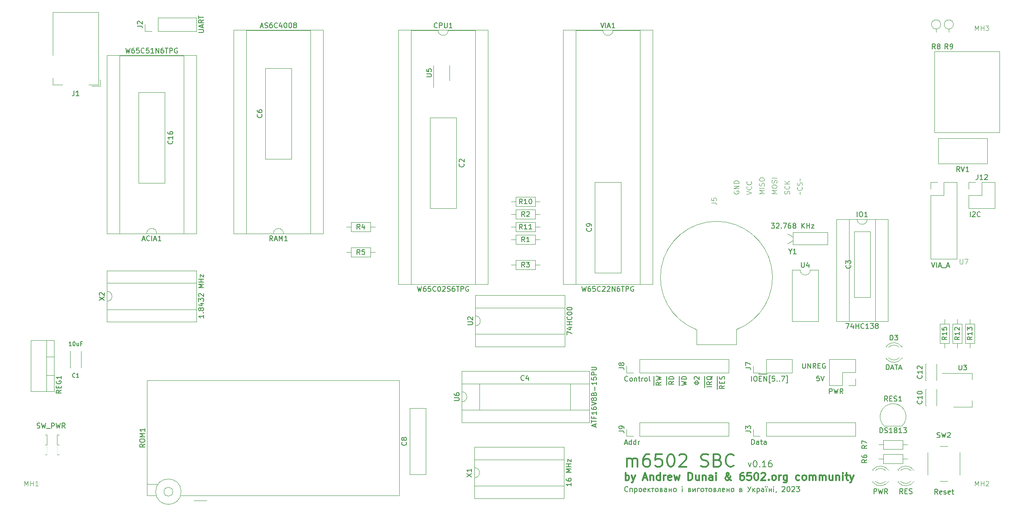
<source format=gbr>
%TF.GenerationSoftware,KiCad,Pcbnew,7.0.1*%
%TF.CreationDate,2023-05-12T23:23:03+03:00*%
%TF.ProjectId,main,6d61696e-2e6b-4696-9361-645f70636258,rev?*%
%TF.SameCoordinates,Original*%
%TF.FileFunction,Legend,Top*%
%TF.FilePolarity,Positive*%
%FSLAX46Y46*%
G04 Gerber Fmt 4.6, Leading zero omitted, Abs format (unit mm)*
G04 Created by KiCad (PCBNEW 7.0.1) date 2023-05-12 23:23:03*
%MOMM*%
%LPD*%
G01*
G04 APERTURE LIST*
%ADD10C,0.158750*%
%ADD11C,0.150000*%
%ADD12C,0.300000*%
%ADD13C,0.100000*%
%ADD14C,0.120000*%
G04 APERTURE END LIST*
D10*
X133377476Y12801740D02*
X133329095Y12753360D01*
X133329095Y12753360D02*
X133183952Y12704979D01*
X133183952Y12704979D02*
X133087190Y12704979D01*
X133087190Y12704979D02*
X132942047Y12753360D01*
X132942047Y12753360D02*
X132845285Y12850121D01*
X132845285Y12850121D02*
X132796904Y12946883D01*
X132796904Y12946883D02*
X132748523Y13140407D01*
X132748523Y13140407D02*
X132748523Y13285550D01*
X132748523Y13285550D02*
X132796904Y13479074D01*
X132796904Y13479074D02*
X132845285Y13575836D01*
X132845285Y13575836D02*
X132942047Y13672598D01*
X132942047Y13672598D02*
X133087190Y13720979D01*
X133087190Y13720979D02*
X133183952Y13720979D01*
X133183952Y13720979D02*
X133329095Y13672598D01*
X133329095Y13672598D02*
X133377476Y13624217D01*
X133812904Y12704979D02*
X133812904Y13382312D01*
X133812904Y13382312D02*
X134248333Y13382312D01*
X134248333Y13382312D02*
X134248333Y12704979D01*
X134732142Y13382312D02*
X134732142Y12366312D01*
X134732142Y13333931D02*
X134828904Y13382312D01*
X134828904Y13382312D02*
X135022428Y13382312D01*
X135022428Y13382312D02*
X135119190Y13333931D01*
X135119190Y13333931D02*
X135167571Y13285550D01*
X135167571Y13285550D02*
X135215952Y13188788D01*
X135215952Y13188788D02*
X135215952Y12898502D01*
X135215952Y12898502D02*
X135167571Y12801740D01*
X135167571Y12801740D02*
X135119190Y12753360D01*
X135119190Y12753360D02*
X135022428Y12704979D01*
X135022428Y12704979D02*
X134828904Y12704979D01*
X134828904Y12704979D02*
X134732142Y12753360D01*
X135796523Y12704979D02*
X135699761Y12753360D01*
X135699761Y12753360D02*
X135651380Y12801740D01*
X135651380Y12801740D02*
X135602999Y12898502D01*
X135602999Y12898502D02*
X135602999Y13188788D01*
X135602999Y13188788D02*
X135651380Y13285550D01*
X135651380Y13285550D02*
X135699761Y13333931D01*
X135699761Y13333931D02*
X135796523Y13382312D01*
X135796523Y13382312D02*
X135941666Y13382312D01*
X135941666Y13382312D02*
X136038428Y13333931D01*
X136038428Y13333931D02*
X136086809Y13285550D01*
X136086809Y13285550D02*
X136135190Y13188788D01*
X136135190Y13188788D02*
X136135190Y12898502D01*
X136135190Y12898502D02*
X136086809Y12801740D01*
X136086809Y12801740D02*
X136038428Y12753360D01*
X136038428Y12753360D02*
X135941666Y12704979D01*
X135941666Y12704979D02*
X135796523Y12704979D01*
X136957666Y12753360D02*
X136860904Y12704979D01*
X136860904Y12704979D02*
X136667380Y12704979D01*
X136667380Y12704979D02*
X136570618Y12753360D01*
X136570618Y12753360D02*
X136522237Y12850121D01*
X136522237Y12850121D02*
X136522237Y13237169D01*
X136522237Y13237169D02*
X136570618Y13333931D01*
X136570618Y13333931D02*
X136667380Y13382312D01*
X136667380Y13382312D02*
X136860904Y13382312D01*
X136860904Y13382312D02*
X136957666Y13333931D01*
X136957666Y13333931D02*
X137006047Y13237169D01*
X137006047Y13237169D02*
X137006047Y13140407D01*
X137006047Y13140407D02*
X136522237Y13043645D01*
X137441475Y13382312D02*
X137441475Y12704979D01*
X137538237Y13092026D02*
X137828523Y12704979D01*
X137828523Y13382312D02*
X137441475Y12995264D01*
X138118808Y13382312D02*
X138602618Y13382312D01*
X138360713Y13382312D02*
X138360713Y12704979D01*
X139086427Y12704979D02*
X138989665Y12753360D01*
X138989665Y12753360D02*
X138941284Y12801740D01*
X138941284Y12801740D02*
X138892903Y12898502D01*
X138892903Y12898502D02*
X138892903Y13188788D01*
X138892903Y13188788D02*
X138941284Y13285550D01*
X138941284Y13285550D02*
X138989665Y13333931D01*
X138989665Y13333931D02*
X139086427Y13382312D01*
X139086427Y13382312D02*
X139231570Y13382312D01*
X139231570Y13382312D02*
X139328332Y13333931D01*
X139328332Y13333931D02*
X139376713Y13285550D01*
X139376713Y13285550D02*
X139425094Y13188788D01*
X139425094Y13188788D02*
X139425094Y12898502D01*
X139425094Y12898502D02*
X139376713Y12801740D01*
X139376713Y12801740D02*
X139328332Y12753360D01*
X139328332Y12753360D02*
X139231570Y12704979D01*
X139231570Y12704979D02*
X139086427Y12704979D01*
X140102427Y13043645D02*
X140247570Y12995264D01*
X140247570Y12995264D02*
X140295951Y12898502D01*
X140295951Y12898502D02*
X140295951Y12850121D01*
X140295951Y12850121D02*
X140247570Y12753360D01*
X140247570Y12753360D02*
X140150808Y12704979D01*
X140150808Y12704979D02*
X139860522Y12704979D01*
X139860522Y12704979D02*
X139860522Y13382312D01*
X139860522Y13382312D02*
X140102427Y13382312D01*
X140102427Y13382312D02*
X140199189Y13333931D01*
X140199189Y13333931D02*
X140247570Y13237169D01*
X140247570Y13237169D02*
X140247570Y13188788D01*
X140247570Y13188788D02*
X140199189Y13092026D01*
X140199189Y13092026D02*
X140102427Y13043645D01*
X140102427Y13043645D02*
X139860522Y13043645D01*
X141166808Y12704979D02*
X141166808Y13237169D01*
X141166808Y13237169D02*
X141118427Y13333931D01*
X141118427Y13333931D02*
X141021665Y13382312D01*
X141021665Y13382312D02*
X140828141Y13382312D01*
X140828141Y13382312D02*
X140731379Y13333931D01*
X141166808Y12753360D02*
X141070046Y12704979D01*
X141070046Y12704979D02*
X140828141Y12704979D01*
X140828141Y12704979D02*
X140731379Y12753360D01*
X140731379Y12753360D02*
X140682998Y12850121D01*
X140682998Y12850121D02*
X140682998Y12946883D01*
X140682998Y12946883D02*
X140731379Y13043645D01*
X140731379Y13043645D02*
X140828141Y13092026D01*
X140828141Y13092026D02*
X141070046Y13092026D01*
X141070046Y13092026D02*
X141166808Y13140407D01*
X141650617Y13043645D02*
X142086046Y13043645D01*
X141650617Y13382312D02*
X141650617Y12704979D01*
X142086046Y13382312D02*
X142086046Y12704979D01*
X142714998Y12704979D02*
X142618236Y12753360D01*
X142618236Y12753360D02*
X142569855Y12801740D01*
X142569855Y12801740D02*
X142521474Y12898502D01*
X142521474Y12898502D02*
X142521474Y13188788D01*
X142521474Y13188788D02*
X142569855Y13285550D01*
X142569855Y13285550D02*
X142618236Y13333931D01*
X142618236Y13333931D02*
X142714998Y13382312D01*
X142714998Y13382312D02*
X142860141Y13382312D01*
X142860141Y13382312D02*
X142956903Y13333931D01*
X142956903Y13333931D02*
X143005284Y13285550D01*
X143005284Y13285550D02*
X143053665Y13188788D01*
X143053665Y13188788D02*
X143053665Y12898502D01*
X143053665Y12898502D02*
X143005284Y12801740D01*
X143005284Y12801740D02*
X142956903Y12753360D01*
X142956903Y12753360D02*
X142860141Y12704979D01*
X142860141Y12704979D02*
X142714998Y12704979D01*
X144263188Y12704979D02*
X144263188Y13382312D01*
X144263188Y13720979D02*
X144214807Y13672598D01*
X144214807Y13672598D02*
X144263188Y13624217D01*
X144263188Y13624217D02*
X144311569Y13672598D01*
X144311569Y13672598D02*
X144263188Y13720979D01*
X144263188Y13720979D02*
X144263188Y13624217D01*
X145762998Y13043645D02*
X145908141Y12995264D01*
X145908141Y12995264D02*
X145956522Y12898502D01*
X145956522Y12898502D02*
X145956522Y12850121D01*
X145956522Y12850121D02*
X145908141Y12753360D01*
X145908141Y12753360D02*
X145811379Y12704979D01*
X145811379Y12704979D02*
X145521093Y12704979D01*
X145521093Y12704979D02*
X145521093Y13382312D01*
X145521093Y13382312D02*
X145762998Y13382312D01*
X145762998Y13382312D02*
X145859760Y13333931D01*
X145859760Y13333931D02*
X145908141Y13237169D01*
X145908141Y13237169D02*
X145908141Y13188788D01*
X145908141Y13188788D02*
X145859760Y13092026D01*
X145859760Y13092026D02*
X145762998Y13043645D01*
X145762998Y13043645D02*
X145521093Y13043645D01*
X146391950Y13382312D02*
X146391950Y12704979D01*
X146391950Y12704979D02*
X146875760Y13382312D01*
X146875760Y13382312D02*
X146875760Y12704979D01*
X147359569Y12704979D02*
X147359569Y13382312D01*
X147359569Y13382312D02*
X147746617Y13382312D01*
X148230426Y12704979D02*
X148133664Y12753360D01*
X148133664Y12753360D02*
X148085283Y12801740D01*
X148085283Y12801740D02*
X148036902Y12898502D01*
X148036902Y12898502D02*
X148036902Y13188788D01*
X148036902Y13188788D02*
X148085283Y13285550D01*
X148085283Y13285550D02*
X148133664Y13333931D01*
X148133664Y13333931D02*
X148230426Y13382312D01*
X148230426Y13382312D02*
X148375569Y13382312D01*
X148375569Y13382312D02*
X148472331Y13333931D01*
X148472331Y13333931D02*
X148520712Y13285550D01*
X148520712Y13285550D02*
X148569093Y13188788D01*
X148569093Y13188788D02*
X148569093Y12898502D01*
X148569093Y12898502D02*
X148520712Y12801740D01*
X148520712Y12801740D02*
X148472331Y12753360D01*
X148472331Y12753360D02*
X148375569Y12704979D01*
X148375569Y12704979D02*
X148230426Y12704979D01*
X148859378Y13382312D02*
X149343188Y13382312D01*
X149101283Y13382312D02*
X149101283Y12704979D01*
X149826997Y12704979D02*
X149730235Y12753360D01*
X149730235Y12753360D02*
X149681854Y12801740D01*
X149681854Y12801740D02*
X149633473Y12898502D01*
X149633473Y12898502D02*
X149633473Y13188788D01*
X149633473Y13188788D02*
X149681854Y13285550D01*
X149681854Y13285550D02*
X149730235Y13333931D01*
X149730235Y13333931D02*
X149826997Y13382312D01*
X149826997Y13382312D02*
X149972140Y13382312D01*
X149972140Y13382312D02*
X150068902Y13333931D01*
X150068902Y13333931D02*
X150117283Y13285550D01*
X150117283Y13285550D02*
X150165664Y13188788D01*
X150165664Y13188788D02*
X150165664Y12898502D01*
X150165664Y12898502D02*
X150117283Y12801740D01*
X150117283Y12801740D02*
X150068902Y12753360D01*
X150068902Y12753360D02*
X149972140Y12704979D01*
X149972140Y12704979D02*
X149826997Y12704979D01*
X150842997Y13043645D02*
X150988140Y12995264D01*
X150988140Y12995264D02*
X151036521Y12898502D01*
X151036521Y12898502D02*
X151036521Y12850121D01*
X151036521Y12850121D02*
X150988140Y12753360D01*
X150988140Y12753360D02*
X150891378Y12704979D01*
X150891378Y12704979D02*
X150601092Y12704979D01*
X150601092Y12704979D02*
X150601092Y13382312D01*
X150601092Y13382312D02*
X150842997Y13382312D01*
X150842997Y13382312D02*
X150939759Y13333931D01*
X150939759Y13333931D02*
X150988140Y13237169D01*
X150988140Y13237169D02*
X150988140Y13188788D01*
X150988140Y13188788D02*
X150939759Y13092026D01*
X150939759Y13092026D02*
X150842997Y13043645D01*
X150842997Y13043645D02*
X150601092Y13043645D01*
X151858997Y12704979D02*
X151858997Y13382312D01*
X151858997Y13382312D02*
X151713854Y13382312D01*
X151713854Y13382312D02*
X151617092Y13333931D01*
X151617092Y13333931D02*
X151568711Y13237169D01*
X151568711Y13237169D02*
X151520330Y12850121D01*
X151520330Y12850121D02*
X151471949Y12753360D01*
X151471949Y12753360D02*
X151375187Y12704979D01*
X152729854Y12753360D02*
X152633092Y12704979D01*
X152633092Y12704979D02*
X152439568Y12704979D01*
X152439568Y12704979D02*
X152342806Y12753360D01*
X152342806Y12753360D02*
X152294425Y12850121D01*
X152294425Y12850121D02*
X152294425Y13237169D01*
X152294425Y13237169D02*
X152342806Y13333931D01*
X152342806Y13333931D02*
X152439568Y13382312D01*
X152439568Y13382312D02*
X152633092Y13382312D01*
X152633092Y13382312D02*
X152729854Y13333931D01*
X152729854Y13333931D02*
X152778235Y13237169D01*
X152778235Y13237169D02*
X152778235Y13140407D01*
X152778235Y13140407D02*
X152294425Y13043645D01*
X153213663Y13043645D02*
X153649092Y13043645D01*
X153213663Y13382312D02*
X153213663Y12704979D01*
X153649092Y13382312D02*
X153649092Y12704979D01*
X154278044Y12704979D02*
X154181282Y12753360D01*
X154181282Y12753360D02*
X154132901Y12801740D01*
X154132901Y12801740D02*
X154084520Y12898502D01*
X154084520Y12898502D02*
X154084520Y13188788D01*
X154084520Y13188788D02*
X154132901Y13285550D01*
X154132901Y13285550D02*
X154181282Y13333931D01*
X154181282Y13333931D02*
X154278044Y13382312D01*
X154278044Y13382312D02*
X154423187Y13382312D01*
X154423187Y13382312D02*
X154519949Y13333931D01*
X154519949Y13333931D02*
X154568330Y13285550D01*
X154568330Y13285550D02*
X154616711Y13188788D01*
X154616711Y13188788D02*
X154616711Y12898502D01*
X154616711Y12898502D02*
X154568330Y12801740D01*
X154568330Y12801740D02*
X154519949Y12753360D01*
X154519949Y12753360D02*
X154423187Y12704979D01*
X154423187Y12704979D02*
X154278044Y12704979D01*
X156068139Y13043645D02*
X156213282Y12995264D01*
X156213282Y12995264D02*
X156261663Y12898502D01*
X156261663Y12898502D02*
X156261663Y12850121D01*
X156261663Y12850121D02*
X156213282Y12753360D01*
X156213282Y12753360D02*
X156116520Y12704979D01*
X156116520Y12704979D02*
X155826234Y12704979D01*
X155826234Y12704979D02*
X155826234Y13382312D01*
X155826234Y13382312D02*
X156068139Y13382312D01*
X156068139Y13382312D02*
X156164901Y13333931D01*
X156164901Y13333931D02*
X156213282Y13237169D01*
X156213282Y13237169D02*
X156213282Y13188788D01*
X156213282Y13188788D02*
X156164901Y13092026D01*
X156164901Y13092026D02*
X156068139Y13043645D01*
X156068139Y13043645D02*
X155826234Y13043645D01*
X157422805Y13720979D02*
X157761472Y13043645D01*
X158100139Y13720979D02*
X157664710Y12850121D01*
X157664710Y12850121D02*
X157567948Y12753360D01*
X157567948Y12753360D02*
X157471186Y12704979D01*
X157471186Y12704979D02*
X157422805Y12704979D01*
X158438805Y13382312D02*
X158438805Y12704979D01*
X158535567Y13092026D02*
X158825853Y12704979D01*
X158825853Y13382312D02*
X158438805Y12995264D01*
X159261281Y13382312D02*
X159261281Y12366312D01*
X159261281Y13333931D02*
X159358043Y13382312D01*
X159358043Y13382312D02*
X159551567Y13382312D01*
X159551567Y13382312D02*
X159648329Y13333931D01*
X159648329Y13333931D02*
X159696710Y13285550D01*
X159696710Y13285550D02*
X159745091Y13188788D01*
X159745091Y13188788D02*
X159745091Y12898502D01*
X159745091Y12898502D02*
X159696710Y12801740D01*
X159696710Y12801740D02*
X159648329Y12753360D01*
X159648329Y12753360D02*
X159551567Y12704979D01*
X159551567Y12704979D02*
X159358043Y12704979D01*
X159358043Y12704979D02*
X159261281Y12753360D01*
X160615948Y12704979D02*
X160615948Y13237169D01*
X160615948Y13237169D02*
X160567567Y13333931D01*
X160567567Y13333931D02*
X160470805Y13382312D01*
X160470805Y13382312D02*
X160277281Y13382312D01*
X160277281Y13382312D02*
X160180519Y13333931D01*
X160615948Y12753360D02*
X160519186Y12704979D01*
X160519186Y12704979D02*
X160277281Y12704979D01*
X160277281Y12704979D02*
X160180519Y12753360D01*
X160180519Y12753360D02*
X160132138Y12850121D01*
X160132138Y12850121D02*
X160132138Y12946883D01*
X160132138Y12946883D02*
X160180519Y13043645D01*
X160180519Y13043645D02*
X160277281Y13092026D01*
X160277281Y13092026D02*
X160519186Y13092026D01*
X160519186Y13092026D02*
X160615948Y13140407D01*
X160954614Y13720979D02*
X161002995Y13672598D01*
X161002995Y13672598D02*
X160954614Y13624217D01*
X160954614Y13624217D02*
X160906233Y13672598D01*
X160906233Y13672598D02*
X160954614Y13720979D01*
X160954614Y13720979D02*
X160954614Y13624217D01*
X161341662Y13720979D02*
X161390043Y13672598D01*
X161390043Y13672598D02*
X161341662Y13624217D01*
X161341662Y13624217D02*
X161293281Y13672598D01*
X161293281Y13672598D02*
X161341662Y13720979D01*
X161341662Y13720979D02*
X161341662Y13624217D01*
X161148138Y12704979D02*
X161148138Y13382312D01*
X161680328Y13043645D02*
X162115757Y13043645D01*
X161680328Y13382312D02*
X161680328Y12704979D01*
X162115757Y13382312D02*
X162115757Y12704979D01*
X162599566Y12704979D02*
X162599566Y13382312D01*
X162599566Y13720979D02*
X162551185Y13672598D01*
X162551185Y13672598D02*
X162599566Y13624217D01*
X162599566Y13624217D02*
X162647947Y13672598D01*
X162647947Y13672598D02*
X162599566Y13720979D01*
X162599566Y13720979D02*
X162599566Y13624217D01*
X163131757Y12753360D02*
X163131757Y12704979D01*
X163131757Y12704979D02*
X163083376Y12608217D01*
X163083376Y12608217D02*
X163034995Y12559836D01*
X164292900Y13624217D02*
X164341281Y13672598D01*
X164341281Y13672598D02*
X164438043Y13720979D01*
X164438043Y13720979D02*
X164679948Y13720979D01*
X164679948Y13720979D02*
X164776710Y13672598D01*
X164776710Y13672598D02*
X164825091Y13624217D01*
X164825091Y13624217D02*
X164873472Y13527455D01*
X164873472Y13527455D02*
X164873472Y13430693D01*
X164873472Y13430693D02*
X164825091Y13285550D01*
X164825091Y13285550D02*
X164244519Y12704979D01*
X164244519Y12704979D02*
X164873472Y12704979D01*
X165502424Y13720979D02*
X165599186Y13720979D01*
X165599186Y13720979D02*
X165695948Y13672598D01*
X165695948Y13672598D02*
X165744329Y13624217D01*
X165744329Y13624217D02*
X165792710Y13527455D01*
X165792710Y13527455D02*
X165841091Y13333931D01*
X165841091Y13333931D02*
X165841091Y13092026D01*
X165841091Y13092026D02*
X165792710Y12898502D01*
X165792710Y12898502D02*
X165744329Y12801740D01*
X165744329Y12801740D02*
X165695948Y12753360D01*
X165695948Y12753360D02*
X165599186Y12704979D01*
X165599186Y12704979D02*
X165502424Y12704979D01*
X165502424Y12704979D02*
X165405662Y12753360D01*
X165405662Y12753360D02*
X165357281Y12801740D01*
X165357281Y12801740D02*
X165308900Y12898502D01*
X165308900Y12898502D02*
X165260519Y13092026D01*
X165260519Y13092026D02*
X165260519Y13333931D01*
X165260519Y13333931D02*
X165308900Y13527455D01*
X165308900Y13527455D02*
X165357281Y13624217D01*
X165357281Y13624217D02*
X165405662Y13672598D01*
X165405662Y13672598D02*
X165502424Y13720979D01*
X166228138Y13624217D02*
X166276519Y13672598D01*
X166276519Y13672598D02*
X166373281Y13720979D01*
X166373281Y13720979D02*
X166615186Y13720979D01*
X166615186Y13720979D02*
X166711948Y13672598D01*
X166711948Y13672598D02*
X166760329Y13624217D01*
X166760329Y13624217D02*
X166808710Y13527455D01*
X166808710Y13527455D02*
X166808710Y13430693D01*
X166808710Y13430693D02*
X166760329Y13285550D01*
X166760329Y13285550D02*
X166179757Y12704979D01*
X166179757Y12704979D02*
X166808710Y12704979D01*
X167147376Y13720979D02*
X167776329Y13720979D01*
X167776329Y13720979D02*
X167437662Y13333931D01*
X167437662Y13333931D02*
X167582805Y13333931D01*
X167582805Y13333931D02*
X167679567Y13285550D01*
X167679567Y13285550D02*
X167727948Y13237169D01*
X167727948Y13237169D02*
X167776329Y13140407D01*
X167776329Y13140407D02*
X167776329Y12898502D01*
X167776329Y12898502D02*
X167727948Y12801740D01*
X167727948Y12801740D02*
X167679567Y12753360D01*
X167679567Y12753360D02*
X167582805Y12704979D01*
X167582805Y12704979D02*
X167292519Y12704979D01*
X167292519Y12704979D02*
X167195757Y12753360D01*
X167195757Y12753360D02*
X167147376Y12801740D01*
D11*
X140052619Y34701666D02*
X139576428Y34368333D01*
X140052619Y34130238D02*
X139052619Y34130238D01*
X139052619Y34130238D02*
X139052619Y34511190D01*
X139052619Y34511190D02*
X139100238Y34606428D01*
X139100238Y34606428D02*
X139147857Y34654047D01*
X139147857Y34654047D02*
X139243095Y34701666D01*
X139243095Y34701666D02*
X139385952Y34701666D01*
X139385952Y34701666D02*
X139481190Y34654047D01*
X139481190Y34654047D02*
X139528809Y34606428D01*
X139528809Y34606428D02*
X139576428Y34511190D01*
X139576428Y34511190D02*
X139576428Y34130238D01*
X139052619Y35035000D02*
X140052619Y35273095D01*
X140052619Y35273095D02*
X139338333Y35463571D01*
X139338333Y35463571D02*
X140052619Y35654047D01*
X140052619Y35654047D02*
X139052619Y35892143D01*
X138605000Y33992143D02*
X138605000Y35935000D01*
X202008095Y67907380D02*
X202008095Y68907380D01*
X202436666Y68812142D02*
X202484285Y68859761D01*
X202484285Y68859761D02*
X202579523Y68907380D01*
X202579523Y68907380D02*
X202817618Y68907380D01*
X202817618Y68907380D02*
X202912856Y68859761D01*
X202912856Y68859761D02*
X202960475Y68812142D01*
X202960475Y68812142D02*
X203008094Y68716904D01*
X203008094Y68716904D02*
X203008094Y68621666D01*
X203008094Y68621666D02*
X202960475Y68478809D01*
X202960475Y68478809D02*
X202389047Y67907380D01*
X202389047Y67907380D02*
X203008094Y67907380D01*
X204008094Y68002619D02*
X203960475Y67955000D01*
X203960475Y67955000D02*
X203817618Y67907380D01*
X203817618Y67907380D02*
X203722380Y67907380D01*
X203722380Y67907380D02*
X203579523Y67955000D01*
X203579523Y67955000D02*
X203484285Y68050238D01*
X203484285Y68050238D02*
X203436666Y68145476D01*
X203436666Y68145476D02*
X203389047Y68335952D01*
X203389047Y68335952D02*
X203389047Y68478809D01*
X203389047Y68478809D02*
X203436666Y68669285D01*
X203436666Y68669285D02*
X203484285Y68764523D01*
X203484285Y68764523D02*
X203579523Y68859761D01*
X203579523Y68859761D02*
X203722380Y68907380D01*
X203722380Y68907380D02*
X203817618Y68907380D01*
X203817618Y68907380D02*
X203960475Y68859761D01*
X203960475Y68859761D02*
X204008094Y68812142D01*
X158193095Y22187380D02*
X158193095Y23187380D01*
X158193095Y23187380D02*
X158431190Y23187380D01*
X158431190Y23187380D02*
X158574047Y23139761D01*
X158574047Y23139761D02*
X158669285Y23044523D01*
X158669285Y23044523D02*
X158716904Y22949285D01*
X158716904Y22949285D02*
X158764523Y22758809D01*
X158764523Y22758809D02*
X158764523Y22615952D01*
X158764523Y22615952D02*
X158716904Y22425476D01*
X158716904Y22425476D02*
X158669285Y22330238D01*
X158669285Y22330238D02*
X158574047Y22235000D01*
X158574047Y22235000D02*
X158431190Y22187380D01*
X158431190Y22187380D02*
X158193095Y22187380D01*
X159621666Y22187380D02*
X159621666Y22711190D01*
X159621666Y22711190D02*
X159574047Y22806428D01*
X159574047Y22806428D02*
X159478809Y22854047D01*
X159478809Y22854047D02*
X159288333Y22854047D01*
X159288333Y22854047D02*
X159193095Y22806428D01*
X159621666Y22235000D02*
X159526428Y22187380D01*
X159526428Y22187380D02*
X159288333Y22187380D01*
X159288333Y22187380D02*
X159193095Y22235000D01*
X159193095Y22235000D02*
X159145476Y22330238D01*
X159145476Y22330238D02*
X159145476Y22425476D01*
X159145476Y22425476D02*
X159193095Y22520714D01*
X159193095Y22520714D02*
X159288333Y22568333D01*
X159288333Y22568333D02*
X159526428Y22568333D01*
X159526428Y22568333D02*
X159621666Y22615952D01*
X159955000Y22854047D02*
X160335952Y22854047D01*
X160097857Y23187380D02*
X160097857Y22330238D01*
X160097857Y22330238D02*
X160145476Y22235000D01*
X160145476Y22235000D02*
X160240714Y22187380D01*
X160240714Y22187380D02*
X160335952Y22187380D01*
X161097857Y22187380D02*
X161097857Y22711190D01*
X161097857Y22711190D02*
X161050238Y22806428D01*
X161050238Y22806428D02*
X160955000Y22854047D01*
X160955000Y22854047D02*
X160764524Y22854047D01*
X160764524Y22854047D02*
X160669286Y22806428D01*
X161097857Y22235000D02*
X161002619Y22187380D01*
X161002619Y22187380D02*
X160764524Y22187380D01*
X160764524Y22187380D02*
X160669286Y22235000D01*
X160669286Y22235000D02*
X160621667Y22330238D01*
X160621667Y22330238D02*
X160621667Y22425476D01*
X160621667Y22425476D02*
X160669286Y22520714D01*
X160669286Y22520714D02*
X160764524Y22568333D01*
X160764524Y22568333D02*
X161002619Y22568333D01*
X161002619Y22568333D02*
X161097857Y22615952D01*
X133364523Y34982619D02*
X133316904Y34935000D01*
X133316904Y34935000D02*
X133174047Y34887380D01*
X133174047Y34887380D02*
X133078809Y34887380D01*
X133078809Y34887380D02*
X132935952Y34935000D01*
X132935952Y34935000D02*
X132840714Y35030238D01*
X132840714Y35030238D02*
X132793095Y35125476D01*
X132793095Y35125476D02*
X132745476Y35315952D01*
X132745476Y35315952D02*
X132745476Y35458809D01*
X132745476Y35458809D02*
X132793095Y35649285D01*
X132793095Y35649285D02*
X132840714Y35744523D01*
X132840714Y35744523D02*
X132935952Y35839761D01*
X132935952Y35839761D02*
X133078809Y35887380D01*
X133078809Y35887380D02*
X133174047Y35887380D01*
X133174047Y35887380D02*
X133316904Y35839761D01*
X133316904Y35839761D02*
X133364523Y35792142D01*
X133935952Y34887380D02*
X133840714Y34935000D01*
X133840714Y34935000D02*
X133793095Y34982619D01*
X133793095Y34982619D02*
X133745476Y35077857D01*
X133745476Y35077857D02*
X133745476Y35363571D01*
X133745476Y35363571D02*
X133793095Y35458809D01*
X133793095Y35458809D02*
X133840714Y35506428D01*
X133840714Y35506428D02*
X133935952Y35554047D01*
X133935952Y35554047D02*
X134078809Y35554047D01*
X134078809Y35554047D02*
X134174047Y35506428D01*
X134174047Y35506428D02*
X134221666Y35458809D01*
X134221666Y35458809D02*
X134269285Y35363571D01*
X134269285Y35363571D02*
X134269285Y35077857D01*
X134269285Y35077857D02*
X134221666Y34982619D01*
X134221666Y34982619D02*
X134174047Y34935000D01*
X134174047Y34935000D02*
X134078809Y34887380D01*
X134078809Y34887380D02*
X133935952Y34887380D01*
X134697857Y35554047D02*
X134697857Y34887380D01*
X134697857Y35458809D02*
X134745476Y35506428D01*
X134745476Y35506428D02*
X134840714Y35554047D01*
X134840714Y35554047D02*
X134983571Y35554047D01*
X134983571Y35554047D02*
X135078809Y35506428D01*
X135078809Y35506428D02*
X135126428Y35411190D01*
X135126428Y35411190D02*
X135126428Y34887380D01*
X135459762Y35554047D02*
X135840714Y35554047D01*
X135602619Y35887380D02*
X135602619Y35030238D01*
X135602619Y35030238D02*
X135650238Y34935000D01*
X135650238Y34935000D02*
X135745476Y34887380D01*
X135745476Y34887380D02*
X135840714Y34887380D01*
X136174048Y34887380D02*
X136174048Y35554047D01*
X136174048Y35363571D02*
X136221667Y35458809D01*
X136221667Y35458809D02*
X136269286Y35506428D01*
X136269286Y35506428D02*
X136364524Y35554047D01*
X136364524Y35554047D02*
X136459762Y35554047D01*
X136935953Y34887380D02*
X136840715Y34935000D01*
X136840715Y34935000D02*
X136793096Y34982619D01*
X136793096Y34982619D02*
X136745477Y35077857D01*
X136745477Y35077857D02*
X136745477Y35363571D01*
X136745477Y35363571D02*
X136793096Y35458809D01*
X136793096Y35458809D02*
X136840715Y35506428D01*
X136840715Y35506428D02*
X136935953Y35554047D01*
X136935953Y35554047D02*
X137078810Y35554047D01*
X137078810Y35554047D02*
X137174048Y35506428D01*
X137174048Y35506428D02*
X137221667Y35458809D01*
X137221667Y35458809D02*
X137269286Y35363571D01*
X137269286Y35363571D02*
X137269286Y35077857D01*
X137269286Y35077857D02*
X137221667Y34982619D01*
X137221667Y34982619D02*
X137174048Y34935000D01*
X137174048Y34935000D02*
X137078810Y34887380D01*
X137078810Y34887380D02*
X136935953Y34887380D01*
X137840715Y34887380D02*
X137745477Y34935000D01*
X137745477Y34935000D02*
X137697858Y35030238D01*
X137697858Y35030238D02*
X137697858Y35887380D01*
X158193095Y34887380D02*
X158193095Y35887380D01*
X158859761Y35887380D02*
X159050237Y35887380D01*
X159050237Y35887380D02*
X159145475Y35839761D01*
X159145475Y35839761D02*
X159240713Y35744523D01*
X159240713Y35744523D02*
X159288332Y35554047D01*
X159288332Y35554047D02*
X159288332Y35220714D01*
X159288332Y35220714D02*
X159240713Y35030238D01*
X159240713Y35030238D02*
X159145475Y34935000D01*
X159145475Y34935000D02*
X159050237Y34887380D01*
X159050237Y34887380D02*
X158859761Y34887380D01*
X158859761Y34887380D02*
X158764523Y34935000D01*
X158764523Y34935000D02*
X158669285Y35030238D01*
X158669285Y35030238D02*
X158621666Y35220714D01*
X158621666Y35220714D02*
X158621666Y35554047D01*
X158621666Y35554047D02*
X158669285Y35744523D01*
X158669285Y35744523D02*
X158764523Y35839761D01*
X158764523Y35839761D02*
X158859761Y35887380D01*
X159716904Y35411190D02*
X160050237Y35411190D01*
X160193094Y34887380D02*
X159716904Y34887380D01*
X159716904Y34887380D02*
X159716904Y35887380D01*
X159716904Y35887380D02*
X160193094Y35887380D01*
X160621666Y34887380D02*
X160621666Y35887380D01*
X160621666Y35887380D02*
X161193094Y34887380D01*
X161193094Y34887380D02*
X161193094Y35887380D01*
X159578809Y36335000D02*
X161331190Y36335000D01*
X161954999Y34554047D02*
X161716904Y34554047D01*
X161716904Y34554047D02*
X161716904Y35982619D01*
X161716904Y35982619D02*
X161954999Y35982619D01*
X162812142Y35887380D02*
X162335952Y35887380D01*
X162335952Y35887380D02*
X162288333Y35411190D01*
X162288333Y35411190D02*
X162335952Y35458809D01*
X162335952Y35458809D02*
X162431190Y35506428D01*
X162431190Y35506428D02*
X162669285Y35506428D01*
X162669285Y35506428D02*
X162764523Y35458809D01*
X162764523Y35458809D02*
X162812142Y35411190D01*
X162812142Y35411190D02*
X162859761Y35315952D01*
X162859761Y35315952D02*
X162859761Y35077857D01*
X162859761Y35077857D02*
X162812142Y34982619D01*
X162812142Y34982619D02*
X162764523Y34935000D01*
X162764523Y34935000D02*
X162669285Y34887380D01*
X162669285Y34887380D02*
X162431190Y34887380D01*
X162431190Y34887380D02*
X162335952Y34935000D01*
X162335952Y34935000D02*
X162288333Y34982619D01*
X163288333Y34982619D02*
X163335952Y34935000D01*
X163335952Y34935000D02*
X163288333Y34887380D01*
X163288333Y34887380D02*
X163240714Y34935000D01*
X163240714Y34935000D02*
X163288333Y34982619D01*
X163288333Y34982619D02*
X163288333Y34887380D01*
X163764523Y34982619D02*
X163812142Y34935000D01*
X163812142Y34935000D02*
X163764523Y34887380D01*
X163764523Y34887380D02*
X163716904Y34935000D01*
X163716904Y34935000D02*
X163764523Y34982619D01*
X163764523Y34982619D02*
X163764523Y34887380D01*
X164145475Y35887380D02*
X164812141Y35887380D01*
X164812141Y35887380D02*
X164383570Y34887380D01*
X165097856Y34554047D02*
X165335951Y34554047D01*
X165335951Y34554047D02*
X165335951Y35982619D01*
X165335951Y35982619D02*
X165097856Y35982619D01*
X132745476Y22473095D02*
X133221666Y22473095D01*
X132650238Y22187380D02*
X132983571Y23187380D01*
X132983571Y23187380D02*
X133316904Y22187380D01*
X134078809Y22187380D02*
X134078809Y23187380D01*
X134078809Y22235000D02*
X133983571Y22187380D01*
X133983571Y22187380D02*
X133793095Y22187380D01*
X133793095Y22187380D02*
X133697857Y22235000D01*
X133697857Y22235000D02*
X133650238Y22282619D01*
X133650238Y22282619D02*
X133602619Y22377857D01*
X133602619Y22377857D02*
X133602619Y22663571D01*
X133602619Y22663571D02*
X133650238Y22758809D01*
X133650238Y22758809D02*
X133697857Y22806428D01*
X133697857Y22806428D02*
X133793095Y22854047D01*
X133793095Y22854047D02*
X133983571Y22854047D01*
X133983571Y22854047D02*
X134078809Y22806428D01*
X134983571Y22187380D02*
X134983571Y23187380D01*
X134983571Y22235000D02*
X134888333Y22187380D01*
X134888333Y22187380D02*
X134697857Y22187380D01*
X134697857Y22187380D02*
X134602619Y22235000D01*
X134602619Y22235000D02*
X134555000Y22282619D01*
X134555000Y22282619D02*
X134507381Y22377857D01*
X134507381Y22377857D02*
X134507381Y22663571D01*
X134507381Y22663571D02*
X134555000Y22758809D01*
X134555000Y22758809D02*
X134602619Y22806428D01*
X134602619Y22806428D02*
X134697857Y22854047D01*
X134697857Y22854047D02*
X134888333Y22854047D01*
X134888333Y22854047D02*
X134983571Y22806428D01*
X135459762Y22187380D02*
X135459762Y22854047D01*
X135459762Y22663571D02*
X135507381Y22758809D01*
X135507381Y22758809D02*
X135555000Y22806428D01*
X135555000Y22806428D02*
X135650238Y22854047D01*
X135650238Y22854047D02*
X135745476Y22854047D01*
X144132619Y34035000D02*
X145132619Y34273095D01*
X145132619Y34273095D02*
X144418333Y34463571D01*
X144418333Y34463571D02*
X145132619Y34654047D01*
X145132619Y34654047D02*
X144132619Y34892143D01*
X145132619Y35273095D02*
X144132619Y35273095D01*
X144132619Y35273095D02*
X144132619Y35511190D01*
X144132619Y35511190D02*
X144180238Y35654047D01*
X144180238Y35654047D02*
X144275476Y35749285D01*
X144275476Y35749285D02*
X144370714Y35796904D01*
X144370714Y35796904D02*
X144561190Y35844523D01*
X144561190Y35844523D02*
X144704047Y35844523D01*
X144704047Y35844523D02*
X144894523Y35796904D01*
X144894523Y35796904D02*
X144989761Y35749285D01*
X144989761Y35749285D02*
X145085000Y35654047D01*
X145085000Y35654047D02*
X145132619Y35511190D01*
X145132619Y35511190D02*
X145132619Y35273095D01*
X143685000Y33992143D02*
X143685000Y35935000D01*
D12*
X133159761Y17714947D02*
X133159761Y19408280D01*
X133159761Y19166376D02*
X133280714Y19287328D01*
X133280714Y19287328D02*
X133522619Y19408280D01*
X133522619Y19408280D02*
X133885476Y19408280D01*
X133885476Y19408280D02*
X134127380Y19287328D01*
X134127380Y19287328D02*
X134248333Y19045423D01*
X134248333Y19045423D02*
X134248333Y17714947D01*
X134248333Y19045423D02*
X134369285Y19287328D01*
X134369285Y19287328D02*
X134611190Y19408280D01*
X134611190Y19408280D02*
X134974047Y19408280D01*
X134974047Y19408280D02*
X135215952Y19287328D01*
X135215952Y19287328D02*
X135336904Y19045423D01*
X135336904Y19045423D02*
X135336904Y17714947D01*
X137635000Y20254947D02*
X137151190Y20254947D01*
X137151190Y20254947D02*
X136909286Y20133995D01*
X136909286Y20133995D02*
X136788333Y20013042D01*
X136788333Y20013042D02*
X136546428Y19650185D01*
X136546428Y19650185D02*
X136425476Y19166376D01*
X136425476Y19166376D02*
X136425476Y18198757D01*
X136425476Y18198757D02*
X136546428Y17956852D01*
X136546428Y17956852D02*
X136667381Y17835900D01*
X136667381Y17835900D02*
X136909286Y17714947D01*
X136909286Y17714947D02*
X137393095Y17714947D01*
X137393095Y17714947D02*
X137635000Y17835900D01*
X137635000Y17835900D02*
X137755952Y17956852D01*
X137755952Y17956852D02*
X137876905Y18198757D01*
X137876905Y18198757D02*
X137876905Y18803519D01*
X137876905Y18803519D02*
X137755952Y19045423D01*
X137755952Y19045423D02*
X137635000Y19166376D01*
X137635000Y19166376D02*
X137393095Y19287328D01*
X137393095Y19287328D02*
X136909286Y19287328D01*
X136909286Y19287328D02*
X136667381Y19166376D01*
X136667381Y19166376D02*
X136546428Y19045423D01*
X136546428Y19045423D02*
X136425476Y18803519D01*
X140175000Y20254947D02*
X138965476Y20254947D01*
X138965476Y20254947D02*
X138844524Y19045423D01*
X138844524Y19045423D02*
X138965476Y19166376D01*
X138965476Y19166376D02*
X139207381Y19287328D01*
X139207381Y19287328D02*
X139812143Y19287328D01*
X139812143Y19287328D02*
X140054048Y19166376D01*
X140054048Y19166376D02*
X140175000Y19045423D01*
X140175000Y19045423D02*
X140295953Y18803519D01*
X140295953Y18803519D02*
X140295953Y18198757D01*
X140295953Y18198757D02*
X140175000Y17956852D01*
X140175000Y17956852D02*
X140054048Y17835900D01*
X140054048Y17835900D02*
X139812143Y17714947D01*
X139812143Y17714947D02*
X139207381Y17714947D01*
X139207381Y17714947D02*
X138965476Y17835900D01*
X138965476Y17835900D02*
X138844524Y17956852D01*
X141868334Y20254947D02*
X142110239Y20254947D01*
X142110239Y20254947D02*
X142352143Y20133995D01*
X142352143Y20133995D02*
X142473096Y20013042D01*
X142473096Y20013042D02*
X142594048Y19771138D01*
X142594048Y19771138D02*
X142715001Y19287328D01*
X142715001Y19287328D02*
X142715001Y18682566D01*
X142715001Y18682566D02*
X142594048Y18198757D01*
X142594048Y18198757D02*
X142473096Y17956852D01*
X142473096Y17956852D02*
X142352143Y17835900D01*
X142352143Y17835900D02*
X142110239Y17714947D01*
X142110239Y17714947D02*
X141868334Y17714947D01*
X141868334Y17714947D02*
X141626429Y17835900D01*
X141626429Y17835900D02*
X141505477Y17956852D01*
X141505477Y17956852D02*
X141384524Y18198757D01*
X141384524Y18198757D02*
X141263572Y18682566D01*
X141263572Y18682566D02*
X141263572Y19287328D01*
X141263572Y19287328D02*
X141384524Y19771138D01*
X141384524Y19771138D02*
X141505477Y20013042D01*
X141505477Y20013042D02*
X141626429Y20133995D01*
X141626429Y20133995D02*
X141868334Y20254947D01*
X143682620Y20013042D02*
X143803572Y20133995D01*
X143803572Y20133995D02*
X144045477Y20254947D01*
X144045477Y20254947D02*
X144650239Y20254947D01*
X144650239Y20254947D02*
X144892144Y20133995D01*
X144892144Y20133995D02*
X145013096Y20013042D01*
X145013096Y20013042D02*
X145134049Y19771138D01*
X145134049Y19771138D02*
X145134049Y19529233D01*
X145134049Y19529233D02*
X145013096Y19166376D01*
X145013096Y19166376D02*
X143561668Y17714947D01*
X143561668Y17714947D02*
X145134049Y17714947D01*
X148036906Y17835900D02*
X148399763Y17714947D01*
X148399763Y17714947D02*
X149004525Y17714947D01*
X149004525Y17714947D02*
X149246430Y17835900D01*
X149246430Y17835900D02*
X149367382Y17956852D01*
X149367382Y17956852D02*
X149488335Y18198757D01*
X149488335Y18198757D02*
X149488335Y18440661D01*
X149488335Y18440661D02*
X149367382Y18682566D01*
X149367382Y18682566D02*
X149246430Y18803519D01*
X149246430Y18803519D02*
X149004525Y18924471D01*
X149004525Y18924471D02*
X148520716Y19045423D01*
X148520716Y19045423D02*
X148278811Y19166376D01*
X148278811Y19166376D02*
X148157858Y19287328D01*
X148157858Y19287328D02*
X148036906Y19529233D01*
X148036906Y19529233D02*
X148036906Y19771138D01*
X148036906Y19771138D02*
X148157858Y20013042D01*
X148157858Y20013042D02*
X148278811Y20133995D01*
X148278811Y20133995D02*
X148520716Y20254947D01*
X148520716Y20254947D02*
X149125477Y20254947D01*
X149125477Y20254947D02*
X149488335Y20133995D01*
X151423573Y19045423D02*
X151786430Y18924471D01*
X151786430Y18924471D02*
X151907383Y18803519D01*
X151907383Y18803519D02*
X152028335Y18561614D01*
X152028335Y18561614D02*
X152028335Y18198757D01*
X152028335Y18198757D02*
X151907383Y17956852D01*
X151907383Y17956852D02*
X151786430Y17835900D01*
X151786430Y17835900D02*
X151544525Y17714947D01*
X151544525Y17714947D02*
X150576906Y17714947D01*
X150576906Y17714947D02*
X150576906Y20254947D01*
X150576906Y20254947D02*
X151423573Y20254947D01*
X151423573Y20254947D02*
X151665478Y20133995D01*
X151665478Y20133995D02*
X151786430Y20013042D01*
X151786430Y20013042D02*
X151907383Y19771138D01*
X151907383Y19771138D02*
X151907383Y19529233D01*
X151907383Y19529233D02*
X151786430Y19287328D01*
X151786430Y19287328D02*
X151665478Y19166376D01*
X151665478Y19166376D02*
X151423573Y19045423D01*
X151423573Y19045423D02*
X150576906Y19045423D01*
X154568335Y17956852D02*
X154447383Y17835900D01*
X154447383Y17835900D02*
X154084525Y17714947D01*
X154084525Y17714947D02*
X153842621Y17714947D01*
X153842621Y17714947D02*
X153479764Y17835900D01*
X153479764Y17835900D02*
X153237859Y18077804D01*
X153237859Y18077804D02*
X153116906Y18319709D01*
X153116906Y18319709D02*
X152995954Y18803519D01*
X152995954Y18803519D02*
X152995954Y19166376D01*
X152995954Y19166376D02*
X153116906Y19650185D01*
X153116906Y19650185D02*
X153237859Y19892090D01*
X153237859Y19892090D02*
X153479764Y20133995D01*
X153479764Y20133995D02*
X153842621Y20254947D01*
X153842621Y20254947D02*
X154084525Y20254947D01*
X154084525Y20254947D02*
X154447383Y20133995D01*
X154447383Y20133995D02*
X154568335Y20013042D01*
D11*
X150212619Y33749286D02*
X149212619Y33749286D01*
X150212619Y34796904D02*
X149736428Y34463571D01*
X150212619Y34225476D02*
X149212619Y34225476D01*
X149212619Y34225476D02*
X149212619Y34606428D01*
X149212619Y34606428D02*
X149260238Y34701666D01*
X149260238Y34701666D02*
X149307857Y34749285D01*
X149307857Y34749285D02*
X149403095Y34796904D01*
X149403095Y34796904D02*
X149545952Y34796904D01*
X149545952Y34796904D02*
X149641190Y34749285D01*
X149641190Y34749285D02*
X149688809Y34701666D01*
X149688809Y34701666D02*
X149736428Y34606428D01*
X149736428Y34606428D02*
X149736428Y34225476D01*
X150307857Y35892142D02*
X150260238Y35796904D01*
X150260238Y35796904D02*
X150165000Y35701666D01*
X150165000Y35701666D02*
X150022142Y35558809D01*
X150022142Y35558809D02*
X149974523Y35463571D01*
X149974523Y35463571D02*
X149974523Y35368333D01*
X150212619Y35415952D02*
X150165000Y35320714D01*
X150165000Y35320714D02*
X150069761Y35225476D01*
X150069761Y35225476D02*
X149879285Y35177857D01*
X149879285Y35177857D02*
X149545952Y35177857D01*
X149545952Y35177857D02*
X149355476Y35225476D01*
X149355476Y35225476D02*
X149260238Y35320714D01*
X149260238Y35320714D02*
X149212619Y35415952D01*
X149212619Y35415952D02*
X149212619Y35606428D01*
X149212619Y35606428D02*
X149260238Y35701666D01*
X149260238Y35701666D02*
X149355476Y35796904D01*
X149355476Y35796904D02*
X149545952Y35844523D01*
X149545952Y35844523D02*
X149879285Y35844523D01*
X149879285Y35844523D02*
X150069761Y35796904D01*
X150069761Y35796904D02*
X150165000Y35701666D01*
X150165000Y35701666D02*
X150212619Y35606428D01*
X150212619Y35606428D02*
X150212619Y35415952D01*
X148765000Y33611191D02*
X148765000Y35935000D01*
X182692667Y12302380D02*
X182692667Y13302380D01*
X182692667Y13302380D02*
X183073619Y13302380D01*
X183073619Y13302380D02*
X183168857Y13254761D01*
X183168857Y13254761D02*
X183216476Y13207142D01*
X183216476Y13207142D02*
X183264095Y13111904D01*
X183264095Y13111904D02*
X183264095Y12969047D01*
X183264095Y12969047D02*
X183216476Y12873809D01*
X183216476Y12873809D02*
X183168857Y12826190D01*
X183168857Y12826190D02*
X183073619Y12778571D01*
X183073619Y12778571D02*
X182692667Y12778571D01*
X183597429Y13302380D02*
X183835524Y12302380D01*
X183835524Y12302380D02*
X184026000Y13016666D01*
X184026000Y13016666D02*
X184216476Y12302380D01*
X184216476Y12302380D02*
X184454572Y13302380D01*
X185406952Y12302380D02*
X185073619Y12778571D01*
X184835524Y12302380D02*
X184835524Y13302380D01*
X184835524Y13302380D02*
X185216476Y13302380D01*
X185216476Y13302380D02*
X185311714Y13254761D01*
X185311714Y13254761D02*
X185359333Y13207142D01*
X185359333Y13207142D02*
X185406952Y13111904D01*
X185406952Y13111904D02*
X185406952Y12969047D01*
X185406952Y12969047D02*
X185359333Y12873809D01*
X185359333Y12873809D02*
X185311714Y12826190D01*
X185311714Y12826190D02*
X185216476Y12778571D01*
X185216476Y12778571D02*
X184835524Y12778571D01*
X188486952Y12302380D02*
X188153619Y12778571D01*
X187915524Y12302380D02*
X187915524Y13302380D01*
X187915524Y13302380D02*
X188296476Y13302380D01*
X188296476Y13302380D02*
X188391714Y13254761D01*
X188391714Y13254761D02*
X188439333Y13207142D01*
X188439333Y13207142D02*
X188486952Y13111904D01*
X188486952Y13111904D02*
X188486952Y12969047D01*
X188486952Y12969047D02*
X188439333Y12873809D01*
X188439333Y12873809D02*
X188391714Y12826190D01*
X188391714Y12826190D02*
X188296476Y12778571D01*
X188296476Y12778571D02*
X187915524Y12778571D01*
X188915524Y12826190D02*
X189248857Y12826190D01*
X189391714Y12302380D02*
X188915524Y12302380D01*
X188915524Y12302380D02*
X188915524Y13302380D01*
X188915524Y13302380D02*
X189391714Y13302380D01*
X189772667Y12350000D02*
X189915524Y12302380D01*
X189915524Y12302380D02*
X190153619Y12302380D01*
X190153619Y12302380D02*
X190248857Y12350000D01*
X190248857Y12350000D02*
X190296476Y12397619D01*
X190296476Y12397619D02*
X190344095Y12492857D01*
X190344095Y12492857D02*
X190344095Y12588095D01*
X190344095Y12588095D02*
X190296476Y12683333D01*
X190296476Y12683333D02*
X190248857Y12730952D01*
X190248857Y12730952D02*
X190153619Y12778571D01*
X190153619Y12778571D02*
X189963143Y12826190D01*
X189963143Y12826190D02*
X189867905Y12873809D01*
X189867905Y12873809D02*
X189820286Y12921428D01*
X189820286Y12921428D02*
X189772667Y13016666D01*
X189772667Y13016666D02*
X189772667Y13111904D01*
X189772667Y13111904D02*
X189820286Y13207142D01*
X189820286Y13207142D02*
X189867905Y13254761D01*
X189867905Y13254761D02*
X189963143Y13302380D01*
X189963143Y13302380D02*
X190201238Y13302380D01*
X190201238Y13302380D02*
X190344095Y13254761D01*
D10*
X157501428Y18514140D02*
X157803809Y17667473D01*
X157803809Y17667473D02*
X158106190Y18514140D01*
X158831904Y18937473D02*
X158952857Y18937473D01*
X158952857Y18937473D02*
X159073809Y18876997D01*
X159073809Y18876997D02*
X159134285Y18816521D01*
X159134285Y18816521D02*
X159194761Y18695569D01*
X159194761Y18695569D02*
X159255238Y18453664D01*
X159255238Y18453664D02*
X159255238Y18151283D01*
X159255238Y18151283D02*
X159194761Y17909378D01*
X159194761Y17909378D02*
X159134285Y17788426D01*
X159134285Y17788426D02*
X159073809Y17727950D01*
X159073809Y17727950D02*
X158952857Y17667473D01*
X158952857Y17667473D02*
X158831904Y17667473D01*
X158831904Y17667473D02*
X158710952Y17727950D01*
X158710952Y17727950D02*
X158650476Y17788426D01*
X158650476Y17788426D02*
X158589999Y17909378D01*
X158589999Y17909378D02*
X158529523Y18151283D01*
X158529523Y18151283D02*
X158529523Y18453664D01*
X158529523Y18453664D02*
X158589999Y18695569D01*
X158589999Y18695569D02*
X158650476Y18816521D01*
X158650476Y18816521D02*
X158710952Y18876997D01*
X158710952Y18876997D02*
X158831904Y18937473D01*
X159799523Y17788426D02*
X159860000Y17727950D01*
X159860000Y17727950D02*
X159799523Y17667473D01*
X159799523Y17667473D02*
X159739047Y17727950D01*
X159739047Y17727950D02*
X159799523Y17788426D01*
X159799523Y17788426D02*
X159799523Y17667473D01*
X161069524Y17667473D02*
X160343809Y17667473D01*
X160706666Y17667473D02*
X160706666Y18937473D01*
X160706666Y18937473D02*
X160585714Y18756045D01*
X160585714Y18756045D02*
X160464762Y18635092D01*
X160464762Y18635092D02*
X160343809Y18574616D01*
X162158095Y18937473D02*
X161916190Y18937473D01*
X161916190Y18937473D02*
X161795238Y18876997D01*
X161795238Y18876997D02*
X161734762Y18816521D01*
X161734762Y18816521D02*
X161613809Y18635092D01*
X161613809Y18635092D02*
X161553333Y18393188D01*
X161553333Y18393188D02*
X161553333Y17909378D01*
X161553333Y17909378D02*
X161613809Y17788426D01*
X161613809Y17788426D02*
X161674286Y17727950D01*
X161674286Y17727950D02*
X161795238Y17667473D01*
X161795238Y17667473D02*
X162037143Y17667473D01*
X162037143Y17667473D02*
X162158095Y17727950D01*
X162158095Y17727950D02*
X162218571Y17788426D01*
X162218571Y17788426D02*
X162279048Y17909378D01*
X162279048Y17909378D02*
X162279048Y18211759D01*
X162279048Y18211759D02*
X162218571Y18332711D01*
X162218571Y18332711D02*
X162158095Y18393188D01*
X162158095Y18393188D02*
X162037143Y18453664D01*
X162037143Y18453664D02*
X161795238Y18453664D01*
X161795238Y18453664D02*
X161674286Y18393188D01*
X161674286Y18393188D02*
X161613809Y18332711D01*
X161613809Y18332711D02*
X161553333Y18211759D01*
D11*
X142592619Y34844523D02*
X142116428Y34511190D01*
X142592619Y34273095D02*
X141592619Y34273095D01*
X141592619Y34273095D02*
X141592619Y34654047D01*
X141592619Y34654047D02*
X141640238Y34749285D01*
X141640238Y34749285D02*
X141687857Y34796904D01*
X141687857Y34796904D02*
X141783095Y34844523D01*
X141783095Y34844523D02*
X141925952Y34844523D01*
X141925952Y34844523D02*
X142021190Y34796904D01*
X142021190Y34796904D02*
X142068809Y34749285D01*
X142068809Y34749285D02*
X142116428Y34654047D01*
X142116428Y34654047D02*
X142116428Y34273095D01*
X142592619Y35273095D02*
X141592619Y35273095D01*
X141592619Y35273095D02*
X141592619Y35511190D01*
X141592619Y35511190D02*
X141640238Y35654047D01*
X141640238Y35654047D02*
X141735476Y35749285D01*
X141735476Y35749285D02*
X141830714Y35796904D01*
X141830714Y35796904D02*
X142021190Y35844523D01*
X142021190Y35844523D02*
X142164047Y35844523D01*
X142164047Y35844523D02*
X142354523Y35796904D01*
X142354523Y35796904D02*
X142449761Y35749285D01*
X142449761Y35749285D02*
X142545000Y35654047D01*
X142545000Y35654047D02*
X142592619Y35511190D01*
X142592619Y35511190D02*
X142592619Y35273095D01*
X141145000Y34135000D02*
X141145000Y35935000D01*
X147672619Y34558809D02*
X146672619Y34558809D01*
X146815476Y34463571D02*
X146815476Y34654047D01*
X146815476Y34654047D02*
X146863095Y34796904D01*
X146863095Y34796904D02*
X146958333Y34892142D01*
X146958333Y34892142D02*
X147053571Y34939761D01*
X147053571Y34939761D02*
X147244047Y34939761D01*
X147244047Y34939761D02*
X147339285Y34892142D01*
X147339285Y34892142D02*
X147434523Y34796904D01*
X147434523Y34796904D02*
X147482142Y34654047D01*
X147482142Y34654047D02*
X147482142Y34463571D01*
X147482142Y34463571D02*
X147434523Y34320714D01*
X147434523Y34320714D02*
X147339285Y34225476D01*
X147339285Y34225476D02*
X147244047Y34177857D01*
X147244047Y34177857D02*
X147053571Y34177857D01*
X147053571Y34177857D02*
X146958333Y34225476D01*
X146958333Y34225476D02*
X146863095Y34320714D01*
X146863095Y34320714D02*
X146815476Y34463571D01*
X146767857Y35273095D02*
X146720238Y35320714D01*
X146720238Y35320714D02*
X146672619Y35415952D01*
X146672619Y35415952D02*
X146672619Y35654047D01*
X146672619Y35654047D02*
X146720238Y35749285D01*
X146720238Y35749285D02*
X146767857Y35796904D01*
X146767857Y35796904D02*
X146863095Y35844523D01*
X146863095Y35844523D02*
X146958333Y35844523D01*
X146958333Y35844523D02*
X147101190Y35796904D01*
X147101190Y35796904D02*
X147672619Y35225476D01*
X147672619Y35225476D02*
X147672619Y35844523D01*
X194245238Y58747380D02*
X194578571Y57747380D01*
X194578571Y57747380D02*
X194911904Y58747380D01*
X195245238Y57747380D02*
X195245238Y58747380D01*
X195673809Y58033095D02*
X196149999Y58033095D01*
X195578571Y57747380D02*
X195911904Y58747380D01*
X195911904Y58747380D02*
X196245237Y57747380D01*
X196340476Y57652142D02*
X197102380Y57652142D01*
X197292857Y58033095D02*
X197769047Y58033095D01*
X197197619Y57747380D02*
X197530952Y58747380D01*
X197530952Y58747380D02*
X197864285Y57747380D01*
X195487904Y12227380D02*
X195154571Y12703571D01*
X194916476Y12227380D02*
X194916476Y13227380D01*
X194916476Y13227380D02*
X195297428Y13227380D01*
X195297428Y13227380D02*
X195392666Y13179761D01*
X195392666Y13179761D02*
X195440285Y13132142D01*
X195440285Y13132142D02*
X195487904Y13036904D01*
X195487904Y13036904D02*
X195487904Y12894047D01*
X195487904Y12894047D02*
X195440285Y12798809D01*
X195440285Y12798809D02*
X195392666Y12751190D01*
X195392666Y12751190D02*
X195297428Y12703571D01*
X195297428Y12703571D02*
X194916476Y12703571D01*
X196297428Y12275000D02*
X196202190Y12227380D01*
X196202190Y12227380D02*
X196011714Y12227380D01*
X196011714Y12227380D02*
X195916476Y12275000D01*
X195916476Y12275000D02*
X195868857Y12370238D01*
X195868857Y12370238D02*
X195868857Y12751190D01*
X195868857Y12751190D02*
X195916476Y12846428D01*
X195916476Y12846428D02*
X196011714Y12894047D01*
X196011714Y12894047D02*
X196202190Y12894047D01*
X196202190Y12894047D02*
X196297428Y12846428D01*
X196297428Y12846428D02*
X196345047Y12751190D01*
X196345047Y12751190D02*
X196345047Y12655952D01*
X196345047Y12655952D02*
X195868857Y12560714D01*
X196726000Y12275000D02*
X196821238Y12227380D01*
X196821238Y12227380D02*
X197011714Y12227380D01*
X197011714Y12227380D02*
X197106952Y12275000D01*
X197106952Y12275000D02*
X197154571Y12370238D01*
X197154571Y12370238D02*
X197154571Y12417857D01*
X197154571Y12417857D02*
X197106952Y12513095D01*
X197106952Y12513095D02*
X197011714Y12560714D01*
X197011714Y12560714D02*
X196868857Y12560714D01*
X196868857Y12560714D02*
X196773619Y12608333D01*
X196773619Y12608333D02*
X196726000Y12703571D01*
X196726000Y12703571D02*
X196726000Y12751190D01*
X196726000Y12751190D02*
X196773619Y12846428D01*
X196773619Y12846428D02*
X196868857Y12894047D01*
X196868857Y12894047D02*
X197011714Y12894047D01*
X197011714Y12894047D02*
X197106952Y12846428D01*
X197964095Y12275000D02*
X197868857Y12227380D01*
X197868857Y12227380D02*
X197678381Y12227380D01*
X197678381Y12227380D02*
X197583143Y12275000D01*
X197583143Y12275000D02*
X197535524Y12370238D01*
X197535524Y12370238D02*
X197535524Y12751190D01*
X197535524Y12751190D02*
X197583143Y12846428D01*
X197583143Y12846428D02*
X197678381Y12894047D01*
X197678381Y12894047D02*
X197868857Y12894047D01*
X197868857Y12894047D02*
X197964095Y12846428D01*
X197964095Y12846428D02*
X198011714Y12751190D01*
X198011714Y12751190D02*
X198011714Y12655952D01*
X198011714Y12655952D02*
X197535524Y12560714D01*
X198297429Y12894047D02*
X198678381Y12894047D01*
X198440286Y13227380D02*
X198440286Y12370238D01*
X198440286Y12370238D02*
X198487905Y12275000D01*
X198487905Y12275000D02*
X198583143Y12227380D01*
X198583143Y12227380D02*
X198678381Y12227380D01*
X152752619Y33987380D02*
X152276428Y33654047D01*
X152752619Y33415952D02*
X151752619Y33415952D01*
X151752619Y33415952D02*
X151752619Y33796904D01*
X151752619Y33796904D02*
X151800238Y33892142D01*
X151800238Y33892142D02*
X151847857Y33939761D01*
X151847857Y33939761D02*
X151943095Y33987380D01*
X151943095Y33987380D02*
X152085952Y33987380D01*
X152085952Y33987380D02*
X152181190Y33939761D01*
X152181190Y33939761D02*
X152228809Y33892142D01*
X152228809Y33892142D02*
X152276428Y33796904D01*
X152276428Y33796904D02*
X152276428Y33415952D01*
X152228809Y34415952D02*
X152228809Y34749285D01*
X152752619Y34892142D02*
X152752619Y34415952D01*
X152752619Y34415952D02*
X151752619Y34415952D01*
X151752619Y34415952D02*
X151752619Y34892142D01*
X152705000Y35273095D02*
X152752619Y35415952D01*
X152752619Y35415952D02*
X152752619Y35654047D01*
X152752619Y35654047D02*
X152705000Y35749285D01*
X152705000Y35749285D02*
X152657380Y35796904D01*
X152657380Y35796904D02*
X152562142Y35844523D01*
X152562142Y35844523D02*
X152466904Y35844523D01*
X152466904Y35844523D02*
X152371666Y35796904D01*
X152371666Y35796904D02*
X152324047Y35749285D01*
X152324047Y35749285D02*
X152276428Y35654047D01*
X152276428Y35654047D02*
X152228809Y35463571D01*
X152228809Y35463571D02*
X152181190Y35368333D01*
X152181190Y35368333D02*
X152133571Y35320714D01*
X152133571Y35320714D02*
X152038333Y35273095D01*
X152038333Y35273095D02*
X151943095Y35273095D01*
X151943095Y35273095D02*
X151847857Y35320714D01*
X151847857Y35320714D02*
X151800238Y35368333D01*
X151800238Y35368333D02*
X151752619Y35463571D01*
X151752619Y35463571D02*
X151752619Y35701666D01*
X151752619Y35701666D02*
X151800238Y35844523D01*
X151305000Y33277857D02*
X151305000Y35935000D01*
D12*
X132912142Y15021071D02*
X132912142Y16521071D01*
X132912142Y15949642D02*
X133055000Y16021071D01*
X133055000Y16021071D02*
X133340714Y16021071D01*
X133340714Y16021071D02*
X133483571Y15949642D01*
X133483571Y15949642D02*
X133555000Y15878214D01*
X133555000Y15878214D02*
X133626428Y15735357D01*
X133626428Y15735357D02*
X133626428Y15306785D01*
X133626428Y15306785D02*
X133555000Y15163928D01*
X133555000Y15163928D02*
X133483571Y15092500D01*
X133483571Y15092500D02*
X133340714Y15021071D01*
X133340714Y15021071D02*
X133055000Y15021071D01*
X133055000Y15021071D02*
X132912142Y15092500D01*
X134126428Y16021071D02*
X134483571Y15021071D01*
X134840714Y16021071D02*
X134483571Y15021071D01*
X134483571Y15021071D02*
X134340714Y14663928D01*
X134340714Y14663928D02*
X134269285Y14592500D01*
X134269285Y14592500D02*
X134126428Y14521071D01*
X136483571Y15449642D02*
X137197857Y15449642D01*
X136340714Y15021071D02*
X136840714Y16521071D01*
X136840714Y16521071D02*
X137340714Y15021071D01*
X137840713Y16021071D02*
X137840713Y15021071D01*
X137840713Y15878214D02*
X137912142Y15949642D01*
X137912142Y15949642D02*
X138054999Y16021071D01*
X138054999Y16021071D02*
X138269285Y16021071D01*
X138269285Y16021071D02*
X138412142Y15949642D01*
X138412142Y15949642D02*
X138483571Y15806785D01*
X138483571Y15806785D02*
X138483571Y15021071D01*
X139840714Y15021071D02*
X139840714Y16521071D01*
X139840714Y15092500D02*
X139697856Y15021071D01*
X139697856Y15021071D02*
X139412142Y15021071D01*
X139412142Y15021071D02*
X139269285Y15092500D01*
X139269285Y15092500D02*
X139197856Y15163928D01*
X139197856Y15163928D02*
X139126428Y15306785D01*
X139126428Y15306785D02*
X139126428Y15735357D01*
X139126428Y15735357D02*
X139197856Y15878214D01*
X139197856Y15878214D02*
X139269285Y15949642D01*
X139269285Y15949642D02*
X139412142Y16021071D01*
X139412142Y16021071D02*
X139697856Y16021071D01*
X139697856Y16021071D02*
X139840714Y15949642D01*
X140554999Y15021071D02*
X140554999Y16021071D01*
X140554999Y15735357D02*
X140626428Y15878214D01*
X140626428Y15878214D02*
X140697857Y15949642D01*
X140697857Y15949642D02*
X140840714Y16021071D01*
X140840714Y16021071D02*
X140983571Y16021071D01*
X142054999Y15092500D02*
X141912142Y15021071D01*
X141912142Y15021071D02*
X141626428Y15021071D01*
X141626428Y15021071D02*
X141483570Y15092500D01*
X141483570Y15092500D02*
X141412142Y15235357D01*
X141412142Y15235357D02*
X141412142Y15806785D01*
X141412142Y15806785D02*
X141483570Y15949642D01*
X141483570Y15949642D02*
X141626428Y16021071D01*
X141626428Y16021071D02*
X141912142Y16021071D01*
X141912142Y16021071D02*
X142054999Y15949642D01*
X142054999Y15949642D02*
X142126428Y15806785D01*
X142126428Y15806785D02*
X142126428Y15663928D01*
X142126428Y15663928D02*
X141412142Y15521071D01*
X142626427Y16021071D02*
X142912142Y15021071D01*
X142912142Y15021071D02*
X143197856Y15735357D01*
X143197856Y15735357D02*
X143483570Y15021071D01*
X143483570Y15021071D02*
X143769284Y16021071D01*
X145483570Y15021071D02*
X145483570Y16521071D01*
X145483570Y16521071D02*
X145840713Y16521071D01*
X145840713Y16521071D02*
X146054999Y16449642D01*
X146054999Y16449642D02*
X146197856Y16306785D01*
X146197856Y16306785D02*
X146269285Y16163928D01*
X146269285Y16163928D02*
X146340713Y15878214D01*
X146340713Y15878214D02*
X146340713Y15663928D01*
X146340713Y15663928D02*
X146269285Y15378214D01*
X146269285Y15378214D02*
X146197856Y15235357D01*
X146197856Y15235357D02*
X146054999Y15092500D01*
X146054999Y15092500D02*
X145840713Y15021071D01*
X145840713Y15021071D02*
X145483570Y15021071D01*
X147626428Y16021071D02*
X147626428Y15021071D01*
X146983570Y16021071D02*
X146983570Y15235357D01*
X146983570Y15235357D02*
X147054999Y15092500D01*
X147054999Y15092500D02*
X147197856Y15021071D01*
X147197856Y15021071D02*
X147412142Y15021071D01*
X147412142Y15021071D02*
X147554999Y15092500D01*
X147554999Y15092500D02*
X147626428Y15163928D01*
X148340713Y16021071D02*
X148340713Y15021071D01*
X148340713Y15878214D02*
X148412142Y15949642D01*
X148412142Y15949642D02*
X148554999Y16021071D01*
X148554999Y16021071D02*
X148769285Y16021071D01*
X148769285Y16021071D02*
X148912142Y15949642D01*
X148912142Y15949642D02*
X148983571Y15806785D01*
X148983571Y15806785D02*
X148983571Y15021071D01*
X150340714Y15021071D02*
X150340714Y15806785D01*
X150340714Y15806785D02*
X150269285Y15949642D01*
X150269285Y15949642D02*
X150126428Y16021071D01*
X150126428Y16021071D02*
X149840714Y16021071D01*
X149840714Y16021071D02*
X149697856Y15949642D01*
X150340714Y15092500D02*
X150197856Y15021071D01*
X150197856Y15021071D02*
X149840714Y15021071D01*
X149840714Y15021071D02*
X149697856Y15092500D01*
X149697856Y15092500D02*
X149626428Y15235357D01*
X149626428Y15235357D02*
X149626428Y15378214D01*
X149626428Y15378214D02*
X149697856Y15521071D01*
X149697856Y15521071D02*
X149840714Y15592500D01*
X149840714Y15592500D02*
X150197856Y15592500D01*
X150197856Y15592500D02*
X150340714Y15663928D01*
X151054999Y15021071D02*
X151054999Y16021071D01*
X151054999Y16521071D02*
X150983571Y16449642D01*
X150983571Y16449642D02*
X151054999Y16378214D01*
X151054999Y16378214D02*
X151126428Y16449642D01*
X151126428Y16449642D02*
X151054999Y16521071D01*
X151054999Y16521071D02*
X151054999Y16378214D01*
X154126428Y15021071D02*
X154055000Y15021071D01*
X154055000Y15021071D02*
X153912142Y15092500D01*
X153912142Y15092500D02*
X153697857Y15306785D01*
X153697857Y15306785D02*
X153340714Y15735357D01*
X153340714Y15735357D02*
X153197857Y15949642D01*
X153197857Y15949642D02*
X153126428Y16163928D01*
X153126428Y16163928D02*
X153126428Y16306785D01*
X153126428Y16306785D02*
X153197857Y16449642D01*
X153197857Y16449642D02*
X153340714Y16521071D01*
X153340714Y16521071D02*
X153412142Y16521071D01*
X153412142Y16521071D02*
X153555000Y16449642D01*
X153555000Y16449642D02*
X153626428Y16306785D01*
X153626428Y16306785D02*
X153626428Y16235357D01*
X153626428Y16235357D02*
X153555000Y16092500D01*
X153555000Y16092500D02*
X153483571Y16021071D01*
X153483571Y16021071D02*
X153055000Y15735357D01*
X153055000Y15735357D02*
X152983571Y15663928D01*
X152983571Y15663928D02*
X152912142Y15521071D01*
X152912142Y15521071D02*
X152912142Y15306785D01*
X152912142Y15306785D02*
X152983571Y15163928D01*
X152983571Y15163928D02*
X153055000Y15092500D01*
X153055000Y15092500D02*
X153197857Y15021071D01*
X153197857Y15021071D02*
X153412142Y15021071D01*
X153412142Y15021071D02*
X153555000Y15092500D01*
X153555000Y15092500D02*
X153626428Y15163928D01*
X153626428Y15163928D02*
X153840714Y15449642D01*
X153840714Y15449642D02*
X153912142Y15663928D01*
X153912142Y15663928D02*
X153912142Y15806785D01*
X156555000Y16521071D02*
X156269285Y16521071D01*
X156269285Y16521071D02*
X156126428Y16449642D01*
X156126428Y16449642D02*
X156055000Y16378214D01*
X156055000Y16378214D02*
X155912142Y16163928D01*
X155912142Y16163928D02*
X155840714Y15878214D01*
X155840714Y15878214D02*
X155840714Y15306785D01*
X155840714Y15306785D02*
X155912142Y15163928D01*
X155912142Y15163928D02*
X155983571Y15092500D01*
X155983571Y15092500D02*
X156126428Y15021071D01*
X156126428Y15021071D02*
X156412142Y15021071D01*
X156412142Y15021071D02*
X156555000Y15092500D01*
X156555000Y15092500D02*
X156626428Y15163928D01*
X156626428Y15163928D02*
X156697857Y15306785D01*
X156697857Y15306785D02*
X156697857Y15663928D01*
X156697857Y15663928D02*
X156626428Y15806785D01*
X156626428Y15806785D02*
X156555000Y15878214D01*
X156555000Y15878214D02*
X156412142Y15949642D01*
X156412142Y15949642D02*
X156126428Y15949642D01*
X156126428Y15949642D02*
X155983571Y15878214D01*
X155983571Y15878214D02*
X155912142Y15806785D01*
X155912142Y15806785D02*
X155840714Y15663928D01*
X158054999Y16521071D02*
X157340713Y16521071D01*
X157340713Y16521071D02*
X157269285Y15806785D01*
X157269285Y15806785D02*
X157340713Y15878214D01*
X157340713Y15878214D02*
X157483571Y15949642D01*
X157483571Y15949642D02*
X157840713Y15949642D01*
X157840713Y15949642D02*
X157983571Y15878214D01*
X157983571Y15878214D02*
X158054999Y15806785D01*
X158054999Y15806785D02*
X158126428Y15663928D01*
X158126428Y15663928D02*
X158126428Y15306785D01*
X158126428Y15306785D02*
X158054999Y15163928D01*
X158054999Y15163928D02*
X157983571Y15092500D01*
X157983571Y15092500D02*
X157840713Y15021071D01*
X157840713Y15021071D02*
X157483571Y15021071D01*
X157483571Y15021071D02*
X157340713Y15092500D01*
X157340713Y15092500D02*
X157269285Y15163928D01*
X159054999Y16521071D02*
X159197856Y16521071D01*
X159197856Y16521071D02*
X159340713Y16449642D01*
X159340713Y16449642D02*
X159412142Y16378214D01*
X159412142Y16378214D02*
X159483570Y16235357D01*
X159483570Y16235357D02*
X159554999Y15949642D01*
X159554999Y15949642D02*
X159554999Y15592500D01*
X159554999Y15592500D02*
X159483570Y15306785D01*
X159483570Y15306785D02*
X159412142Y15163928D01*
X159412142Y15163928D02*
X159340713Y15092500D01*
X159340713Y15092500D02*
X159197856Y15021071D01*
X159197856Y15021071D02*
X159054999Y15021071D01*
X159054999Y15021071D02*
X158912142Y15092500D01*
X158912142Y15092500D02*
X158840713Y15163928D01*
X158840713Y15163928D02*
X158769284Y15306785D01*
X158769284Y15306785D02*
X158697856Y15592500D01*
X158697856Y15592500D02*
X158697856Y15949642D01*
X158697856Y15949642D02*
X158769284Y16235357D01*
X158769284Y16235357D02*
X158840713Y16378214D01*
X158840713Y16378214D02*
X158912142Y16449642D01*
X158912142Y16449642D02*
X159054999Y16521071D01*
X160126427Y16378214D02*
X160197855Y16449642D01*
X160197855Y16449642D02*
X160340713Y16521071D01*
X160340713Y16521071D02*
X160697855Y16521071D01*
X160697855Y16521071D02*
X160840713Y16449642D01*
X160840713Y16449642D02*
X160912141Y16378214D01*
X160912141Y16378214D02*
X160983570Y16235357D01*
X160983570Y16235357D02*
X160983570Y16092500D01*
X160983570Y16092500D02*
X160912141Y15878214D01*
X160912141Y15878214D02*
X160054998Y15021071D01*
X160054998Y15021071D02*
X160983570Y15021071D01*
X161626426Y15163928D02*
X161697855Y15092500D01*
X161697855Y15092500D02*
X161626426Y15021071D01*
X161626426Y15021071D02*
X161554998Y15092500D01*
X161554998Y15092500D02*
X161626426Y15163928D01*
X161626426Y15163928D02*
X161626426Y15021071D01*
X162554998Y15021071D02*
X162412141Y15092500D01*
X162412141Y15092500D02*
X162340712Y15163928D01*
X162340712Y15163928D02*
X162269284Y15306785D01*
X162269284Y15306785D02*
X162269284Y15735357D01*
X162269284Y15735357D02*
X162340712Y15878214D01*
X162340712Y15878214D02*
X162412141Y15949642D01*
X162412141Y15949642D02*
X162554998Y16021071D01*
X162554998Y16021071D02*
X162769284Y16021071D01*
X162769284Y16021071D02*
X162912141Y15949642D01*
X162912141Y15949642D02*
X162983570Y15878214D01*
X162983570Y15878214D02*
X163054998Y15735357D01*
X163054998Y15735357D02*
X163054998Y15306785D01*
X163054998Y15306785D02*
X162983570Y15163928D01*
X162983570Y15163928D02*
X162912141Y15092500D01*
X162912141Y15092500D02*
X162769284Y15021071D01*
X162769284Y15021071D02*
X162554998Y15021071D01*
X163697855Y15021071D02*
X163697855Y16021071D01*
X163697855Y15735357D02*
X163769284Y15878214D01*
X163769284Y15878214D02*
X163840713Y15949642D01*
X163840713Y15949642D02*
X163983570Y16021071D01*
X163983570Y16021071D02*
X164126427Y16021071D01*
X165269284Y16021071D02*
X165269284Y14806785D01*
X165269284Y14806785D02*
X165197855Y14663928D01*
X165197855Y14663928D02*
X165126426Y14592500D01*
X165126426Y14592500D02*
X164983569Y14521071D01*
X164983569Y14521071D02*
X164769284Y14521071D01*
X164769284Y14521071D02*
X164626426Y14592500D01*
X165269284Y15092500D02*
X165126426Y15021071D01*
X165126426Y15021071D02*
X164840712Y15021071D01*
X164840712Y15021071D02*
X164697855Y15092500D01*
X164697855Y15092500D02*
X164626426Y15163928D01*
X164626426Y15163928D02*
X164554998Y15306785D01*
X164554998Y15306785D02*
X164554998Y15735357D01*
X164554998Y15735357D02*
X164626426Y15878214D01*
X164626426Y15878214D02*
X164697855Y15949642D01*
X164697855Y15949642D02*
X164840712Y16021071D01*
X164840712Y16021071D02*
X165126426Y16021071D01*
X165126426Y16021071D02*
X165269284Y15949642D01*
X167769284Y15092500D02*
X167626426Y15021071D01*
X167626426Y15021071D02*
X167340712Y15021071D01*
X167340712Y15021071D02*
X167197855Y15092500D01*
X167197855Y15092500D02*
X167126426Y15163928D01*
X167126426Y15163928D02*
X167054998Y15306785D01*
X167054998Y15306785D02*
X167054998Y15735357D01*
X167054998Y15735357D02*
X167126426Y15878214D01*
X167126426Y15878214D02*
X167197855Y15949642D01*
X167197855Y15949642D02*
X167340712Y16021071D01*
X167340712Y16021071D02*
X167626426Y16021071D01*
X167626426Y16021071D02*
X167769284Y15949642D01*
X168626426Y15021071D02*
X168483569Y15092500D01*
X168483569Y15092500D02*
X168412140Y15163928D01*
X168412140Y15163928D02*
X168340712Y15306785D01*
X168340712Y15306785D02*
X168340712Y15735357D01*
X168340712Y15735357D02*
X168412140Y15878214D01*
X168412140Y15878214D02*
X168483569Y15949642D01*
X168483569Y15949642D02*
X168626426Y16021071D01*
X168626426Y16021071D02*
X168840712Y16021071D01*
X168840712Y16021071D02*
X168983569Y15949642D01*
X168983569Y15949642D02*
X169054998Y15878214D01*
X169054998Y15878214D02*
X169126426Y15735357D01*
X169126426Y15735357D02*
X169126426Y15306785D01*
X169126426Y15306785D02*
X169054998Y15163928D01*
X169054998Y15163928D02*
X168983569Y15092500D01*
X168983569Y15092500D02*
X168840712Y15021071D01*
X168840712Y15021071D02*
X168626426Y15021071D01*
X169769283Y15021071D02*
X169769283Y16021071D01*
X169769283Y15878214D02*
X169840712Y15949642D01*
X169840712Y15949642D02*
X169983569Y16021071D01*
X169983569Y16021071D02*
X170197855Y16021071D01*
X170197855Y16021071D02*
X170340712Y15949642D01*
X170340712Y15949642D02*
X170412141Y15806785D01*
X170412141Y15806785D02*
X170412141Y15021071D01*
X170412141Y15806785D02*
X170483569Y15949642D01*
X170483569Y15949642D02*
X170626426Y16021071D01*
X170626426Y16021071D02*
X170840712Y16021071D01*
X170840712Y16021071D02*
X170983569Y15949642D01*
X170983569Y15949642D02*
X171054998Y15806785D01*
X171054998Y15806785D02*
X171054998Y15021071D01*
X171769283Y15021071D02*
X171769283Y16021071D01*
X171769283Y15878214D02*
X171840712Y15949642D01*
X171840712Y15949642D02*
X171983569Y16021071D01*
X171983569Y16021071D02*
X172197855Y16021071D01*
X172197855Y16021071D02*
X172340712Y15949642D01*
X172340712Y15949642D02*
X172412141Y15806785D01*
X172412141Y15806785D02*
X172412141Y15021071D01*
X172412141Y15806785D02*
X172483569Y15949642D01*
X172483569Y15949642D02*
X172626426Y16021071D01*
X172626426Y16021071D02*
X172840712Y16021071D01*
X172840712Y16021071D02*
X172983569Y15949642D01*
X172983569Y15949642D02*
X173054998Y15806785D01*
X173054998Y15806785D02*
X173054998Y15021071D01*
X174412141Y16021071D02*
X174412141Y15021071D01*
X173769283Y16021071D02*
X173769283Y15235357D01*
X173769283Y15235357D02*
X173840712Y15092500D01*
X173840712Y15092500D02*
X173983569Y15021071D01*
X173983569Y15021071D02*
X174197855Y15021071D01*
X174197855Y15021071D02*
X174340712Y15092500D01*
X174340712Y15092500D02*
X174412141Y15163928D01*
X175126426Y16021071D02*
X175126426Y15021071D01*
X175126426Y15878214D02*
X175197855Y15949642D01*
X175197855Y15949642D02*
X175340712Y16021071D01*
X175340712Y16021071D02*
X175554998Y16021071D01*
X175554998Y16021071D02*
X175697855Y15949642D01*
X175697855Y15949642D02*
X175769284Y15806785D01*
X175769284Y15806785D02*
X175769284Y15021071D01*
X176483569Y15021071D02*
X176483569Y16021071D01*
X176483569Y16521071D02*
X176412141Y16449642D01*
X176412141Y16449642D02*
X176483569Y16378214D01*
X176483569Y16378214D02*
X176554998Y16449642D01*
X176554998Y16449642D02*
X176483569Y16521071D01*
X176483569Y16521071D02*
X176483569Y16378214D01*
X176983570Y16021071D02*
X177554998Y16021071D01*
X177197855Y16521071D02*
X177197855Y15235357D01*
X177197855Y15235357D02*
X177269284Y15092500D01*
X177269284Y15092500D02*
X177412141Y15021071D01*
X177412141Y15021071D02*
X177554998Y15021071D01*
X177912141Y16021071D02*
X178269284Y15021071D01*
X178626427Y16021071D02*
X178269284Y15021071D01*
X178269284Y15021071D02*
X178126427Y14663928D01*
X178126427Y14663928D02*
X178054998Y14592500D01*
X178054998Y14592500D02*
X177912141Y14521071D01*
D13*
%TO.C,U7*%
X199898095Y59417380D02*
X199898095Y58607857D01*
X199898095Y58607857D02*
X199945714Y58512619D01*
X199945714Y58512619D02*
X199993333Y58465000D01*
X199993333Y58465000D02*
X200088571Y58417380D01*
X200088571Y58417380D02*
X200279047Y58417380D01*
X200279047Y58417380D02*
X200374285Y58465000D01*
X200374285Y58465000D02*
X200421904Y58512619D01*
X200421904Y58512619D02*
X200469523Y58607857D01*
X200469523Y58607857D02*
X200469523Y59417380D01*
X200850476Y59417380D02*
X201517142Y59417380D01*
X201517142Y59417380D02*
X201088571Y58417380D01*
D11*
%TO.C,R15*%
X197312619Y43807142D02*
X196836428Y43473809D01*
X197312619Y43235714D02*
X196312619Y43235714D01*
X196312619Y43235714D02*
X196312619Y43616666D01*
X196312619Y43616666D02*
X196360238Y43711904D01*
X196360238Y43711904D02*
X196407857Y43759523D01*
X196407857Y43759523D02*
X196503095Y43807142D01*
X196503095Y43807142D02*
X196645952Y43807142D01*
X196645952Y43807142D02*
X196741190Y43759523D01*
X196741190Y43759523D02*
X196788809Y43711904D01*
X196788809Y43711904D02*
X196836428Y43616666D01*
X196836428Y43616666D02*
X196836428Y43235714D01*
X197312619Y44759523D02*
X197312619Y44188095D01*
X197312619Y44473809D02*
X196312619Y44473809D01*
X196312619Y44473809D02*
X196455476Y44378571D01*
X196455476Y44378571D02*
X196550714Y44283333D01*
X196550714Y44283333D02*
X196598333Y44188095D01*
X196312619Y45664285D02*
X196312619Y45188095D01*
X196312619Y45188095D02*
X196788809Y45140476D01*
X196788809Y45140476D02*
X196741190Y45188095D01*
X196741190Y45188095D02*
X196693571Y45283333D01*
X196693571Y45283333D02*
X196693571Y45521428D01*
X196693571Y45521428D02*
X196741190Y45616666D01*
X196741190Y45616666D02*
X196788809Y45664285D01*
X196788809Y45664285D02*
X196884047Y45711904D01*
X196884047Y45711904D02*
X197122142Y45711904D01*
X197122142Y45711904D02*
X197217380Y45664285D01*
X197217380Y45664285D02*
X197265000Y45616666D01*
X197265000Y45616666D02*
X197312619Y45521428D01*
X197312619Y45521428D02*
X197312619Y45283333D01*
X197312619Y45283333D02*
X197265000Y45188095D01*
X197265000Y45188095D02*
X197217380Y45140476D01*
%TO.C,R13*%
X202392619Y43807142D02*
X201916428Y43473809D01*
X202392619Y43235714D02*
X201392619Y43235714D01*
X201392619Y43235714D02*
X201392619Y43616666D01*
X201392619Y43616666D02*
X201440238Y43711904D01*
X201440238Y43711904D02*
X201487857Y43759523D01*
X201487857Y43759523D02*
X201583095Y43807142D01*
X201583095Y43807142D02*
X201725952Y43807142D01*
X201725952Y43807142D02*
X201821190Y43759523D01*
X201821190Y43759523D02*
X201868809Y43711904D01*
X201868809Y43711904D02*
X201916428Y43616666D01*
X201916428Y43616666D02*
X201916428Y43235714D01*
X202392619Y44759523D02*
X202392619Y44188095D01*
X202392619Y44473809D02*
X201392619Y44473809D01*
X201392619Y44473809D02*
X201535476Y44378571D01*
X201535476Y44378571D02*
X201630714Y44283333D01*
X201630714Y44283333D02*
X201678333Y44188095D01*
X201392619Y45092857D02*
X201392619Y45711904D01*
X201392619Y45711904D02*
X201773571Y45378571D01*
X201773571Y45378571D02*
X201773571Y45521428D01*
X201773571Y45521428D02*
X201821190Y45616666D01*
X201821190Y45616666D02*
X201868809Y45664285D01*
X201868809Y45664285D02*
X201964047Y45711904D01*
X201964047Y45711904D02*
X202202142Y45711904D01*
X202202142Y45711904D02*
X202297380Y45664285D01*
X202297380Y45664285D02*
X202345000Y45616666D01*
X202345000Y45616666D02*
X202392619Y45521428D01*
X202392619Y45521428D02*
X202392619Y45235714D01*
X202392619Y45235714D02*
X202345000Y45140476D01*
X202345000Y45140476D02*
X202297380Y45092857D01*
%TO.C,R12*%
X199852619Y43807142D02*
X199376428Y43473809D01*
X199852619Y43235714D02*
X198852619Y43235714D01*
X198852619Y43235714D02*
X198852619Y43616666D01*
X198852619Y43616666D02*
X198900238Y43711904D01*
X198900238Y43711904D02*
X198947857Y43759523D01*
X198947857Y43759523D02*
X199043095Y43807142D01*
X199043095Y43807142D02*
X199185952Y43807142D01*
X199185952Y43807142D02*
X199281190Y43759523D01*
X199281190Y43759523D02*
X199328809Y43711904D01*
X199328809Y43711904D02*
X199376428Y43616666D01*
X199376428Y43616666D02*
X199376428Y43235714D01*
X199852619Y44759523D02*
X199852619Y44188095D01*
X199852619Y44473809D02*
X198852619Y44473809D01*
X198852619Y44473809D02*
X198995476Y44378571D01*
X198995476Y44378571D02*
X199090714Y44283333D01*
X199090714Y44283333D02*
X199138333Y44188095D01*
X198947857Y45140476D02*
X198900238Y45188095D01*
X198900238Y45188095D02*
X198852619Y45283333D01*
X198852619Y45283333D02*
X198852619Y45521428D01*
X198852619Y45521428D02*
X198900238Y45616666D01*
X198900238Y45616666D02*
X198947857Y45664285D01*
X198947857Y45664285D02*
X199043095Y45711904D01*
X199043095Y45711904D02*
X199138333Y45711904D01*
X199138333Y45711904D02*
X199281190Y45664285D01*
X199281190Y45664285D02*
X199852619Y45092857D01*
X199852619Y45092857D02*
X199852619Y45711904D01*
%TO.C,D3*%
X185951905Y43137380D02*
X185951905Y44137380D01*
X185951905Y44137380D02*
X186190000Y44137380D01*
X186190000Y44137380D02*
X186332857Y44089761D01*
X186332857Y44089761D02*
X186428095Y43994523D01*
X186428095Y43994523D02*
X186475714Y43899285D01*
X186475714Y43899285D02*
X186523333Y43708809D01*
X186523333Y43708809D02*
X186523333Y43565952D01*
X186523333Y43565952D02*
X186475714Y43375476D01*
X186475714Y43375476D02*
X186428095Y43280238D01*
X186428095Y43280238D02*
X186332857Y43185000D01*
X186332857Y43185000D02*
X186190000Y43137380D01*
X186190000Y43137380D02*
X185951905Y43137380D01*
X186856667Y44137380D02*
X187475714Y44137380D01*
X187475714Y44137380D02*
X187142381Y43756428D01*
X187142381Y43756428D02*
X187285238Y43756428D01*
X187285238Y43756428D02*
X187380476Y43708809D01*
X187380476Y43708809D02*
X187428095Y43661190D01*
X187428095Y43661190D02*
X187475714Y43565952D01*
X187475714Y43565952D02*
X187475714Y43327857D01*
X187475714Y43327857D02*
X187428095Y43232619D01*
X187428095Y43232619D02*
X187380476Y43185000D01*
X187380476Y43185000D02*
X187285238Y43137380D01*
X187285238Y43137380D02*
X186999524Y43137380D01*
X186999524Y43137380D02*
X186904286Y43185000D01*
X186904286Y43185000D02*
X186856667Y43232619D01*
X185190000Y37217380D02*
X185190000Y38217380D01*
X185190000Y38217380D02*
X185428095Y38217380D01*
X185428095Y38217380D02*
X185570952Y38169761D01*
X185570952Y38169761D02*
X185666190Y38074523D01*
X185666190Y38074523D02*
X185713809Y37979285D01*
X185713809Y37979285D02*
X185761428Y37788809D01*
X185761428Y37788809D02*
X185761428Y37645952D01*
X185761428Y37645952D02*
X185713809Y37455476D01*
X185713809Y37455476D02*
X185666190Y37360238D01*
X185666190Y37360238D02*
X185570952Y37265000D01*
X185570952Y37265000D02*
X185428095Y37217380D01*
X185428095Y37217380D02*
X185190000Y37217380D01*
X186142381Y37503095D02*
X186618571Y37503095D01*
X186047143Y37217380D02*
X186380476Y38217380D01*
X186380476Y38217380D02*
X186713809Y37217380D01*
X186904286Y38217380D02*
X187475714Y38217380D01*
X187190000Y37217380D02*
X187190000Y38217380D01*
X187761429Y37503095D02*
X188237619Y37503095D01*
X187666191Y37217380D02*
X187999524Y38217380D01*
X187999524Y38217380D02*
X188332857Y37217380D01*
%TO.C,X2*%
X27452619Y51120476D02*
X28452619Y51787142D01*
X27452619Y51787142D02*
X28452619Y51120476D01*
X27547857Y52120476D02*
X27500238Y52168095D01*
X27500238Y52168095D02*
X27452619Y52263333D01*
X27452619Y52263333D02*
X27452619Y52501428D01*
X27452619Y52501428D02*
X27500238Y52596666D01*
X27500238Y52596666D02*
X27547857Y52644285D01*
X27547857Y52644285D02*
X27643095Y52691904D01*
X27643095Y52691904D02*
X27738333Y52691904D01*
X27738333Y52691904D02*
X27881190Y52644285D01*
X27881190Y52644285D02*
X28452619Y52072857D01*
X28452619Y52072857D02*
X28452619Y52691904D01*
X48352619Y48191904D02*
X48352619Y47620476D01*
X48352619Y47906190D02*
X47352619Y47906190D01*
X47352619Y47906190D02*
X47495476Y47810952D01*
X47495476Y47810952D02*
X47590714Y47715714D01*
X47590714Y47715714D02*
X47638333Y47620476D01*
X48257380Y48620476D02*
X48305000Y48668095D01*
X48305000Y48668095D02*
X48352619Y48620476D01*
X48352619Y48620476D02*
X48305000Y48572857D01*
X48305000Y48572857D02*
X48257380Y48620476D01*
X48257380Y48620476D02*
X48352619Y48620476D01*
X47781190Y49239523D02*
X47733571Y49144285D01*
X47733571Y49144285D02*
X47685952Y49096666D01*
X47685952Y49096666D02*
X47590714Y49049047D01*
X47590714Y49049047D02*
X47543095Y49049047D01*
X47543095Y49049047D02*
X47447857Y49096666D01*
X47447857Y49096666D02*
X47400238Y49144285D01*
X47400238Y49144285D02*
X47352619Y49239523D01*
X47352619Y49239523D02*
X47352619Y49429999D01*
X47352619Y49429999D02*
X47400238Y49525237D01*
X47400238Y49525237D02*
X47447857Y49572856D01*
X47447857Y49572856D02*
X47543095Y49620475D01*
X47543095Y49620475D02*
X47590714Y49620475D01*
X47590714Y49620475D02*
X47685952Y49572856D01*
X47685952Y49572856D02*
X47733571Y49525237D01*
X47733571Y49525237D02*
X47781190Y49429999D01*
X47781190Y49429999D02*
X47781190Y49239523D01*
X47781190Y49239523D02*
X47828809Y49144285D01*
X47828809Y49144285D02*
X47876428Y49096666D01*
X47876428Y49096666D02*
X47971666Y49049047D01*
X47971666Y49049047D02*
X48162142Y49049047D01*
X48162142Y49049047D02*
X48257380Y49096666D01*
X48257380Y49096666D02*
X48305000Y49144285D01*
X48305000Y49144285D02*
X48352619Y49239523D01*
X48352619Y49239523D02*
X48352619Y49429999D01*
X48352619Y49429999D02*
X48305000Y49525237D01*
X48305000Y49525237D02*
X48257380Y49572856D01*
X48257380Y49572856D02*
X48162142Y49620475D01*
X48162142Y49620475D02*
X47971666Y49620475D01*
X47971666Y49620475D02*
X47876428Y49572856D01*
X47876428Y49572856D02*
X47828809Y49525237D01*
X47828809Y49525237D02*
X47781190Y49429999D01*
X47685952Y50477618D02*
X48352619Y50477618D01*
X47305000Y50239523D02*
X48019285Y50001428D01*
X48019285Y50001428D02*
X48019285Y50620475D01*
X47352619Y50906190D02*
X47352619Y51525237D01*
X47352619Y51525237D02*
X47733571Y51191904D01*
X47733571Y51191904D02*
X47733571Y51334761D01*
X47733571Y51334761D02*
X47781190Y51429999D01*
X47781190Y51429999D02*
X47828809Y51477618D01*
X47828809Y51477618D02*
X47924047Y51525237D01*
X47924047Y51525237D02*
X48162142Y51525237D01*
X48162142Y51525237D02*
X48257380Y51477618D01*
X48257380Y51477618D02*
X48305000Y51429999D01*
X48305000Y51429999D02*
X48352619Y51334761D01*
X48352619Y51334761D02*
X48352619Y51049047D01*
X48352619Y51049047D02*
X48305000Y50953809D01*
X48305000Y50953809D02*
X48257380Y50906190D01*
X47447857Y51906190D02*
X47400238Y51953809D01*
X47400238Y51953809D02*
X47352619Y52049047D01*
X47352619Y52049047D02*
X47352619Y52287142D01*
X47352619Y52287142D02*
X47400238Y52382380D01*
X47400238Y52382380D02*
X47447857Y52429999D01*
X47447857Y52429999D02*
X47543095Y52477618D01*
X47543095Y52477618D02*
X47638333Y52477618D01*
X47638333Y52477618D02*
X47781190Y52429999D01*
X47781190Y52429999D02*
X48352619Y51858571D01*
X48352619Y51858571D02*
X48352619Y52477618D01*
X48352619Y53668095D02*
X47352619Y53668095D01*
X47352619Y53668095D02*
X48066904Y54001428D01*
X48066904Y54001428D02*
X47352619Y54334761D01*
X47352619Y54334761D02*
X48352619Y54334761D01*
X48352619Y54810952D02*
X47352619Y54810952D01*
X47828809Y54810952D02*
X47828809Y55382380D01*
X48352619Y55382380D02*
X47352619Y55382380D01*
X47685952Y55763333D02*
X47685952Y56287142D01*
X47685952Y56287142D02*
X48352619Y55763333D01*
X48352619Y55763333D02*
X48352619Y56287142D01*
%TO.C,RAM1*%
X62183333Y63087380D02*
X61850000Y63563571D01*
X61611905Y63087380D02*
X61611905Y64087380D01*
X61611905Y64087380D02*
X61992857Y64087380D01*
X61992857Y64087380D02*
X62088095Y64039761D01*
X62088095Y64039761D02*
X62135714Y63992142D01*
X62135714Y63992142D02*
X62183333Y63896904D01*
X62183333Y63896904D02*
X62183333Y63754047D01*
X62183333Y63754047D02*
X62135714Y63658809D01*
X62135714Y63658809D02*
X62088095Y63611190D01*
X62088095Y63611190D02*
X61992857Y63563571D01*
X61992857Y63563571D02*
X61611905Y63563571D01*
X62564286Y63373095D02*
X63040476Y63373095D01*
X62469048Y63087380D02*
X62802381Y64087380D01*
X62802381Y64087380D02*
X63135714Y63087380D01*
X63469048Y63087380D02*
X63469048Y64087380D01*
X63469048Y64087380D02*
X63802381Y63373095D01*
X63802381Y63373095D02*
X64135714Y64087380D01*
X64135714Y64087380D02*
X64135714Y63087380D01*
X65135714Y63087380D02*
X64564286Y63087380D01*
X64850000Y63087380D02*
X64850000Y64087380D01*
X64850000Y64087380D02*
X64754762Y63944523D01*
X64754762Y63944523D02*
X64659524Y63849285D01*
X64659524Y63849285D02*
X64564286Y63801666D01*
X59754762Y106133095D02*
X60230952Y106133095D01*
X59659524Y105847380D02*
X59992857Y106847380D01*
X59992857Y106847380D02*
X60326190Y105847380D01*
X60611905Y105895000D02*
X60754762Y105847380D01*
X60754762Y105847380D02*
X60992857Y105847380D01*
X60992857Y105847380D02*
X61088095Y105895000D01*
X61088095Y105895000D02*
X61135714Y105942619D01*
X61135714Y105942619D02*
X61183333Y106037857D01*
X61183333Y106037857D02*
X61183333Y106133095D01*
X61183333Y106133095D02*
X61135714Y106228333D01*
X61135714Y106228333D02*
X61088095Y106275952D01*
X61088095Y106275952D02*
X60992857Y106323571D01*
X60992857Y106323571D02*
X60802381Y106371190D01*
X60802381Y106371190D02*
X60707143Y106418809D01*
X60707143Y106418809D02*
X60659524Y106466428D01*
X60659524Y106466428D02*
X60611905Y106561666D01*
X60611905Y106561666D02*
X60611905Y106656904D01*
X60611905Y106656904D02*
X60659524Y106752142D01*
X60659524Y106752142D02*
X60707143Y106799761D01*
X60707143Y106799761D02*
X60802381Y106847380D01*
X60802381Y106847380D02*
X61040476Y106847380D01*
X61040476Y106847380D02*
X61183333Y106799761D01*
X62040476Y106847380D02*
X61850000Y106847380D01*
X61850000Y106847380D02*
X61754762Y106799761D01*
X61754762Y106799761D02*
X61707143Y106752142D01*
X61707143Y106752142D02*
X61611905Y106609285D01*
X61611905Y106609285D02*
X61564286Y106418809D01*
X61564286Y106418809D02*
X61564286Y106037857D01*
X61564286Y106037857D02*
X61611905Y105942619D01*
X61611905Y105942619D02*
X61659524Y105895000D01*
X61659524Y105895000D02*
X61754762Y105847380D01*
X61754762Y105847380D02*
X61945238Y105847380D01*
X61945238Y105847380D02*
X62040476Y105895000D01*
X62040476Y105895000D02*
X62088095Y105942619D01*
X62088095Y105942619D02*
X62135714Y106037857D01*
X62135714Y106037857D02*
X62135714Y106275952D01*
X62135714Y106275952D02*
X62088095Y106371190D01*
X62088095Y106371190D02*
X62040476Y106418809D01*
X62040476Y106418809D02*
X61945238Y106466428D01*
X61945238Y106466428D02*
X61754762Y106466428D01*
X61754762Y106466428D02*
X61659524Y106418809D01*
X61659524Y106418809D02*
X61611905Y106371190D01*
X61611905Y106371190D02*
X61564286Y106275952D01*
X63135714Y105942619D02*
X63088095Y105895000D01*
X63088095Y105895000D02*
X62945238Y105847380D01*
X62945238Y105847380D02*
X62850000Y105847380D01*
X62850000Y105847380D02*
X62707143Y105895000D01*
X62707143Y105895000D02*
X62611905Y105990238D01*
X62611905Y105990238D02*
X62564286Y106085476D01*
X62564286Y106085476D02*
X62516667Y106275952D01*
X62516667Y106275952D02*
X62516667Y106418809D01*
X62516667Y106418809D02*
X62564286Y106609285D01*
X62564286Y106609285D02*
X62611905Y106704523D01*
X62611905Y106704523D02*
X62707143Y106799761D01*
X62707143Y106799761D02*
X62850000Y106847380D01*
X62850000Y106847380D02*
X62945238Y106847380D01*
X62945238Y106847380D02*
X63088095Y106799761D01*
X63088095Y106799761D02*
X63135714Y106752142D01*
X63992857Y106514047D02*
X63992857Y105847380D01*
X63754762Y106895000D02*
X63516667Y106180714D01*
X63516667Y106180714D02*
X64135714Y106180714D01*
X64707143Y106847380D02*
X64802381Y106847380D01*
X64802381Y106847380D02*
X64897619Y106799761D01*
X64897619Y106799761D02*
X64945238Y106752142D01*
X64945238Y106752142D02*
X64992857Y106656904D01*
X64992857Y106656904D02*
X65040476Y106466428D01*
X65040476Y106466428D02*
X65040476Y106228333D01*
X65040476Y106228333D02*
X64992857Y106037857D01*
X64992857Y106037857D02*
X64945238Y105942619D01*
X64945238Y105942619D02*
X64897619Y105895000D01*
X64897619Y105895000D02*
X64802381Y105847380D01*
X64802381Y105847380D02*
X64707143Y105847380D01*
X64707143Y105847380D02*
X64611905Y105895000D01*
X64611905Y105895000D02*
X64564286Y105942619D01*
X64564286Y105942619D02*
X64516667Y106037857D01*
X64516667Y106037857D02*
X64469048Y106228333D01*
X64469048Y106228333D02*
X64469048Y106466428D01*
X64469048Y106466428D02*
X64516667Y106656904D01*
X64516667Y106656904D02*
X64564286Y106752142D01*
X64564286Y106752142D02*
X64611905Y106799761D01*
X64611905Y106799761D02*
X64707143Y106847380D01*
X65659524Y106847380D02*
X65754762Y106847380D01*
X65754762Y106847380D02*
X65850000Y106799761D01*
X65850000Y106799761D02*
X65897619Y106752142D01*
X65897619Y106752142D02*
X65945238Y106656904D01*
X65945238Y106656904D02*
X65992857Y106466428D01*
X65992857Y106466428D02*
X65992857Y106228333D01*
X65992857Y106228333D02*
X65945238Y106037857D01*
X65945238Y106037857D02*
X65897619Y105942619D01*
X65897619Y105942619D02*
X65850000Y105895000D01*
X65850000Y105895000D02*
X65754762Y105847380D01*
X65754762Y105847380D02*
X65659524Y105847380D01*
X65659524Y105847380D02*
X65564286Y105895000D01*
X65564286Y105895000D02*
X65516667Y105942619D01*
X65516667Y105942619D02*
X65469048Y106037857D01*
X65469048Y106037857D02*
X65421429Y106228333D01*
X65421429Y106228333D02*
X65421429Y106466428D01*
X65421429Y106466428D02*
X65469048Y106656904D01*
X65469048Y106656904D02*
X65516667Y106752142D01*
X65516667Y106752142D02*
X65564286Y106799761D01*
X65564286Y106799761D02*
X65659524Y106847380D01*
X66564286Y106418809D02*
X66469048Y106466428D01*
X66469048Y106466428D02*
X66421429Y106514047D01*
X66421429Y106514047D02*
X66373810Y106609285D01*
X66373810Y106609285D02*
X66373810Y106656904D01*
X66373810Y106656904D02*
X66421429Y106752142D01*
X66421429Y106752142D02*
X66469048Y106799761D01*
X66469048Y106799761D02*
X66564286Y106847380D01*
X66564286Y106847380D02*
X66754762Y106847380D01*
X66754762Y106847380D02*
X66850000Y106799761D01*
X66850000Y106799761D02*
X66897619Y106752142D01*
X66897619Y106752142D02*
X66945238Y106656904D01*
X66945238Y106656904D02*
X66945238Y106609285D01*
X66945238Y106609285D02*
X66897619Y106514047D01*
X66897619Y106514047D02*
X66850000Y106466428D01*
X66850000Y106466428D02*
X66754762Y106418809D01*
X66754762Y106418809D02*
X66564286Y106418809D01*
X66564286Y106418809D02*
X66469048Y106371190D01*
X66469048Y106371190D02*
X66421429Y106323571D01*
X66421429Y106323571D02*
X66373810Y106228333D01*
X66373810Y106228333D02*
X66373810Y106037857D01*
X66373810Y106037857D02*
X66421429Y105942619D01*
X66421429Y105942619D02*
X66469048Y105895000D01*
X66469048Y105895000D02*
X66564286Y105847380D01*
X66564286Y105847380D02*
X66754762Y105847380D01*
X66754762Y105847380D02*
X66850000Y105895000D01*
X66850000Y105895000D02*
X66897619Y105942619D01*
X66897619Y105942619D02*
X66945238Y106037857D01*
X66945238Y106037857D02*
X66945238Y106228333D01*
X66945238Y106228333D02*
X66897619Y106323571D01*
X66897619Y106323571D02*
X66850000Y106371190D01*
X66850000Y106371190D02*
X66754762Y106418809D01*
%TO.C,R11*%
X112227142Y65417380D02*
X111893809Y65893571D01*
X111655714Y65417380D02*
X111655714Y66417380D01*
X111655714Y66417380D02*
X112036666Y66417380D01*
X112036666Y66417380D02*
X112131904Y66369761D01*
X112131904Y66369761D02*
X112179523Y66322142D01*
X112179523Y66322142D02*
X112227142Y66226904D01*
X112227142Y66226904D02*
X112227142Y66084047D01*
X112227142Y66084047D02*
X112179523Y65988809D01*
X112179523Y65988809D02*
X112131904Y65941190D01*
X112131904Y65941190D02*
X112036666Y65893571D01*
X112036666Y65893571D02*
X111655714Y65893571D01*
X113179523Y65417380D02*
X112608095Y65417380D01*
X112893809Y65417380D02*
X112893809Y66417380D01*
X112893809Y66417380D02*
X112798571Y66274523D01*
X112798571Y66274523D02*
X112703333Y66179285D01*
X112703333Y66179285D02*
X112608095Y66131666D01*
X114131904Y65417380D02*
X113560476Y65417380D01*
X113846190Y65417380D02*
X113846190Y66417380D01*
X113846190Y66417380D02*
X113750952Y66274523D01*
X113750952Y66274523D02*
X113655714Y66179285D01*
X113655714Y66179285D02*
X113560476Y66131666D01*
%TO.C,VIA1*%
X127903810Y106847380D02*
X128237143Y105847380D01*
X128237143Y105847380D02*
X128570476Y106847380D01*
X128903810Y105847380D02*
X128903810Y106847380D01*
X129332381Y106133095D02*
X129808571Y106133095D01*
X129237143Y105847380D02*
X129570476Y106847380D01*
X129570476Y106847380D02*
X129903809Y105847380D01*
X130760952Y105847380D02*
X130189524Y105847380D01*
X130475238Y105847380D02*
X130475238Y106847380D01*
X130475238Y106847380D02*
X130380000Y106704523D01*
X130380000Y106704523D02*
X130284762Y106609285D01*
X130284762Y106609285D02*
X130189524Y106561666D01*
X124165714Y53927380D02*
X124403809Y52927380D01*
X124403809Y52927380D02*
X124594285Y53641666D01*
X124594285Y53641666D02*
X124784761Y52927380D01*
X124784761Y52927380D02*
X125022857Y53927380D01*
X125832380Y53927380D02*
X125641904Y53927380D01*
X125641904Y53927380D02*
X125546666Y53879761D01*
X125546666Y53879761D02*
X125499047Y53832142D01*
X125499047Y53832142D02*
X125403809Y53689285D01*
X125403809Y53689285D02*
X125356190Y53498809D01*
X125356190Y53498809D02*
X125356190Y53117857D01*
X125356190Y53117857D02*
X125403809Y53022619D01*
X125403809Y53022619D02*
X125451428Y52975000D01*
X125451428Y52975000D02*
X125546666Y52927380D01*
X125546666Y52927380D02*
X125737142Y52927380D01*
X125737142Y52927380D02*
X125832380Y52975000D01*
X125832380Y52975000D02*
X125879999Y53022619D01*
X125879999Y53022619D02*
X125927618Y53117857D01*
X125927618Y53117857D02*
X125927618Y53355952D01*
X125927618Y53355952D02*
X125879999Y53451190D01*
X125879999Y53451190D02*
X125832380Y53498809D01*
X125832380Y53498809D02*
X125737142Y53546428D01*
X125737142Y53546428D02*
X125546666Y53546428D01*
X125546666Y53546428D02*
X125451428Y53498809D01*
X125451428Y53498809D02*
X125403809Y53451190D01*
X125403809Y53451190D02*
X125356190Y53355952D01*
X126832380Y53927380D02*
X126356190Y53927380D01*
X126356190Y53927380D02*
X126308571Y53451190D01*
X126308571Y53451190D02*
X126356190Y53498809D01*
X126356190Y53498809D02*
X126451428Y53546428D01*
X126451428Y53546428D02*
X126689523Y53546428D01*
X126689523Y53546428D02*
X126784761Y53498809D01*
X126784761Y53498809D02*
X126832380Y53451190D01*
X126832380Y53451190D02*
X126879999Y53355952D01*
X126879999Y53355952D02*
X126879999Y53117857D01*
X126879999Y53117857D02*
X126832380Y53022619D01*
X126832380Y53022619D02*
X126784761Y52975000D01*
X126784761Y52975000D02*
X126689523Y52927380D01*
X126689523Y52927380D02*
X126451428Y52927380D01*
X126451428Y52927380D02*
X126356190Y52975000D01*
X126356190Y52975000D02*
X126308571Y53022619D01*
X127879999Y53022619D02*
X127832380Y52975000D01*
X127832380Y52975000D02*
X127689523Y52927380D01*
X127689523Y52927380D02*
X127594285Y52927380D01*
X127594285Y52927380D02*
X127451428Y52975000D01*
X127451428Y52975000D02*
X127356190Y53070238D01*
X127356190Y53070238D02*
X127308571Y53165476D01*
X127308571Y53165476D02*
X127260952Y53355952D01*
X127260952Y53355952D02*
X127260952Y53498809D01*
X127260952Y53498809D02*
X127308571Y53689285D01*
X127308571Y53689285D02*
X127356190Y53784523D01*
X127356190Y53784523D02*
X127451428Y53879761D01*
X127451428Y53879761D02*
X127594285Y53927380D01*
X127594285Y53927380D02*
X127689523Y53927380D01*
X127689523Y53927380D02*
X127832380Y53879761D01*
X127832380Y53879761D02*
X127879999Y53832142D01*
X128260952Y53832142D02*
X128308571Y53879761D01*
X128308571Y53879761D02*
X128403809Y53927380D01*
X128403809Y53927380D02*
X128641904Y53927380D01*
X128641904Y53927380D02*
X128737142Y53879761D01*
X128737142Y53879761D02*
X128784761Y53832142D01*
X128784761Y53832142D02*
X128832380Y53736904D01*
X128832380Y53736904D02*
X128832380Y53641666D01*
X128832380Y53641666D02*
X128784761Y53498809D01*
X128784761Y53498809D02*
X128213333Y52927380D01*
X128213333Y52927380D02*
X128832380Y52927380D01*
X129213333Y53832142D02*
X129260952Y53879761D01*
X129260952Y53879761D02*
X129356190Y53927380D01*
X129356190Y53927380D02*
X129594285Y53927380D01*
X129594285Y53927380D02*
X129689523Y53879761D01*
X129689523Y53879761D02*
X129737142Y53832142D01*
X129737142Y53832142D02*
X129784761Y53736904D01*
X129784761Y53736904D02*
X129784761Y53641666D01*
X129784761Y53641666D02*
X129737142Y53498809D01*
X129737142Y53498809D02*
X129165714Y52927380D01*
X129165714Y52927380D02*
X129784761Y52927380D01*
X130213333Y52927380D02*
X130213333Y53927380D01*
X130213333Y53927380D02*
X130784761Y52927380D01*
X130784761Y52927380D02*
X130784761Y53927380D01*
X131689523Y53927380D02*
X131499047Y53927380D01*
X131499047Y53927380D02*
X131403809Y53879761D01*
X131403809Y53879761D02*
X131356190Y53832142D01*
X131356190Y53832142D02*
X131260952Y53689285D01*
X131260952Y53689285D02*
X131213333Y53498809D01*
X131213333Y53498809D02*
X131213333Y53117857D01*
X131213333Y53117857D02*
X131260952Y53022619D01*
X131260952Y53022619D02*
X131308571Y52975000D01*
X131308571Y52975000D02*
X131403809Y52927380D01*
X131403809Y52927380D02*
X131594285Y52927380D01*
X131594285Y52927380D02*
X131689523Y52975000D01*
X131689523Y52975000D02*
X131737142Y53022619D01*
X131737142Y53022619D02*
X131784761Y53117857D01*
X131784761Y53117857D02*
X131784761Y53355952D01*
X131784761Y53355952D02*
X131737142Y53451190D01*
X131737142Y53451190D02*
X131689523Y53498809D01*
X131689523Y53498809D02*
X131594285Y53546428D01*
X131594285Y53546428D02*
X131403809Y53546428D01*
X131403809Y53546428D02*
X131308571Y53498809D01*
X131308571Y53498809D02*
X131260952Y53451190D01*
X131260952Y53451190D02*
X131213333Y53355952D01*
X132070476Y53927380D02*
X132641904Y53927380D01*
X132356190Y52927380D02*
X132356190Y53927380D01*
X132975238Y52927380D02*
X132975238Y53927380D01*
X132975238Y53927380D02*
X133356190Y53927380D01*
X133356190Y53927380D02*
X133451428Y53879761D01*
X133451428Y53879761D02*
X133499047Y53832142D01*
X133499047Y53832142D02*
X133546666Y53736904D01*
X133546666Y53736904D02*
X133546666Y53594047D01*
X133546666Y53594047D02*
X133499047Y53498809D01*
X133499047Y53498809D02*
X133451428Y53451190D01*
X133451428Y53451190D02*
X133356190Y53403571D01*
X133356190Y53403571D02*
X132975238Y53403571D01*
X134499047Y53879761D02*
X134403809Y53927380D01*
X134403809Y53927380D02*
X134260952Y53927380D01*
X134260952Y53927380D02*
X134118095Y53879761D01*
X134118095Y53879761D02*
X134022857Y53784523D01*
X134022857Y53784523D02*
X133975238Y53689285D01*
X133975238Y53689285D02*
X133927619Y53498809D01*
X133927619Y53498809D02*
X133927619Y53355952D01*
X133927619Y53355952D02*
X133975238Y53165476D01*
X133975238Y53165476D02*
X134022857Y53070238D01*
X134022857Y53070238D02*
X134118095Y52975000D01*
X134118095Y52975000D02*
X134260952Y52927380D01*
X134260952Y52927380D02*
X134356190Y52927380D01*
X134356190Y52927380D02*
X134499047Y52975000D01*
X134499047Y52975000D02*
X134546666Y53022619D01*
X134546666Y53022619D02*
X134546666Y53355952D01*
X134546666Y53355952D02*
X134356190Y53355952D01*
%TO.C,J3*%
X156992619Y24906666D02*
X157706904Y24906666D01*
X157706904Y24906666D02*
X157849761Y24859047D01*
X157849761Y24859047D02*
X157945000Y24763809D01*
X157945000Y24763809D02*
X157992619Y24620952D01*
X157992619Y24620952D02*
X157992619Y24525714D01*
X156992619Y25287619D02*
X156992619Y25906666D01*
X156992619Y25906666D02*
X157373571Y25573333D01*
X157373571Y25573333D02*
X157373571Y25716190D01*
X157373571Y25716190D02*
X157421190Y25811428D01*
X157421190Y25811428D02*
X157468809Y25859047D01*
X157468809Y25859047D02*
X157564047Y25906666D01*
X157564047Y25906666D02*
X157802142Y25906666D01*
X157802142Y25906666D02*
X157897380Y25859047D01*
X157897380Y25859047D02*
X157945000Y25811428D01*
X157945000Y25811428D02*
X157992619Y25716190D01*
X157992619Y25716190D02*
X157992619Y25430476D01*
X157992619Y25430476D02*
X157945000Y25335238D01*
X157945000Y25335238D02*
X157897380Y25287619D01*
%TO.C,J7*%
X156992619Y37606666D02*
X157706904Y37606666D01*
X157706904Y37606666D02*
X157849761Y37559047D01*
X157849761Y37559047D02*
X157945000Y37463809D01*
X157945000Y37463809D02*
X157992619Y37320952D01*
X157992619Y37320952D02*
X157992619Y37225714D01*
X156992619Y37987619D02*
X156992619Y38654285D01*
X156992619Y38654285D02*
X157992619Y38225714D01*
%TO.C,SW2*%
X195356667Y23630000D02*
X195499524Y23582380D01*
X195499524Y23582380D02*
X195737619Y23582380D01*
X195737619Y23582380D02*
X195832857Y23630000D01*
X195832857Y23630000D02*
X195880476Y23677619D01*
X195880476Y23677619D02*
X195928095Y23772857D01*
X195928095Y23772857D02*
X195928095Y23868095D01*
X195928095Y23868095D02*
X195880476Y23963333D01*
X195880476Y23963333D02*
X195832857Y24010952D01*
X195832857Y24010952D02*
X195737619Y24058571D01*
X195737619Y24058571D02*
X195547143Y24106190D01*
X195547143Y24106190D02*
X195451905Y24153809D01*
X195451905Y24153809D02*
X195404286Y24201428D01*
X195404286Y24201428D02*
X195356667Y24296666D01*
X195356667Y24296666D02*
X195356667Y24391904D01*
X195356667Y24391904D02*
X195404286Y24487142D01*
X195404286Y24487142D02*
X195451905Y24534761D01*
X195451905Y24534761D02*
X195547143Y24582380D01*
X195547143Y24582380D02*
X195785238Y24582380D01*
X195785238Y24582380D02*
X195928095Y24534761D01*
X196261429Y24582380D02*
X196499524Y23582380D01*
X196499524Y23582380D02*
X196690000Y24296666D01*
X196690000Y24296666D02*
X196880476Y23582380D01*
X196880476Y23582380D02*
X197118572Y24582380D01*
X197451905Y24487142D02*
X197499524Y24534761D01*
X197499524Y24534761D02*
X197594762Y24582380D01*
X197594762Y24582380D02*
X197832857Y24582380D01*
X197832857Y24582380D02*
X197928095Y24534761D01*
X197928095Y24534761D02*
X197975714Y24487142D01*
X197975714Y24487142D02*
X198023333Y24391904D01*
X198023333Y24391904D02*
X198023333Y24296666D01*
X198023333Y24296666D02*
X197975714Y24153809D01*
X197975714Y24153809D02*
X197404286Y23582380D01*
X197404286Y23582380D02*
X198023333Y23582380D01*
%TO.C,J4*%
X173766667Y32397380D02*
X173766667Y33397380D01*
X173766667Y33397380D02*
X174147619Y33397380D01*
X174147619Y33397380D02*
X174242857Y33349761D01*
X174242857Y33349761D02*
X174290476Y33302142D01*
X174290476Y33302142D02*
X174338095Y33206904D01*
X174338095Y33206904D02*
X174338095Y33064047D01*
X174338095Y33064047D02*
X174290476Y32968809D01*
X174290476Y32968809D02*
X174242857Y32921190D01*
X174242857Y32921190D02*
X174147619Y32873571D01*
X174147619Y32873571D02*
X173766667Y32873571D01*
X174671429Y33397380D02*
X174909524Y32397380D01*
X174909524Y32397380D02*
X175100000Y33111666D01*
X175100000Y33111666D02*
X175290476Y32397380D01*
X175290476Y32397380D02*
X175528572Y33397380D01*
X176480952Y32397380D02*
X176147619Y32873571D01*
X175909524Y32397380D02*
X175909524Y33397380D01*
X175909524Y33397380D02*
X176290476Y33397380D01*
X176290476Y33397380D02*
X176385714Y33349761D01*
X176385714Y33349761D02*
X176433333Y33302142D01*
X176433333Y33302142D02*
X176480952Y33206904D01*
X176480952Y33206904D02*
X176480952Y33064047D01*
X176480952Y33064047D02*
X176433333Y32968809D01*
X176433333Y32968809D02*
X176385714Y32921190D01*
X176385714Y32921190D02*
X176290476Y32873571D01*
X176290476Y32873571D02*
X175909524Y32873571D01*
X171734523Y35937380D02*
X171258333Y35937380D01*
X171258333Y35937380D02*
X171210714Y35461190D01*
X171210714Y35461190D02*
X171258333Y35508809D01*
X171258333Y35508809D02*
X171353571Y35556428D01*
X171353571Y35556428D02*
X171591666Y35556428D01*
X171591666Y35556428D02*
X171686904Y35508809D01*
X171686904Y35508809D02*
X171734523Y35461190D01*
X171734523Y35461190D02*
X171782142Y35365952D01*
X171782142Y35365952D02*
X171782142Y35127857D01*
X171782142Y35127857D02*
X171734523Y35032619D01*
X171734523Y35032619D02*
X171686904Y34985000D01*
X171686904Y34985000D02*
X171591666Y34937380D01*
X171591666Y34937380D02*
X171353571Y34937380D01*
X171353571Y34937380D02*
X171258333Y34985000D01*
X171258333Y34985000D02*
X171210714Y35032619D01*
X172067857Y35937380D02*
X172401190Y34937380D01*
X172401190Y34937380D02*
X172734523Y35937380D01*
X168393095Y38477380D02*
X168393095Y37667857D01*
X168393095Y37667857D02*
X168440714Y37572619D01*
X168440714Y37572619D02*
X168488333Y37525000D01*
X168488333Y37525000D02*
X168583571Y37477380D01*
X168583571Y37477380D02*
X168774047Y37477380D01*
X168774047Y37477380D02*
X168869285Y37525000D01*
X168869285Y37525000D02*
X168916904Y37572619D01*
X168916904Y37572619D02*
X168964523Y37667857D01*
X168964523Y37667857D02*
X168964523Y38477380D01*
X169440714Y37477380D02*
X169440714Y38477380D01*
X169440714Y38477380D02*
X170012142Y37477380D01*
X170012142Y37477380D02*
X170012142Y38477380D01*
X171059761Y37477380D02*
X170726428Y37953571D01*
X170488333Y37477380D02*
X170488333Y38477380D01*
X170488333Y38477380D02*
X170869285Y38477380D01*
X170869285Y38477380D02*
X170964523Y38429761D01*
X170964523Y38429761D02*
X171012142Y38382142D01*
X171012142Y38382142D02*
X171059761Y38286904D01*
X171059761Y38286904D02*
X171059761Y38144047D01*
X171059761Y38144047D02*
X171012142Y38048809D01*
X171012142Y38048809D02*
X170964523Y38001190D01*
X170964523Y38001190D02*
X170869285Y37953571D01*
X170869285Y37953571D02*
X170488333Y37953571D01*
X171488333Y38001190D02*
X171821666Y38001190D01*
X171964523Y37477380D02*
X171488333Y37477380D01*
X171488333Y37477380D02*
X171488333Y38477380D01*
X171488333Y38477380D02*
X171964523Y38477380D01*
X172916904Y38429761D02*
X172821666Y38477380D01*
X172821666Y38477380D02*
X172678809Y38477380D01*
X172678809Y38477380D02*
X172535952Y38429761D01*
X172535952Y38429761D02*
X172440714Y38334523D01*
X172440714Y38334523D02*
X172393095Y38239285D01*
X172393095Y38239285D02*
X172345476Y38048809D01*
X172345476Y38048809D02*
X172345476Y37905952D01*
X172345476Y37905952D02*
X172393095Y37715476D01*
X172393095Y37715476D02*
X172440714Y37620238D01*
X172440714Y37620238D02*
X172535952Y37525000D01*
X172535952Y37525000D02*
X172678809Y37477380D01*
X172678809Y37477380D02*
X172774047Y37477380D01*
X172774047Y37477380D02*
X172916904Y37525000D01*
X172916904Y37525000D02*
X172964523Y37572619D01*
X172964523Y37572619D02*
X172964523Y37905952D01*
X172964523Y37905952D02*
X172774047Y37905952D01*
%TO.C,RES1*%
X185434761Y30877380D02*
X185101428Y31353571D01*
X184863333Y30877380D02*
X184863333Y31877380D01*
X184863333Y31877380D02*
X185244285Y31877380D01*
X185244285Y31877380D02*
X185339523Y31829761D01*
X185339523Y31829761D02*
X185387142Y31782142D01*
X185387142Y31782142D02*
X185434761Y31686904D01*
X185434761Y31686904D02*
X185434761Y31544047D01*
X185434761Y31544047D02*
X185387142Y31448809D01*
X185387142Y31448809D02*
X185339523Y31401190D01*
X185339523Y31401190D02*
X185244285Y31353571D01*
X185244285Y31353571D02*
X184863333Y31353571D01*
X185863333Y31401190D02*
X186196666Y31401190D01*
X186339523Y30877380D02*
X185863333Y30877380D01*
X185863333Y30877380D02*
X185863333Y31877380D01*
X185863333Y31877380D02*
X186339523Y31877380D01*
X186720476Y30925000D02*
X186863333Y30877380D01*
X186863333Y30877380D02*
X187101428Y30877380D01*
X187101428Y30877380D02*
X187196666Y30925000D01*
X187196666Y30925000D02*
X187244285Y30972619D01*
X187244285Y30972619D02*
X187291904Y31067857D01*
X187291904Y31067857D02*
X187291904Y31163095D01*
X187291904Y31163095D02*
X187244285Y31258333D01*
X187244285Y31258333D02*
X187196666Y31305952D01*
X187196666Y31305952D02*
X187101428Y31353571D01*
X187101428Y31353571D02*
X186910952Y31401190D01*
X186910952Y31401190D02*
X186815714Y31448809D01*
X186815714Y31448809D02*
X186768095Y31496428D01*
X186768095Y31496428D02*
X186720476Y31591666D01*
X186720476Y31591666D02*
X186720476Y31686904D01*
X186720476Y31686904D02*
X186768095Y31782142D01*
X186768095Y31782142D02*
X186815714Y31829761D01*
X186815714Y31829761D02*
X186910952Y31877380D01*
X186910952Y31877380D02*
X187149047Y31877380D01*
X187149047Y31877380D02*
X187291904Y31829761D01*
X188244285Y30877380D02*
X187672857Y30877380D01*
X187958571Y30877380D02*
X187958571Y31877380D01*
X187958571Y31877380D02*
X187863333Y31734523D01*
X187863333Y31734523D02*
X187768095Y31639285D01*
X187768095Y31639285D02*
X187672857Y31591666D01*
X183887143Y24527380D02*
X183887143Y25527380D01*
X183887143Y25527380D02*
X184125238Y25527380D01*
X184125238Y25527380D02*
X184268095Y25479761D01*
X184268095Y25479761D02*
X184363333Y25384523D01*
X184363333Y25384523D02*
X184410952Y25289285D01*
X184410952Y25289285D02*
X184458571Y25098809D01*
X184458571Y25098809D02*
X184458571Y24955952D01*
X184458571Y24955952D02*
X184410952Y24765476D01*
X184410952Y24765476D02*
X184363333Y24670238D01*
X184363333Y24670238D02*
X184268095Y24575000D01*
X184268095Y24575000D02*
X184125238Y24527380D01*
X184125238Y24527380D02*
X183887143Y24527380D01*
X184839524Y24575000D02*
X184982381Y24527380D01*
X184982381Y24527380D02*
X185220476Y24527380D01*
X185220476Y24527380D02*
X185315714Y24575000D01*
X185315714Y24575000D02*
X185363333Y24622619D01*
X185363333Y24622619D02*
X185410952Y24717857D01*
X185410952Y24717857D02*
X185410952Y24813095D01*
X185410952Y24813095D02*
X185363333Y24908333D01*
X185363333Y24908333D02*
X185315714Y24955952D01*
X185315714Y24955952D02*
X185220476Y25003571D01*
X185220476Y25003571D02*
X185030000Y25051190D01*
X185030000Y25051190D02*
X184934762Y25098809D01*
X184934762Y25098809D02*
X184887143Y25146428D01*
X184887143Y25146428D02*
X184839524Y25241666D01*
X184839524Y25241666D02*
X184839524Y25336904D01*
X184839524Y25336904D02*
X184887143Y25432142D01*
X184887143Y25432142D02*
X184934762Y25479761D01*
X184934762Y25479761D02*
X185030000Y25527380D01*
X185030000Y25527380D02*
X185268095Y25527380D01*
X185268095Y25527380D02*
X185410952Y25479761D01*
X186363333Y24527380D02*
X185791905Y24527380D01*
X186077619Y24527380D02*
X186077619Y25527380D01*
X186077619Y25527380D02*
X185982381Y25384523D01*
X185982381Y25384523D02*
X185887143Y25289285D01*
X185887143Y25289285D02*
X185791905Y25241666D01*
X186934762Y25098809D02*
X186839524Y25146428D01*
X186839524Y25146428D02*
X186791905Y25194047D01*
X186791905Y25194047D02*
X186744286Y25289285D01*
X186744286Y25289285D02*
X186744286Y25336904D01*
X186744286Y25336904D02*
X186791905Y25432142D01*
X186791905Y25432142D02*
X186839524Y25479761D01*
X186839524Y25479761D02*
X186934762Y25527380D01*
X186934762Y25527380D02*
X187125238Y25527380D01*
X187125238Y25527380D02*
X187220476Y25479761D01*
X187220476Y25479761D02*
X187268095Y25432142D01*
X187268095Y25432142D02*
X187315714Y25336904D01*
X187315714Y25336904D02*
X187315714Y25289285D01*
X187315714Y25289285D02*
X187268095Y25194047D01*
X187268095Y25194047D02*
X187220476Y25146428D01*
X187220476Y25146428D02*
X187125238Y25098809D01*
X187125238Y25098809D02*
X186934762Y25098809D01*
X186934762Y25098809D02*
X186839524Y25051190D01*
X186839524Y25051190D02*
X186791905Y25003571D01*
X186791905Y25003571D02*
X186744286Y24908333D01*
X186744286Y24908333D02*
X186744286Y24717857D01*
X186744286Y24717857D02*
X186791905Y24622619D01*
X186791905Y24622619D02*
X186839524Y24575000D01*
X186839524Y24575000D02*
X186934762Y24527380D01*
X186934762Y24527380D02*
X187125238Y24527380D01*
X187125238Y24527380D02*
X187220476Y24575000D01*
X187220476Y24575000D02*
X187268095Y24622619D01*
X187268095Y24622619D02*
X187315714Y24717857D01*
X187315714Y24717857D02*
X187315714Y24908333D01*
X187315714Y24908333D02*
X187268095Y25003571D01*
X187268095Y25003571D02*
X187220476Y25051190D01*
X187220476Y25051190D02*
X187125238Y25098809D01*
X188268095Y24527380D02*
X187696667Y24527380D01*
X187982381Y24527380D02*
X187982381Y25527380D01*
X187982381Y25527380D02*
X187887143Y25384523D01*
X187887143Y25384523D02*
X187791905Y25289285D01*
X187791905Y25289285D02*
X187696667Y25241666D01*
X188601429Y25527380D02*
X189220476Y25527380D01*
X189220476Y25527380D02*
X188887143Y25146428D01*
X188887143Y25146428D02*
X189030000Y25146428D01*
X189030000Y25146428D02*
X189125238Y25098809D01*
X189125238Y25098809D02*
X189172857Y25051190D01*
X189172857Y25051190D02*
X189220476Y24955952D01*
X189220476Y24955952D02*
X189220476Y24717857D01*
X189220476Y24717857D02*
X189172857Y24622619D01*
X189172857Y24622619D02*
X189125238Y24575000D01*
X189125238Y24575000D02*
X189030000Y24527380D01*
X189030000Y24527380D02*
X188744286Y24527380D01*
X188744286Y24527380D02*
X188649048Y24575000D01*
X188649048Y24575000D02*
X188601429Y24622619D01*
%TO.C,C3*%
X177957380Y58173333D02*
X178005000Y58125714D01*
X178005000Y58125714D02*
X178052619Y57982857D01*
X178052619Y57982857D02*
X178052619Y57887619D01*
X178052619Y57887619D02*
X178005000Y57744762D01*
X178005000Y57744762D02*
X177909761Y57649524D01*
X177909761Y57649524D02*
X177814523Y57601905D01*
X177814523Y57601905D02*
X177624047Y57554286D01*
X177624047Y57554286D02*
X177481190Y57554286D01*
X177481190Y57554286D02*
X177290714Y57601905D01*
X177290714Y57601905D02*
X177195476Y57649524D01*
X177195476Y57649524D02*
X177100238Y57744762D01*
X177100238Y57744762D02*
X177052619Y57887619D01*
X177052619Y57887619D02*
X177052619Y57982857D01*
X177052619Y57982857D02*
X177100238Y58125714D01*
X177100238Y58125714D02*
X177147857Y58173333D01*
X177052619Y58506667D02*
X177052619Y59125714D01*
X177052619Y59125714D02*
X177433571Y58792381D01*
X177433571Y58792381D02*
X177433571Y58935238D01*
X177433571Y58935238D02*
X177481190Y59030476D01*
X177481190Y59030476D02*
X177528809Y59078095D01*
X177528809Y59078095D02*
X177624047Y59125714D01*
X177624047Y59125714D02*
X177862142Y59125714D01*
X177862142Y59125714D02*
X177957380Y59078095D01*
X177957380Y59078095D02*
X178005000Y59030476D01*
X178005000Y59030476D02*
X178052619Y58935238D01*
X178052619Y58935238D02*
X178052619Y58649524D01*
X178052619Y58649524D02*
X178005000Y58554286D01*
X178005000Y58554286D02*
X177957380Y58506667D01*
D13*
%TO.C,J5*%
X150122619Y70706666D02*
X150836904Y70706666D01*
X150836904Y70706666D02*
X150979761Y70659047D01*
X150979761Y70659047D02*
X151075000Y70563809D01*
X151075000Y70563809D02*
X151122619Y70420952D01*
X151122619Y70420952D02*
X151122619Y70325714D01*
X150122619Y71659047D02*
X150122619Y71182857D01*
X150122619Y71182857D02*
X150598809Y71135238D01*
X150598809Y71135238D02*
X150551190Y71182857D01*
X150551190Y71182857D02*
X150503571Y71278095D01*
X150503571Y71278095D02*
X150503571Y71516190D01*
X150503571Y71516190D02*
X150551190Y71611428D01*
X150551190Y71611428D02*
X150598809Y71659047D01*
X150598809Y71659047D02*
X150694047Y71706666D01*
X150694047Y71706666D02*
X150932142Y71706666D01*
X150932142Y71706666D02*
X151027380Y71659047D01*
X151027380Y71659047D02*
X151075000Y71611428D01*
X151075000Y71611428D02*
X151122619Y71516190D01*
X151122619Y71516190D02*
X151122619Y71278095D01*
X151122619Y71278095D02*
X151075000Y71182857D01*
X151075000Y71182857D02*
X151027380Y71135238D01*
X163237619Y72548095D02*
X162237619Y72548095D01*
X162237619Y72548095D02*
X162951904Y72881428D01*
X162951904Y72881428D02*
X162237619Y73214761D01*
X162237619Y73214761D02*
X163237619Y73214761D01*
X162237619Y73881428D02*
X162237619Y74071904D01*
X162237619Y74071904D02*
X162285238Y74167142D01*
X162285238Y74167142D02*
X162380476Y74262380D01*
X162380476Y74262380D02*
X162570952Y74309999D01*
X162570952Y74309999D02*
X162904285Y74309999D01*
X162904285Y74309999D02*
X163094761Y74262380D01*
X163094761Y74262380D02*
X163190000Y74167142D01*
X163190000Y74167142D02*
X163237619Y74071904D01*
X163237619Y74071904D02*
X163237619Y73881428D01*
X163237619Y73881428D02*
X163190000Y73786190D01*
X163190000Y73786190D02*
X163094761Y73690952D01*
X163094761Y73690952D02*
X162904285Y73643333D01*
X162904285Y73643333D02*
X162570952Y73643333D01*
X162570952Y73643333D02*
X162380476Y73690952D01*
X162380476Y73690952D02*
X162285238Y73786190D01*
X162285238Y73786190D02*
X162237619Y73881428D01*
X163190000Y74690952D02*
X163237619Y74833809D01*
X163237619Y74833809D02*
X163237619Y75071904D01*
X163237619Y75071904D02*
X163190000Y75167142D01*
X163190000Y75167142D02*
X163142380Y75214761D01*
X163142380Y75214761D02*
X163047142Y75262380D01*
X163047142Y75262380D02*
X162951904Y75262380D01*
X162951904Y75262380D02*
X162856666Y75214761D01*
X162856666Y75214761D02*
X162809047Y75167142D01*
X162809047Y75167142D02*
X162761428Y75071904D01*
X162761428Y75071904D02*
X162713809Y74881428D01*
X162713809Y74881428D02*
X162666190Y74786190D01*
X162666190Y74786190D02*
X162618571Y74738571D01*
X162618571Y74738571D02*
X162523333Y74690952D01*
X162523333Y74690952D02*
X162428095Y74690952D01*
X162428095Y74690952D02*
X162332857Y74738571D01*
X162332857Y74738571D02*
X162285238Y74786190D01*
X162285238Y74786190D02*
X162237619Y74881428D01*
X162237619Y74881428D02*
X162237619Y75119523D01*
X162237619Y75119523D02*
X162285238Y75262380D01*
X163237619Y75690952D02*
X162237619Y75690952D01*
X167936666Y72405238D02*
X167889047Y72452857D01*
X167889047Y72452857D02*
X167841428Y72548095D01*
X167841428Y72548095D02*
X167936666Y72738571D01*
X167936666Y72738571D02*
X167889047Y72833809D01*
X167889047Y72833809D02*
X167841428Y72881428D01*
X168222380Y73833809D02*
X168270000Y73786190D01*
X168270000Y73786190D02*
X168317619Y73643333D01*
X168317619Y73643333D02*
X168317619Y73548095D01*
X168317619Y73548095D02*
X168270000Y73405238D01*
X168270000Y73405238D02*
X168174761Y73310000D01*
X168174761Y73310000D02*
X168079523Y73262381D01*
X168079523Y73262381D02*
X167889047Y73214762D01*
X167889047Y73214762D02*
X167746190Y73214762D01*
X167746190Y73214762D02*
X167555714Y73262381D01*
X167555714Y73262381D02*
X167460476Y73310000D01*
X167460476Y73310000D02*
X167365238Y73405238D01*
X167365238Y73405238D02*
X167317619Y73548095D01*
X167317619Y73548095D02*
X167317619Y73643333D01*
X167317619Y73643333D02*
X167365238Y73786190D01*
X167365238Y73786190D02*
X167412857Y73833809D01*
X168270000Y74214762D02*
X168317619Y74357619D01*
X168317619Y74357619D02*
X168317619Y74595714D01*
X168317619Y74595714D02*
X168270000Y74690952D01*
X168270000Y74690952D02*
X168222380Y74738571D01*
X168222380Y74738571D02*
X168127142Y74786190D01*
X168127142Y74786190D02*
X168031904Y74786190D01*
X168031904Y74786190D02*
X167936666Y74738571D01*
X167936666Y74738571D02*
X167889047Y74690952D01*
X167889047Y74690952D02*
X167841428Y74595714D01*
X167841428Y74595714D02*
X167793809Y74405238D01*
X167793809Y74405238D02*
X167746190Y74310000D01*
X167746190Y74310000D02*
X167698571Y74262381D01*
X167698571Y74262381D02*
X167603333Y74214762D01*
X167603333Y74214762D02*
X167508095Y74214762D01*
X167508095Y74214762D02*
X167412857Y74262381D01*
X167412857Y74262381D02*
X167365238Y74310000D01*
X167365238Y74310000D02*
X167317619Y74405238D01*
X167317619Y74405238D02*
X167317619Y74643333D01*
X167317619Y74643333D02*
X167365238Y74786190D01*
X167936666Y75071905D02*
X167889047Y75119524D01*
X167889047Y75119524D02*
X167841428Y75214762D01*
X167841428Y75214762D02*
X167936666Y75405238D01*
X167936666Y75405238D02*
X167889047Y75500476D01*
X167889047Y75500476D02*
X167841428Y75548095D01*
X165730000Y72500476D02*
X165777619Y72643333D01*
X165777619Y72643333D02*
X165777619Y72881428D01*
X165777619Y72881428D02*
X165730000Y72976666D01*
X165730000Y72976666D02*
X165682380Y73024285D01*
X165682380Y73024285D02*
X165587142Y73071904D01*
X165587142Y73071904D02*
X165491904Y73071904D01*
X165491904Y73071904D02*
X165396666Y73024285D01*
X165396666Y73024285D02*
X165349047Y72976666D01*
X165349047Y72976666D02*
X165301428Y72881428D01*
X165301428Y72881428D02*
X165253809Y72690952D01*
X165253809Y72690952D02*
X165206190Y72595714D01*
X165206190Y72595714D02*
X165158571Y72548095D01*
X165158571Y72548095D02*
X165063333Y72500476D01*
X165063333Y72500476D02*
X164968095Y72500476D01*
X164968095Y72500476D02*
X164872857Y72548095D01*
X164872857Y72548095D02*
X164825238Y72595714D01*
X164825238Y72595714D02*
X164777619Y72690952D01*
X164777619Y72690952D02*
X164777619Y72929047D01*
X164777619Y72929047D02*
X164825238Y73071904D01*
X165682380Y74071904D02*
X165730000Y74024285D01*
X165730000Y74024285D02*
X165777619Y73881428D01*
X165777619Y73881428D02*
X165777619Y73786190D01*
X165777619Y73786190D02*
X165730000Y73643333D01*
X165730000Y73643333D02*
X165634761Y73548095D01*
X165634761Y73548095D02*
X165539523Y73500476D01*
X165539523Y73500476D02*
X165349047Y73452857D01*
X165349047Y73452857D02*
X165206190Y73452857D01*
X165206190Y73452857D02*
X165015714Y73500476D01*
X165015714Y73500476D02*
X164920476Y73548095D01*
X164920476Y73548095D02*
X164825238Y73643333D01*
X164825238Y73643333D02*
X164777619Y73786190D01*
X164777619Y73786190D02*
X164777619Y73881428D01*
X164777619Y73881428D02*
X164825238Y74024285D01*
X164825238Y74024285D02*
X164872857Y74071904D01*
X165777619Y74500476D02*
X164777619Y74500476D01*
X165777619Y75071904D02*
X165206190Y74643333D01*
X164777619Y75071904D02*
X165349047Y74500476D01*
X157157619Y72405238D02*
X158157619Y72738571D01*
X158157619Y72738571D02*
X157157619Y73071904D01*
X158062380Y73976666D02*
X158110000Y73929047D01*
X158110000Y73929047D02*
X158157619Y73786190D01*
X158157619Y73786190D02*
X158157619Y73690952D01*
X158157619Y73690952D02*
X158110000Y73548095D01*
X158110000Y73548095D02*
X158014761Y73452857D01*
X158014761Y73452857D02*
X157919523Y73405238D01*
X157919523Y73405238D02*
X157729047Y73357619D01*
X157729047Y73357619D02*
X157586190Y73357619D01*
X157586190Y73357619D02*
X157395714Y73405238D01*
X157395714Y73405238D02*
X157300476Y73452857D01*
X157300476Y73452857D02*
X157205238Y73548095D01*
X157205238Y73548095D02*
X157157619Y73690952D01*
X157157619Y73690952D02*
X157157619Y73786190D01*
X157157619Y73786190D02*
X157205238Y73929047D01*
X157205238Y73929047D02*
X157252857Y73976666D01*
X158062380Y74976666D02*
X158110000Y74929047D01*
X158110000Y74929047D02*
X158157619Y74786190D01*
X158157619Y74786190D02*
X158157619Y74690952D01*
X158157619Y74690952D02*
X158110000Y74548095D01*
X158110000Y74548095D02*
X158014761Y74452857D01*
X158014761Y74452857D02*
X157919523Y74405238D01*
X157919523Y74405238D02*
X157729047Y74357619D01*
X157729047Y74357619D02*
X157586190Y74357619D01*
X157586190Y74357619D02*
X157395714Y74405238D01*
X157395714Y74405238D02*
X157300476Y74452857D01*
X157300476Y74452857D02*
X157205238Y74548095D01*
X157205238Y74548095D02*
X157157619Y74690952D01*
X157157619Y74690952D02*
X157157619Y74786190D01*
X157157619Y74786190D02*
X157205238Y74929047D01*
X157205238Y74929047D02*
X157252857Y74976666D01*
X160697619Y72548095D02*
X159697619Y72548095D01*
X159697619Y72548095D02*
X160411904Y72881428D01*
X160411904Y72881428D02*
X159697619Y73214761D01*
X159697619Y73214761D02*
X160697619Y73214761D01*
X160697619Y73690952D02*
X159697619Y73690952D01*
X160650000Y74119523D02*
X160697619Y74262380D01*
X160697619Y74262380D02*
X160697619Y74500475D01*
X160697619Y74500475D02*
X160650000Y74595713D01*
X160650000Y74595713D02*
X160602380Y74643332D01*
X160602380Y74643332D02*
X160507142Y74690951D01*
X160507142Y74690951D02*
X160411904Y74690951D01*
X160411904Y74690951D02*
X160316666Y74643332D01*
X160316666Y74643332D02*
X160269047Y74595713D01*
X160269047Y74595713D02*
X160221428Y74500475D01*
X160221428Y74500475D02*
X160173809Y74309999D01*
X160173809Y74309999D02*
X160126190Y74214761D01*
X160126190Y74214761D02*
X160078571Y74167142D01*
X160078571Y74167142D02*
X159983333Y74119523D01*
X159983333Y74119523D02*
X159888095Y74119523D01*
X159888095Y74119523D02*
X159792857Y74167142D01*
X159792857Y74167142D02*
X159745238Y74214761D01*
X159745238Y74214761D02*
X159697619Y74309999D01*
X159697619Y74309999D02*
X159697619Y74548094D01*
X159697619Y74548094D02*
X159745238Y74690951D01*
X159697619Y75309999D02*
X159697619Y75500475D01*
X159697619Y75500475D02*
X159745238Y75595713D01*
X159745238Y75595713D02*
X159840476Y75690951D01*
X159840476Y75690951D02*
X160030952Y75738570D01*
X160030952Y75738570D02*
X160364285Y75738570D01*
X160364285Y75738570D02*
X160554761Y75690951D01*
X160554761Y75690951D02*
X160650000Y75595713D01*
X160650000Y75595713D02*
X160697619Y75500475D01*
X160697619Y75500475D02*
X160697619Y75309999D01*
X160697619Y75309999D02*
X160650000Y75214761D01*
X160650000Y75214761D02*
X160554761Y75119523D01*
X160554761Y75119523D02*
X160364285Y75071904D01*
X160364285Y75071904D02*
X160030952Y75071904D01*
X160030952Y75071904D02*
X159840476Y75119523D01*
X159840476Y75119523D02*
X159745238Y75214761D01*
X159745238Y75214761D02*
X159697619Y75309999D01*
X154665238Y73071904D02*
X154617619Y72976666D01*
X154617619Y72976666D02*
X154617619Y72833809D01*
X154617619Y72833809D02*
X154665238Y72690952D01*
X154665238Y72690952D02*
X154760476Y72595714D01*
X154760476Y72595714D02*
X154855714Y72548095D01*
X154855714Y72548095D02*
X155046190Y72500476D01*
X155046190Y72500476D02*
X155189047Y72500476D01*
X155189047Y72500476D02*
X155379523Y72548095D01*
X155379523Y72548095D02*
X155474761Y72595714D01*
X155474761Y72595714D02*
X155570000Y72690952D01*
X155570000Y72690952D02*
X155617619Y72833809D01*
X155617619Y72833809D02*
X155617619Y72929047D01*
X155617619Y72929047D02*
X155570000Y73071904D01*
X155570000Y73071904D02*
X155522380Y73119523D01*
X155522380Y73119523D02*
X155189047Y73119523D01*
X155189047Y73119523D02*
X155189047Y72929047D01*
X155617619Y73548095D02*
X154617619Y73548095D01*
X154617619Y73548095D02*
X155617619Y74119523D01*
X155617619Y74119523D02*
X154617619Y74119523D01*
X155617619Y74595714D02*
X154617619Y74595714D01*
X154617619Y74595714D02*
X154617619Y74833809D01*
X154617619Y74833809D02*
X154665238Y74976666D01*
X154665238Y74976666D02*
X154760476Y75071904D01*
X154760476Y75071904D02*
X154855714Y75119523D01*
X154855714Y75119523D02*
X155046190Y75167142D01*
X155046190Y75167142D02*
X155189047Y75167142D01*
X155189047Y75167142D02*
X155379523Y75119523D01*
X155379523Y75119523D02*
X155474761Y75071904D01*
X155474761Y75071904D02*
X155570000Y74976666D01*
X155570000Y74976666D02*
X155617619Y74833809D01*
X155617619Y74833809D02*
X155617619Y74595714D01*
D11*
%TO.C,J8*%
X131592619Y37606666D02*
X132306904Y37606666D01*
X132306904Y37606666D02*
X132449761Y37559047D01*
X132449761Y37559047D02*
X132545000Y37463809D01*
X132545000Y37463809D02*
X132592619Y37320952D01*
X132592619Y37320952D02*
X132592619Y37225714D01*
X132021190Y38225714D02*
X131973571Y38130476D01*
X131973571Y38130476D02*
X131925952Y38082857D01*
X131925952Y38082857D02*
X131830714Y38035238D01*
X131830714Y38035238D02*
X131783095Y38035238D01*
X131783095Y38035238D02*
X131687857Y38082857D01*
X131687857Y38082857D02*
X131640238Y38130476D01*
X131640238Y38130476D02*
X131592619Y38225714D01*
X131592619Y38225714D02*
X131592619Y38416190D01*
X131592619Y38416190D02*
X131640238Y38511428D01*
X131640238Y38511428D02*
X131687857Y38559047D01*
X131687857Y38559047D02*
X131783095Y38606666D01*
X131783095Y38606666D02*
X131830714Y38606666D01*
X131830714Y38606666D02*
X131925952Y38559047D01*
X131925952Y38559047D02*
X131973571Y38511428D01*
X131973571Y38511428D02*
X132021190Y38416190D01*
X132021190Y38416190D02*
X132021190Y38225714D01*
X132021190Y38225714D02*
X132068809Y38130476D01*
X132068809Y38130476D02*
X132116428Y38082857D01*
X132116428Y38082857D02*
X132211666Y38035238D01*
X132211666Y38035238D02*
X132402142Y38035238D01*
X132402142Y38035238D02*
X132497380Y38082857D01*
X132497380Y38082857D02*
X132545000Y38130476D01*
X132545000Y38130476D02*
X132592619Y38225714D01*
X132592619Y38225714D02*
X132592619Y38416190D01*
X132592619Y38416190D02*
X132545000Y38511428D01*
X132545000Y38511428D02*
X132497380Y38559047D01*
X132497380Y38559047D02*
X132402142Y38606666D01*
X132402142Y38606666D02*
X132211666Y38606666D01*
X132211666Y38606666D02*
X132116428Y38559047D01*
X132116428Y38559047D02*
X132068809Y38511428D01*
X132068809Y38511428D02*
X132021190Y38416190D01*
%TO.C,CPU1*%
X95159523Y105942619D02*
X95111904Y105895000D01*
X95111904Y105895000D02*
X94969047Y105847380D01*
X94969047Y105847380D02*
X94873809Y105847380D01*
X94873809Y105847380D02*
X94730952Y105895000D01*
X94730952Y105895000D02*
X94635714Y105990238D01*
X94635714Y105990238D02*
X94588095Y106085476D01*
X94588095Y106085476D02*
X94540476Y106275952D01*
X94540476Y106275952D02*
X94540476Y106418809D01*
X94540476Y106418809D02*
X94588095Y106609285D01*
X94588095Y106609285D02*
X94635714Y106704523D01*
X94635714Y106704523D02*
X94730952Y106799761D01*
X94730952Y106799761D02*
X94873809Y106847380D01*
X94873809Y106847380D02*
X94969047Y106847380D01*
X94969047Y106847380D02*
X95111904Y106799761D01*
X95111904Y106799761D02*
X95159523Y106752142D01*
X95588095Y105847380D02*
X95588095Y106847380D01*
X95588095Y106847380D02*
X95969047Y106847380D01*
X95969047Y106847380D02*
X96064285Y106799761D01*
X96064285Y106799761D02*
X96111904Y106752142D01*
X96111904Y106752142D02*
X96159523Y106656904D01*
X96159523Y106656904D02*
X96159523Y106514047D01*
X96159523Y106514047D02*
X96111904Y106418809D01*
X96111904Y106418809D02*
X96064285Y106371190D01*
X96064285Y106371190D02*
X95969047Y106323571D01*
X95969047Y106323571D02*
X95588095Y106323571D01*
X96588095Y106847380D02*
X96588095Y106037857D01*
X96588095Y106037857D02*
X96635714Y105942619D01*
X96635714Y105942619D02*
X96683333Y105895000D01*
X96683333Y105895000D02*
X96778571Y105847380D01*
X96778571Y105847380D02*
X96969047Y105847380D01*
X96969047Y105847380D02*
X97064285Y105895000D01*
X97064285Y105895000D02*
X97111904Y105942619D01*
X97111904Y105942619D02*
X97159523Y106037857D01*
X97159523Y106037857D02*
X97159523Y106847380D01*
X98159523Y105847380D02*
X97588095Y105847380D01*
X97873809Y105847380D02*
X97873809Y106847380D01*
X97873809Y106847380D02*
X97778571Y106704523D01*
X97778571Y106704523D02*
X97683333Y106609285D01*
X97683333Y106609285D02*
X97588095Y106561666D01*
X91183333Y53927380D02*
X91421428Y52927380D01*
X91421428Y52927380D02*
X91611904Y53641666D01*
X91611904Y53641666D02*
X91802380Y52927380D01*
X91802380Y52927380D02*
X92040476Y53927380D01*
X92849999Y53927380D02*
X92659523Y53927380D01*
X92659523Y53927380D02*
X92564285Y53879761D01*
X92564285Y53879761D02*
X92516666Y53832142D01*
X92516666Y53832142D02*
X92421428Y53689285D01*
X92421428Y53689285D02*
X92373809Y53498809D01*
X92373809Y53498809D02*
X92373809Y53117857D01*
X92373809Y53117857D02*
X92421428Y53022619D01*
X92421428Y53022619D02*
X92469047Y52975000D01*
X92469047Y52975000D02*
X92564285Y52927380D01*
X92564285Y52927380D02*
X92754761Y52927380D01*
X92754761Y52927380D02*
X92849999Y52975000D01*
X92849999Y52975000D02*
X92897618Y53022619D01*
X92897618Y53022619D02*
X92945237Y53117857D01*
X92945237Y53117857D02*
X92945237Y53355952D01*
X92945237Y53355952D02*
X92897618Y53451190D01*
X92897618Y53451190D02*
X92849999Y53498809D01*
X92849999Y53498809D02*
X92754761Y53546428D01*
X92754761Y53546428D02*
X92564285Y53546428D01*
X92564285Y53546428D02*
X92469047Y53498809D01*
X92469047Y53498809D02*
X92421428Y53451190D01*
X92421428Y53451190D02*
X92373809Y53355952D01*
X93849999Y53927380D02*
X93373809Y53927380D01*
X93373809Y53927380D02*
X93326190Y53451190D01*
X93326190Y53451190D02*
X93373809Y53498809D01*
X93373809Y53498809D02*
X93469047Y53546428D01*
X93469047Y53546428D02*
X93707142Y53546428D01*
X93707142Y53546428D02*
X93802380Y53498809D01*
X93802380Y53498809D02*
X93849999Y53451190D01*
X93849999Y53451190D02*
X93897618Y53355952D01*
X93897618Y53355952D02*
X93897618Y53117857D01*
X93897618Y53117857D02*
X93849999Y53022619D01*
X93849999Y53022619D02*
X93802380Y52975000D01*
X93802380Y52975000D02*
X93707142Y52927380D01*
X93707142Y52927380D02*
X93469047Y52927380D01*
X93469047Y52927380D02*
X93373809Y52975000D01*
X93373809Y52975000D02*
X93326190Y53022619D01*
X94897618Y53022619D02*
X94849999Y52975000D01*
X94849999Y52975000D02*
X94707142Y52927380D01*
X94707142Y52927380D02*
X94611904Y52927380D01*
X94611904Y52927380D02*
X94469047Y52975000D01*
X94469047Y52975000D02*
X94373809Y53070238D01*
X94373809Y53070238D02*
X94326190Y53165476D01*
X94326190Y53165476D02*
X94278571Y53355952D01*
X94278571Y53355952D02*
X94278571Y53498809D01*
X94278571Y53498809D02*
X94326190Y53689285D01*
X94326190Y53689285D02*
X94373809Y53784523D01*
X94373809Y53784523D02*
X94469047Y53879761D01*
X94469047Y53879761D02*
X94611904Y53927380D01*
X94611904Y53927380D02*
X94707142Y53927380D01*
X94707142Y53927380D02*
X94849999Y53879761D01*
X94849999Y53879761D02*
X94897618Y53832142D01*
X95516666Y53927380D02*
X95611904Y53927380D01*
X95611904Y53927380D02*
X95707142Y53879761D01*
X95707142Y53879761D02*
X95754761Y53832142D01*
X95754761Y53832142D02*
X95802380Y53736904D01*
X95802380Y53736904D02*
X95849999Y53546428D01*
X95849999Y53546428D02*
X95849999Y53308333D01*
X95849999Y53308333D02*
X95802380Y53117857D01*
X95802380Y53117857D02*
X95754761Y53022619D01*
X95754761Y53022619D02*
X95707142Y52975000D01*
X95707142Y52975000D02*
X95611904Y52927380D01*
X95611904Y52927380D02*
X95516666Y52927380D01*
X95516666Y52927380D02*
X95421428Y52975000D01*
X95421428Y52975000D02*
X95373809Y53022619D01*
X95373809Y53022619D02*
X95326190Y53117857D01*
X95326190Y53117857D02*
X95278571Y53308333D01*
X95278571Y53308333D02*
X95278571Y53546428D01*
X95278571Y53546428D02*
X95326190Y53736904D01*
X95326190Y53736904D02*
X95373809Y53832142D01*
X95373809Y53832142D02*
X95421428Y53879761D01*
X95421428Y53879761D02*
X95516666Y53927380D01*
X96230952Y53832142D02*
X96278571Y53879761D01*
X96278571Y53879761D02*
X96373809Y53927380D01*
X96373809Y53927380D02*
X96611904Y53927380D01*
X96611904Y53927380D02*
X96707142Y53879761D01*
X96707142Y53879761D02*
X96754761Y53832142D01*
X96754761Y53832142D02*
X96802380Y53736904D01*
X96802380Y53736904D02*
X96802380Y53641666D01*
X96802380Y53641666D02*
X96754761Y53498809D01*
X96754761Y53498809D02*
X96183333Y52927380D01*
X96183333Y52927380D02*
X96802380Y52927380D01*
X97183333Y52975000D02*
X97326190Y52927380D01*
X97326190Y52927380D02*
X97564285Y52927380D01*
X97564285Y52927380D02*
X97659523Y52975000D01*
X97659523Y52975000D02*
X97707142Y53022619D01*
X97707142Y53022619D02*
X97754761Y53117857D01*
X97754761Y53117857D02*
X97754761Y53213095D01*
X97754761Y53213095D02*
X97707142Y53308333D01*
X97707142Y53308333D02*
X97659523Y53355952D01*
X97659523Y53355952D02*
X97564285Y53403571D01*
X97564285Y53403571D02*
X97373809Y53451190D01*
X97373809Y53451190D02*
X97278571Y53498809D01*
X97278571Y53498809D02*
X97230952Y53546428D01*
X97230952Y53546428D02*
X97183333Y53641666D01*
X97183333Y53641666D02*
X97183333Y53736904D01*
X97183333Y53736904D02*
X97230952Y53832142D01*
X97230952Y53832142D02*
X97278571Y53879761D01*
X97278571Y53879761D02*
X97373809Y53927380D01*
X97373809Y53927380D02*
X97611904Y53927380D01*
X97611904Y53927380D02*
X97754761Y53879761D01*
X98611904Y53927380D02*
X98421428Y53927380D01*
X98421428Y53927380D02*
X98326190Y53879761D01*
X98326190Y53879761D02*
X98278571Y53832142D01*
X98278571Y53832142D02*
X98183333Y53689285D01*
X98183333Y53689285D02*
X98135714Y53498809D01*
X98135714Y53498809D02*
X98135714Y53117857D01*
X98135714Y53117857D02*
X98183333Y53022619D01*
X98183333Y53022619D02*
X98230952Y52975000D01*
X98230952Y52975000D02*
X98326190Y52927380D01*
X98326190Y52927380D02*
X98516666Y52927380D01*
X98516666Y52927380D02*
X98611904Y52975000D01*
X98611904Y52975000D02*
X98659523Y53022619D01*
X98659523Y53022619D02*
X98707142Y53117857D01*
X98707142Y53117857D02*
X98707142Y53355952D01*
X98707142Y53355952D02*
X98659523Y53451190D01*
X98659523Y53451190D02*
X98611904Y53498809D01*
X98611904Y53498809D02*
X98516666Y53546428D01*
X98516666Y53546428D02*
X98326190Y53546428D01*
X98326190Y53546428D02*
X98230952Y53498809D01*
X98230952Y53498809D02*
X98183333Y53451190D01*
X98183333Y53451190D02*
X98135714Y53355952D01*
X98992857Y53927380D02*
X99564285Y53927380D01*
X99278571Y52927380D02*
X99278571Y53927380D01*
X99897619Y52927380D02*
X99897619Y53927380D01*
X99897619Y53927380D02*
X100278571Y53927380D01*
X100278571Y53927380D02*
X100373809Y53879761D01*
X100373809Y53879761D02*
X100421428Y53832142D01*
X100421428Y53832142D02*
X100469047Y53736904D01*
X100469047Y53736904D02*
X100469047Y53594047D01*
X100469047Y53594047D02*
X100421428Y53498809D01*
X100421428Y53498809D02*
X100373809Y53451190D01*
X100373809Y53451190D02*
X100278571Y53403571D01*
X100278571Y53403571D02*
X99897619Y53403571D01*
X101421428Y53879761D02*
X101326190Y53927380D01*
X101326190Y53927380D02*
X101183333Y53927380D01*
X101183333Y53927380D02*
X101040476Y53879761D01*
X101040476Y53879761D02*
X100945238Y53784523D01*
X100945238Y53784523D02*
X100897619Y53689285D01*
X100897619Y53689285D02*
X100850000Y53498809D01*
X100850000Y53498809D02*
X100850000Y53355952D01*
X100850000Y53355952D02*
X100897619Y53165476D01*
X100897619Y53165476D02*
X100945238Y53070238D01*
X100945238Y53070238D02*
X101040476Y52975000D01*
X101040476Y52975000D02*
X101183333Y52927380D01*
X101183333Y52927380D02*
X101278571Y52927380D01*
X101278571Y52927380D02*
X101421428Y52975000D01*
X101421428Y52975000D02*
X101469047Y53022619D01*
X101469047Y53022619D02*
X101469047Y53355952D01*
X101469047Y53355952D02*
X101278571Y53355952D01*
%TO.C,R4*%
X79683333Y65417380D02*
X79350000Y65893571D01*
X79111905Y65417380D02*
X79111905Y66417380D01*
X79111905Y66417380D02*
X79492857Y66417380D01*
X79492857Y66417380D02*
X79588095Y66369761D01*
X79588095Y66369761D02*
X79635714Y66322142D01*
X79635714Y66322142D02*
X79683333Y66226904D01*
X79683333Y66226904D02*
X79683333Y66084047D01*
X79683333Y66084047D02*
X79635714Y65988809D01*
X79635714Y65988809D02*
X79588095Y65941190D01*
X79588095Y65941190D02*
X79492857Y65893571D01*
X79492857Y65893571D02*
X79111905Y65893571D01*
X80540476Y66084047D02*
X80540476Y65417380D01*
X80302381Y66465000D02*
X80064286Y65750714D01*
X80064286Y65750714D02*
X80683333Y65750714D01*
%TO.C,C6*%
X59967380Y88453333D02*
X60015000Y88405714D01*
X60015000Y88405714D02*
X60062619Y88262857D01*
X60062619Y88262857D02*
X60062619Y88167619D01*
X60062619Y88167619D02*
X60015000Y88024762D01*
X60015000Y88024762D02*
X59919761Y87929524D01*
X59919761Y87929524D02*
X59824523Y87881905D01*
X59824523Y87881905D02*
X59634047Y87834286D01*
X59634047Y87834286D02*
X59491190Y87834286D01*
X59491190Y87834286D02*
X59300714Y87881905D01*
X59300714Y87881905D02*
X59205476Y87929524D01*
X59205476Y87929524D02*
X59110238Y88024762D01*
X59110238Y88024762D02*
X59062619Y88167619D01*
X59062619Y88167619D02*
X59062619Y88262857D01*
X59062619Y88262857D02*
X59110238Y88405714D01*
X59110238Y88405714D02*
X59157857Y88453333D01*
X59062619Y89310476D02*
X59062619Y89120000D01*
X59062619Y89120000D02*
X59110238Y89024762D01*
X59110238Y89024762D02*
X59157857Y88977143D01*
X59157857Y88977143D02*
X59300714Y88881905D01*
X59300714Y88881905D02*
X59491190Y88834286D01*
X59491190Y88834286D02*
X59872142Y88834286D01*
X59872142Y88834286D02*
X59967380Y88881905D01*
X59967380Y88881905D02*
X60015000Y88929524D01*
X60015000Y88929524D02*
X60062619Y89024762D01*
X60062619Y89024762D02*
X60062619Y89215238D01*
X60062619Y89215238D02*
X60015000Y89310476D01*
X60015000Y89310476D02*
X59967380Y89358095D01*
X59967380Y89358095D02*
X59872142Y89405714D01*
X59872142Y89405714D02*
X59634047Y89405714D01*
X59634047Y89405714D02*
X59538809Y89358095D01*
X59538809Y89358095D02*
X59491190Y89310476D01*
X59491190Y89310476D02*
X59443571Y89215238D01*
X59443571Y89215238D02*
X59443571Y89024762D01*
X59443571Y89024762D02*
X59491190Y88929524D01*
X59491190Y88929524D02*
X59538809Y88881905D01*
X59538809Y88881905D02*
X59634047Y88834286D01*
%TO.C,C4*%
X112583333Y35132619D02*
X112535714Y35085000D01*
X112535714Y35085000D02*
X112392857Y35037380D01*
X112392857Y35037380D02*
X112297619Y35037380D01*
X112297619Y35037380D02*
X112154762Y35085000D01*
X112154762Y35085000D02*
X112059524Y35180238D01*
X112059524Y35180238D02*
X112011905Y35275476D01*
X112011905Y35275476D02*
X111964286Y35465952D01*
X111964286Y35465952D02*
X111964286Y35608809D01*
X111964286Y35608809D02*
X112011905Y35799285D01*
X112011905Y35799285D02*
X112059524Y35894523D01*
X112059524Y35894523D02*
X112154762Y35989761D01*
X112154762Y35989761D02*
X112297619Y36037380D01*
X112297619Y36037380D02*
X112392857Y36037380D01*
X112392857Y36037380D02*
X112535714Y35989761D01*
X112535714Y35989761D02*
X112583333Y35942142D01*
X113440476Y35704047D02*
X113440476Y35037380D01*
X113202381Y36085000D02*
X112964286Y35370714D01*
X112964286Y35370714D02*
X113583333Y35370714D01*
%TO.C,U2*%
X101272619Y46228095D02*
X102082142Y46228095D01*
X102082142Y46228095D02*
X102177380Y46275714D01*
X102177380Y46275714D02*
X102225000Y46323333D01*
X102225000Y46323333D02*
X102272619Y46418571D01*
X102272619Y46418571D02*
X102272619Y46609047D01*
X102272619Y46609047D02*
X102225000Y46704285D01*
X102225000Y46704285D02*
X102177380Y46751904D01*
X102177380Y46751904D02*
X102082142Y46799523D01*
X102082142Y46799523D02*
X101272619Y46799523D01*
X101367857Y47228095D02*
X101320238Y47275714D01*
X101320238Y47275714D02*
X101272619Y47370952D01*
X101272619Y47370952D02*
X101272619Y47609047D01*
X101272619Y47609047D02*
X101320238Y47704285D01*
X101320238Y47704285D02*
X101367857Y47751904D01*
X101367857Y47751904D02*
X101463095Y47799523D01*
X101463095Y47799523D02*
X101558333Y47799523D01*
X101558333Y47799523D02*
X101701190Y47751904D01*
X101701190Y47751904D02*
X102272619Y47180476D01*
X102272619Y47180476D02*
X102272619Y47799523D01*
X121172619Y44204286D02*
X121172619Y44870952D01*
X121172619Y44870952D02*
X122172619Y44442381D01*
X121505952Y45680476D02*
X122172619Y45680476D01*
X121125000Y45442381D02*
X121839285Y45204286D01*
X121839285Y45204286D02*
X121839285Y45823333D01*
X122172619Y46204286D02*
X121172619Y46204286D01*
X121648809Y46204286D02*
X121648809Y46775714D01*
X122172619Y46775714D02*
X121172619Y46775714D01*
X122077380Y47823333D02*
X122125000Y47775714D01*
X122125000Y47775714D02*
X122172619Y47632857D01*
X122172619Y47632857D02*
X122172619Y47537619D01*
X122172619Y47537619D02*
X122125000Y47394762D01*
X122125000Y47394762D02*
X122029761Y47299524D01*
X122029761Y47299524D02*
X121934523Y47251905D01*
X121934523Y47251905D02*
X121744047Y47204286D01*
X121744047Y47204286D02*
X121601190Y47204286D01*
X121601190Y47204286D02*
X121410714Y47251905D01*
X121410714Y47251905D02*
X121315476Y47299524D01*
X121315476Y47299524D02*
X121220238Y47394762D01*
X121220238Y47394762D02*
X121172619Y47537619D01*
X121172619Y47537619D02*
X121172619Y47632857D01*
X121172619Y47632857D02*
X121220238Y47775714D01*
X121220238Y47775714D02*
X121267857Y47823333D01*
X121172619Y48442381D02*
X121172619Y48537619D01*
X121172619Y48537619D02*
X121220238Y48632857D01*
X121220238Y48632857D02*
X121267857Y48680476D01*
X121267857Y48680476D02*
X121363095Y48728095D01*
X121363095Y48728095D02*
X121553571Y48775714D01*
X121553571Y48775714D02*
X121791666Y48775714D01*
X121791666Y48775714D02*
X121982142Y48728095D01*
X121982142Y48728095D02*
X122077380Y48680476D01*
X122077380Y48680476D02*
X122125000Y48632857D01*
X122125000Y48632857D02*
X122172619Y48537619D01*
X122172619Y48537619D02*
X122172619Y48442381D01*
X122172619Y48442381D02*
X122125000Y48347143D01*
X122125000Y48347143D02*
X122077380Y48299524D01*
X122077380Y48299524D02*
X121982142Y48251905D01*
X121982142Y48251905D02*
X121791666Y48204286D01*
X121791666Y48204286D02*
X121553571Y48204286D01*
X121553571Y48204286D02*
X121363095Y48251905D01*
X121363095Y48251905D02*
X121267857Y48299524D01*
X121267857Y48299524D02*
X121220238Y48347143D01*
X121220238Y48347143D02*
X121172619Y48442381D01*
X121172619Y49394762D02*
X121172619Y49490000D01*
X121172619Y49490000D02*
X121220238Y49585238D01*
X121220238Y49585238D02*
X121267857Y49632857D01*
X121267857Y49632857D02*
X121363095Y49680476D01*
X121363095Y49680476D02*
X121553571Y49728095D01*
X121553571Y49728095D02*
X121791666Y49728095D01*
X121791666Y49728095D02*
X121982142Y49680476D01*
X121982142Y49680476D02*
X122077380Y49632857D01*
X122077380Y49632857D02*
X122125000Y49585238D01*
X122125000Y49585238D02*
X122172619Y49490000D01*
X122172619Y49490000D02*
X122172619Y49394762D01*
X122172619Y49394762D02*
X122125000Y49299524D01*
X122125000Y49299524D02*
X122077380Y49251905D01*
X122077380Y49251905D02*
X121982142Y49204286D01*
X121982142Y49204286D02*
X121791666Y49156667D01*
X121791666Y49156667D02*
X121553571Y49156667D01*
X121553571Y49156667D02*
X121363095Y49204286D01*
X121363095Y49204286D02*
X121267857Y49251905D01*
X121267857Y49251905D02*
X121220238Y49299524D01*
X121220238Y49299524D02*
X121172619Y49394762D01*
%TO.C,R7*%
X181277619Y21973333D02*
X180801428Y21640000D01*
X181277619Y21401905D02*
X180277619Y21401905D01*
X180277619Y21401905D02*
X180277619Y21782857D01*
X180277619Y21782857D02*
X180325238Y21878095D01*
X180325238Y21878095D02*
X180372857Y21925714D01*
X180372857Y21925714D02*
X180468095Y21973333D01*
X180468095Y21973333D02*
X180610952Y21973333D01*
X180610952Y21973333D02*
X180706190Y21925714D01*
X180706190Y21925714D02*
X180753809Y21878095D01*
X180753809Y21878095D02*
X180801428Y21782857D01*
X180801428Y21782857D02*
X180801428Y21401905D01*
X180277619Y22306667D02*
X180277619Y22973333D01*
X180277619Y22973333D02*
X181277619Y22544762D01*
%TO.C,R8*%
X194993333Y101612380D02*
X194660000Y102088571D01*
X194421905Y101612380D02*
X194421905Y102612380D01*
X194421905Y102612380D02*
X194802857Y102612380D01*
X194802857Y102612380D02*
X194898095Y102564761D01*
X194898095Y102564761D02*
X194945714Y102517142D01*
X194945714Y102517142D02*
X194993333Y102421904D01*
X194993333Y102421904D02*
X194993333Y102279047D01*
X194993333Y102279047D02*
X194945714Y102183809D01*
X194945714Y102183809D02*
X194898095Y102136190D01*
X194898095Y102136190D02*
X194802857Y102088571D01*
X194802857Y102088571D02*
X194421905Y102088571D01*
X195564762Y102183809D02*
X195469524Y102231428D01*
X195469524Y102231428D02*
X195421905Y102279047D01*
X195421905Y102279047D02*
X195374286Y102374285D01*
X195374286Y102374285D02*
X195374286Y102421904D01*
X195374286Y102421904D02*
X195421905Y102517142D01*
X195421905Y102517142D02*
X195469524Y102564761D01*
X195469524Y102564761D02*
X195564762Y102612380D01*
X195564762Y102612380D02*
X195755238Y102612380D01*
X195755238Y102612380D02*
X195850476Y102564761D01*
X195850476Y102564761D02*
X195898095Y102517142D01*
X195898095Y102517142D02*
X195945714Y102421904D01*
X195945714Y102421904D02*
X195945714Y102374285D01*
X195945714Y102374285D02*
X195898095Y102279047D01*
X195898095Y102279047D02*
X195850476Y102231428D01*
X195850476Y102231428D02*
X195755238Y102183809D01*
X195755238Y102183809D02*
X195564762Y102183809D01*
X195564762Y102183809D02*
X195469524Y102136190D01*
X195469524Y102136190D02*
X195421905Y102088571D01*
X195421905Y102088571D02*
X195374286Y101993333D01*
X195374286Y101993333D02*
X195374286Y101802857D01*
X195374286Y101802857D02*
X195421905Y101707619D01*
X195421905Y101707619D02*
X195469524Y101660000D01*
X195469524Y101660000D02*
X195564762Y101612380D01*
X195564762Y101612380D02*
X195755238Y101612380D01*
X195755238Y101612380D02*
X195850476Y101660000D01*
X195850476Y101660000D02*
X195898095Y101707619D01*
X195898095Y101707619D02*
X195945714Y101802857D01*
X195945714Y101802857D02*
X195945714Y101993333D01*
X195945714Y101993333D02*
X195898095Y102088571D01*
X195898095Y102088571D02*
X195850476Y102136190D01*
X195850476Y102136190D02*
X195755238Y102183809D01*
%TO.C,ROM1*%
X36540119Y22258095D02*
X36063928Y21924762D01*
X36540119Y21686667D02*
X35540119Y21686667D01*
X35540119Y21686667D02*
X35540119Y22067619D01*
X35540119Y22067619D02*
X35587738Y22162857D01*
X35587738Y22162857D02*
X35635357Y22210476D01*
X35635357Y22210476D02*
X35730595Y22258095D01*
X35730595Y22258095D02*
X35873452Y22258095D01*
X35873452Y22258095D02*
X35968690Y22210476D01*
X35968690Y22210476D02*
X36016309Y22162857D01*
X36016309Y22162857D02*
X36063928Y22067619D01*
X36063928Y22067619D02*
X36063928Y21686667D01*
X35540119Y22877143D02*
X35540119Y23067619D01*
X35540119Y23067619D02*
X35587738Y23162857D01*
X35587738Y23162857D02*
X35682976Y23258095D01*
X35682976Y23258095D02*
X35873452Y23305714D01*
X35873452Y23305714D02*
X36206785Y23305714D01*
X36206785Y23305714D02*
X36397261Y23258095D01*
X36397261Y23258095D02*
X36492500Y23162857D01*
X36492500Y23162857D02*
X36540119Y23067619D01*
X36540119Y23067619D02*
X36540119Y22877143D01*
X36540119Y22877143D02*
X36492500Y22781905D01*
X36492500Y22781905D02*
X36397261Y22686667D01*
X36397261Y22686667D02*
X36206785Y22639048D01*
X36206785Y22639048D02*
X35873452Y22639048D01*
X35873452Y22639048D02*
X35682976Y22686667D01*
X35682976Y22686667D02*
X35587738Y22781905D01*
X35587738Y22781905D02*
X35540119Y22877143D01*
X36540119Y23734286D02*
X35540119Y23734286D01*
X35540119Y23734286D02*
X36254404Y24067619D01*
X36254404Y24067619D02*
X35540119Y24400952D01*
X35540119Y24400952D02*
X36540119Y24400952D01*
X36540119Y25400952D02*
X36540119Y24829524D01*
X36540119Y25115238D02*
X35540119Y25115238D01*
X35540119Y25115238D02*
X35682976Y25020000D01*
X35682976Y25020000D02*
X35778214Y24924762D01*
X35778214Y24924762D02*
X35825833Y24829524D01*
%TO.C,X1*%
X101062619Y15700476D02*
X102062619Y16367142D01*
X101062619Y16367142D02*
X102062619Y15700476D01*
X102062619Y17271904D02*
X102062619Y16700476D01*
X102062619Y16986190D02*
X101062619Y16986190D01*
X101062619Y16986190D02*
X101205476Y16890952D01*
X101205476Y16890952D02*
X101300714Y16795714D01*
X101300714Y16795714D02*
X101348333Y16700476D01*
X122012619Y14438571D02*
X122012619Y13867143D01*
X122012619Y14152857D02*
X121012619Y14152857D01*
X121012619Y14152857D02*
X121155476Y14057619D01*
X121155476Y14057619D02*
X121250714Y13962381D01*
X121250714Y13962381D02*
X121298333Y13867143D01*
X121012619Y15295714D02*
X121012619Y15105238D01*
X121012619Y15105238D02*
X121060238Y15010000D01*
X121060238Y15010000D02*
X121107857Y14962381D01*
X121107857Y14962381D02*
X121250714Y14867143D01*
X121250714Y14867143D02*
X121441190Y14819524D01*
X121441190Y14819524D02*
X121822142Y14819524D01*
X121822142Y14819524D02*
X121917380Y14867143D01*
X121917380Y14867143D02*
X121965000Y14914762D01*
X121965000Y14914762D02*
X122012619Y15010000D01*
X122012619Y15010000D02*
X122012619Y15200476D01*
X122012619Y15200476D02*
X121965000Y15295714D01*
X121965000Y15295714D02*
X121917380Y15343333D01*
X121917380Y15343333D02*
X121822142Y15390952D01*
X121822142Y15390952D02*
X121584047Y15390952D01*
X121584047Y15390952D02*
X121488809Y15343333D01*
X121488809Y15343333D02*
X121441190Y15295714D01*
X121441190Y15295714D02*
X121393571Y15200476D01*
X121393571Y15200476D02*
X121393571Y15010000D01*
X121393571Y15010000D02*
X121441190Y14914762D01*
X121441190Y14914762D02*
X121488809Y14867143D01*
X121488809Y14867143D02*
X121584047Y14819524D01*
X122012619Y16581429D02*
X121012619Y16581429D01*
X121012619Y16581429D02*
X121726904Y16914762D01*
X121726904Y16914762D02*
X121012619Y17248095D01*
X121012619Y17248095D02*
X122012619Y17248095D01*
X122012619Y17724286D02*
X121012619Y17724286D01*
X121488809Y17724286D02*
X121488809Y18295714D01*
X122012619Y18295714D02*
X121012619Y18295714D01*
X121345952Y18676667D02*
X121345952Y19200476D01*
X121345952Y19200476D02*
X122012619Y18676667D01*
X122012619Y18676667D02*
X122012619Y19200476D01*
%TO.C,R9*%
X197533333Y101612380D02*
X197200000Y102088571D01*
X196961905Y101612380D02*
X196961905Y102612380D01*
X196961905Y102612380D02*
X197342857Y102612380D01*
X197342857Y102612380D02*
X197438095Y102564761D01*
X197438095Y102564761D02*
X197485714Y102517142D01*
X197485714Y102517142D02*
X197533333Y102421904D01*
X197533333Y102421904D02*
X197533333Y102279047D01*
X197533333Y102279047D02*
X197485714Y102183809D01*
X197485714Y102183809D02*
X197438095Y102136190D01*
X197438095Y102136190D02*
X197342857Y102088571D01*
X197342857Y102088571D02*
X196961905Y102088571D01*
X198009524Y101612380D02*
X198200000Y101612380D01*
X198200000Y101612380D02*
X198295238Y101660000D01*
X198295238Y101660000D02*
X198342857Y101707619D01*
X198342857Y101707619D02*
X198438095Y101850476D01*
X198438095Y101850476D02*
X198485714Y102040952D01*
X198485714Y102040952D02*
X198485714Y102421904D01*
X198485714Y102421904D02*
X198438095Y102517142D01*
X198438095Y102517142D02*
X198390476Y102564761D01*
X198390476Y102564761D02*
X198295238Y102612380D01*
X198295238Y102612380D02*
X198104762Y102612380D01*
X198104762Y102612380D02*
X198009524Y102564761D01*
X198009524Y102564761D02*
X197961905Y102517142D01*
X197961905Y102517142D02*
X197914286Y102421904D01*
X197914286Y102421904D02*
X197914286Y102183809D01*
X197914286Y102183809D02*
X197961905Y102088571D01*
X197961905Y102088571D02*
X198009524Y102040952D01*
X198009524Y102040952D02*
X198104762Y101993333D01*
X198104762Y101993333D02*
X198295238Y101993333D01*
X198295238Y101993333D02*
X198390476Y102040952D01*
X198390476Y102040952D02*
X198438095Y102088571D01*
X198438095Y102088571D02*
X198485714Y102183809D01*
%TO.C,R10*%
X112227142Y70497380D02*
X111893809Y70973571D01*
X111655714Y70497380D02*
X111655714Y71497380D01*
X111655714Y71497380D02*
X112036666Y71497380D01*
X112036666Y71497380D02*
X112131904Y71449761D01*
X112131904Y71449761D02*
X112179523Y71402142D01*
X112179523Y71402142D02*
X112227142Y71306904D01*
X112227142Y71306904D02*
X112227142Y71164047D01*
X112227142Y71164047D02*
X112179523Y71068809D01*
X112179523Y71068809D02*
X112131904Y71021190D01*
X112131904Y71021190D02*
X112036666Y70973571D01*
X112036666Y70973571D02*
X111655714Y70973571D01*
X113179523Y70497380D02*
X112608095Y70497380D01*
X112893809Y70497380D02*
X112893809Y71497380D01*
X112893809Y71497380D02*
X112798571Y71354523D01*
X112798571Y71354523D02*
X112703333Y71259285D01*
X112703333Y71259285D02*
X112608095Y71211666D01*
X113798571Y71497380D02*
X113893809Y71497380D01*
X113893809Y71497380D02*
X113989047Y71449761D01*
X113989047Y71449761D02*
X114036666Y71402142D01*
X114036666Y71402142D02*
X114084285Y71306904D01*
X114084285Y71306904D02*
X114131904Y71116428D01*
X114131904Y71116428D02*
X114131904Y70878333D01*
X114131904Y70878333D02*
X114084285Y70687857D01*
X114084285Y70687857D02*
X114036666Y70592619D01*
X114036666Y70592619D02*
X113989047Y70545000D01*
X113989047Y70545000D02*
X113893809Y70497380D01*
X113893809Y70497380D02*
X113798571Y70497380D01*
X113798571Y70497380D02*
X113703333Y70545000D01*
X113703333Y70545000D02*
X113655714Y70592619D01*
X113655714Y70592619D02*
X113608095Y70687857D01*
X113608095Y70687857D02*
X113560476Y70878333D01*
X113560476Y70878333D02*
X113560476Y71116428D01*
X113560476Y71116428D02*
X113608095Y71306904D01*
X113608095Y71306904D02*
X113655714Y71402142D01*
X113655714Y71402142D02*
X113703333Y71449761D01*
X113703333Y71449761D02*
X113798571Y71497380D01*
D13*
%TO.C,MH1*%
X12476667Y13847380D02*
X12476667Y14847380D01*
X12476667Y14847380D02*
X12810000Y14133095D01*
X12810000Y14133095D02*
X13143333Y14847380D01*
X13143333Y14847380D02*
X13143333Y13847380D01*
X13619524Y13847380D02*
X13619524Y14847380D01*
X13619524Y14371190D02*
X14190952Y14371190D01*
X14190952Y13847380D02*
X14190952Y14847380D01*
X15190952Y13847380D02*
X14619524Y13847380D01*
X14905238Y13847380D02*
X14905238Y14847380D01*
X14905238Y14847380D02*
X14810000Y14704523D01*
X14810000Y14704523D02*
X14714762Y14609285D01*
X14714762Y14609285D02*
X14619524Y14561666D01*
D11*
%TO.C,C16*%
X42067380Y83137142D02*
X42115000Y83089523D01*
X42115000Y83089523D02*
X42162619Y82946666D01*
X42162619Y82946666D02*
X42162619Y82851428D01*
X42162619Y82851428D02*
X42115000Y82708571D01*
X42115000Y82708571D02*
X42019761Y82613333D01*
X42019761Y82613333D02*
X41924523Y82565714D01*
X41924523Y82565714D02*
X41734047Y82518095D01*
X41734047Y82518095D02*
X41591190Y82518095D01*
X41591190Y82518095D02*
X41400714Y82565714D01*
X41400714Y82565714D02*
X41305476Y82613333D01*
X41305476Y82613333D02*
X41210238Y82708571D01*
X41210238Y82708571D02*
X41162619Y82851428D01*
X41162619Y82851428D02*
X41162619Y82946666D01*
X41162619Y82946666D02*
X41210238Y83089523D01*
X41210238Y83089523D02*
X41257857Y83137142D01*
X42162619Y84089523D02*
X42162619Y83518095D01*
X42162619Y83803809D02*
X41162619Y83803809D01*
X41162619Y83803809D02*
X41305476Y83708571D01*
X41305476Y83708571D02*
X41400714Y83613333D01*
X41400714Y83613333D02*
X41448333Y83518095D01*
X41162619Y84946666D02*
X41162619Y84756190D01*
X41162619Y84756190D02*
X41210238Y84660952D01*
X41210238Y84660952D02*
X41257857Y84613333D01*
X41257857Y84613333D02*
X41400714Y84518095D01*
X41400714Y84518095D02*
X41591190Y84470476D01*
X41591190Y84470476D02*
X41972142Y84470476D01*
X41972142Y84470476D02*
X42067380Y84518095D01*
X42067380Y84518095D02*
X42115000Y84565714D01*
X42115000Y84565714D02*
X42162619Y84660952D01*
X42162619Y84660952D02*
X42162619Y84851428D01*
X42162619Y84851428D02*
X42115000Y84946666D01*
X42115000Y84946666D02*
X42067380Y84994285D01*
X42067380Y84994285D02*
X41972142Y85041904D01*
X41972142Y85041904D02*
X41734047Y85041904D01*
X41734047Y85041904D02*
X41638809Y84994285D01*
X41638809Y84994285D02*
X41591190Y84946666D01*
X41591190Y84946666D02*
X41543571Y84851428D01*
X41543571Y84851428D02*
X41543571Y84660952D01*
X41543571Y84660952D02*
X41591190Y84565714D01*
X41591190Y84565714D02*
X41638809Y84518095D01*
X41638809Y84518095D02*
X41734047Y84470476D01*
%TO.C,J2*%
X35072619Y106186666D02*
X35786904Y106186666D01*
X35786904Y106186666D02*
X35929761Y106139047D01*
X35929761Y106139047D02*
X36025000Y106043809D01*
X36025000Y106043809D02*
X36072619Y105900952D01*
X36072619Y105900952D02*
X36072619Y105805714D01*
X35167857Y106615238D02*
X35120238Y106662857D01*
X35120238Y106662857D02*
X35072619Y106758095D01*
X35072619Y106758095D02*
X35072619Y106996190D01*
X35072619Y106996190D02*
X35120238Y107091428D01*
X35120238Y107091428D02*
X35167857Y107139047D01*
X35167857Y107139047D02*
X35263095Y107186666D01*
X35263095Y107186666D02*
X35358333Y107186666D01*
X35358333Y107186666D02*
X35501190Y107139047D01*
X35501190Y107139047D02*
X36072619Y106567619D01*
X36072619Y106567619D02*
X36072619Y107186666D01*
X47352619Y104924762D02*
X48162142Y104924762D01*
X48162142Y104924762D02*
X48257380Y104972381D01*
X48257380Y104972381D02*
X48305000Y105020000D01*
X48305000Y105020000D02*
X48352619Y105115238D01*
X48352619Y105115238D02*
X48352619Y105305714D01*
X48352619Y105305714D02*
X48305000Y105400952D01*
X48305000Y105400952D02*
X48257380Y105448571D01*
X48257380Y105448571D02*
X48162142Y105496190D01*
X48162142Y105496190D02*
X47352619Y105496190D01*
X48066904Y105924762D02*
X48066904Y106400952D01*
X48352619Y105829524D02*
X47352619Y106162857D01*
X47352619Y106162857D02*
X48352619Y106496190D01*
X48352619Y107400952D02*
X47876428Y107067619D01*
X48352619Y106829524D02*
X47352619Y106829524D01*
X47352619Y106829524D02*
X47352619Y107210476D01*
X47352619Y107210476D02*
X47400238Y107305714D01*
X47400238Y107305714D02*
X47447857Y107353333D01*
X47447857Y107353333D02*
X47543095Y107400952D01*
X47543095Y107400952D02*
X47685952Y107400952D01*
X47685952Y107400952D02*
X47781190Y107353333D01*
X47781190Y107353333D02*
X47828809Y107305714D01*
X47828809Y107305714D02*
X47876428Y107210476D01*
X47876428Y107210476D02*
X47876428Y106829524D01*
X47352619Y107686667D02*
X47352619Y108258095D01*
X48352619Y107972381D02*
X47352619Y107972381D01*
%TO.C,J9*%
X131592619Y24906666D02*
X132306904Y24906666D01*
X132306904Y24906666D02*
X132449761Y24859047D01*
X132449761Y24859047D02*
X132545000Y24763809D01*
X132545000Y24763809D02*
X132592619Y24620952D01*
X132592619Y24620952D02*
X132592619Y24525714D01*
X132592619Y25430476D02*
X132592619Y25620952D01*
X132592619Y25620952D02*
X132545000Y25716190D01*
X132545000Y25716190D02*
X132497380Y25763809D01*
X132497380Y25763809D02*
X132354523Y25859047D01*
X132354523Y25859047D02*
X132164047Y25906666D01*
X132164047Y25906666D02*
X131783095Y25906666D01*
X131783095Y25906666D02*
X131687857Y25859047D01*
X131687857Y25859047D02*
X131640238Y25811428D01*
X131640238Y25811428D02*
X131592619Y25716190D01*
X131592619Y25716190D02*
X131592619Y25525714D01*
X131592619Y25525714D02*
X131640238Y25430476D01*
X131640238Y25430476D02*
X131687857Y25382857D01*
X131687857Y25382857D02*
X131783095Y25335238D01*
X131783095Y25335238D02*
X132021190Y25335238D01*
X132021190Y25335238D02*
X132116428Y25382857D01*
X132116428Y25382857D02*
X132164047Y25430476D01*
X132164047Y25430476D02*
X132211666Y25525714D01*
X132211666Y25525714D02*
X132211666Y25716190D01*
X132211666Y25716190D02*
X132164047Y25811428D01*
X132164047Y25811428D02*
X132116428Y25859047D01*
X132116428Y25859047D02*
X132021190Y25906666D01*
%TO.C,SW3*%
X14950476Y25505000D02*
X15093333Y25457380D01*
X15093333Y25457380D02*
X15331428Y25457380D01*
X15331428Y25457380D02*
X15426666Y25505000D01*
X15426666Y25505000D02*
X15474285Y25552619D01*
X15474285Y25552619D02*
X15521904Y25647857D01*
X15521904Y25647857D02*
X15521904Y25743095D01*
X15521904Y25743095D02*
X15474285Y25838333D01*
X15474285Y25838333D02*
X15426666Y25885952D01*
X15426666Y25885952D02*
X15331428Y25933571D01*
X15331428Y25933571D02*
X15140952Y25981190D01*
X15140952Y25981190D02*
X15045714Y26028809D01*
X15045714Y26028809D02*
X14998095Y26076428D01*
X14998095Y26076428D02*
X14950476Y26171666D01*
X14950476Y26171666D02*
X14950476Y26266904D01*
X14950476Y26266904D02*
X14998095Y26362142D01*
X14998095Y26362142D02*
X15045714Y26409761D01*
X15045714Y26409761D02*
X15140952Y26457380D01*
X15140952Y26457380D02*
X15379047Y26457380D01*
X15379047Y26457380D02*
X15521904Y26409761D01*
X15855238Y26457380D02*
X16093333Y25457380D01*
X16093333Y25457380D02*
X16283809Y26171666D01*
X16283809Y26171666D02*
X16474285Y25457380D01*
X16474285Y25457380D02*
X16712381Y26457380D01*
X16855238Y25362142D02*
X17617142Y25362142D01*
X17855238Y25457380D02*
X17855238Y26457380D01*
X17855238Y26457380D02*
X18236190Y26457380D01*
X18236190Y26457380D02*
X18331428Y26409761D01*
X18331428Y26409761D02*
X18379047Y26362142D01*
X18379047Y26362142D02*
X18426666Y26266904D01*
X18426666Y26266904D02*
X18426666Y26124047D01*
X18426666Y26124047D02*
X18379047Y26028809D01*
X18379047Y26028809D02*
X18331428Y25981190D01*
X18331428Y25981190D02*
X18236190Y25933571D01*
X18236190Y25933571D02*
X17855238Y25933571D01*
X18760000Y26457380D02*
X18998095Y25457380D01*
X18998095Y25457380D02*
X19188571Y26171666D01*
X19188571Y26171666D02*
X19379047Y25457380D01*
X19379047Y25457380D02*
X19617143Y26457380D01*
X20569523Y25457380D02*
X20236190Y25933571D01*
X19998095Y25457380D02*
X19998095Y26457380D01*
X19998095Y26457380D02*
X20379047Y26457380D01*
X20379047Y26457380D02*
X20474285Y26409761D01*
X20474285Y26409761D02*
X20521904Y26362142D01*
X20521904Y26362142D02*
X20569523Y26266904D01*
X20569523Y26266904D02*
X20569523Y26124047D01*
X20569523Y26124047D02*
X20521904Y26028809D01*
X20521904Y26028809D02*
X20474285Y25981190D01*
X20474285Y25981190D02*
X20379047Y25933571D01*
X20379047Y25933571D02*
X19998095Y25933571D01*
%TO.C,J1*%
X22366666Y93177380D02*
X22366666Y92463095D01*
X22366666Y92463095D02*
X22319047Y92320238D01*
X22319047Y92320238D02*
X22223809Y92225000D01*
X22223809Y92225000D02*
X22080952Y92177380D01*
X22080952Y92177380D02*
X21985714Y92177380D01*
X23366666Y92177380D02*
X22795238Y92177380D01*
X23080952Y92177380D02*
X23080952Y93177380D01*
X23080952Y93177380D02*
X22985714Y93034523D01*
X22985714Y93034523D02*
X22890476Y92939285D01*
X22890476Y92939285D02*
X22795238Y92891666D01*
%TO.C,REG1*%
X19812619Y33060952D02*
X19336428Y32727619D01*
X19812619Y32489524D02*
X18812619Y32489524D01*
X18812619Y32489524D02*
X18812619Y32870476D01*
X18812619Y32870476D02*
X18860238Y32965714D01*
X18860238Y32965714D02*
X18907857Y33013333D01*
X18907857Y33013333D02*
X19003095Y33060952D01*
X19003095Y33060952D02*
X19145952Y33060952D01*
X19145952Y33060952D02*
X19241190Y33013333D01*
X19241190Y33013333D02*
X19288809Y32965714D01*
X19288809Y32965714D02*
X19336428Y32870476D01*
X19336428Y32870476D02*
X19336428Y32489524D01*
X19288809Y33489524D02*
X19288809Y33822857D01*
X19812619Y33965714D02*
X19812619Y33489524D01*
X19812619Y33489524D02*
X18812619Y33489524D01*
X18812619Y33489524D02*
X18812619Y33965714D01*
X18860238Y34918095D02*
X18812619Y34822857D01*
X18812619Y34822857D02*
X18812619Y34680000D01*
X18812619Y34680000D02*
X18860238Y34537143D01*
X18860238Y34537143D02*
X18955476Y34441905D01*
X18955476Y34441905D02*
X19050714Y34394286D01*
X19050714Y34394286D02*
X19241190Y34346667D01*
X19241190Y34346667D02*
X19384047Y34346667D01*
X19384047Y34346667D02*
X19574523Y34394286D01*
X19574523Y34394286D02*
X19669761Y34441905D01*
X19669761Y34441905D02*
X19765000Y34537143D01*
X19765000Y34537143D02*
X19812619Y34680000D01*
X19812619Y34680000D02*
X19812619Y34775238D01*
X19812619Y34775238D02*
X19765000Y34918095D01*
X19765000Y34918095D02*
X19717380Y34965714D01*
X19717380Y34965714D02*
X19384047Y34965714D01*
X19384047Y34965714D02*
X19384047Y34775238D01*
X19812619Y35918095D02*
X19812619Y35346667D01*
X19812619Y35632381D02*
X18812619Y35632381D01*
X18812619Y35632381D02*
X18955476Y35537143D01*
X18955476Y35537143D02*
X19050714Y35441905D01*
X19050714Y35441905D02*
X19098333Y35346667D01*
%TO.C,C10*%
X192267380Y30967142D02*
X192315000Y30919523D01*
X192315000Y30919523D02*
X192362619Y30776666D01*
X192362619Y30776666D02*
X192362619Y30681428D01*
X192362619Y30681428D02*
X192315000Y30538571D01*
X192315000Y30538571D02*
X192219761Y30443333D01*
X192219761Y30443333D02*
X192124523Y30395714D01*
X192124523Y30395714D02*
X191934047Y30348095D01*
X191934047Y30348095D02*
X191791190Y30348095D01*
X191791190Y30348095D02*
X191600714Y30395714D01*
X191600714Y30395714D02*
X191505476Y30443333D01*
X191505476Y30443333D02*
X191410238Y30538571D01*
X191410238Y30538571D02*
X191362619Y30681428D01*
X191362619Y30681428D02*
X191362619Y30776666D01*
X191362619Y30776666D02*
X191410238Y30919523D01*
X191410238Y30919523D02*
X191457857Y30967142D01*
X192362619Y31919523D02*
X192362619Y31348095D01*
X192362619Y31633809D02*
X191362619Y31633809D01*
X191362619Y31633809D02*
X191505476Y31538571D01*
X191505476Y31538571D02*
X191600714Y31443333D01*
X191600714Y31443333D02*
X191648333Y31348095D01*
X191362619Y32538571D02*
X191362619Y32633809D01*
X191362619Y32633809D02*
X191410238Y32729047D01*
X191410238Y32729047D02*
X191457857Y32776666D01*
X191457857Y32776666D02*
X191553095Y32824285D01*
X191553095Y32824285D02*
X191743571Y32871904D01*
X191743571Y32871904D02*
X191981666Y32871904D01*
X191981666Y32871904D02*
X192172142Y32824285D01*
X192172142Y32824285D02*
X192267380Y32776666D01*
X192267380Y32776666D02*
X192315000Y32729047D01*
X192315000Y32729047D02*
X192362619Y32633809D01*
X192362619Y32633809D02*
X192362619Y32538571D01*
X192362619Y32538571D02*
X192315000Y32443333D01*
X192315000Y32443333D02*
X192267380Y32395714D01*
X192267380Y32395714D02*
X192172142Y32348095D01*
X192172142Y32348095D02*
X191981666Y32300476D01*
X191981666Y32300476D02*
X191743571Y32300476D01*
X191743571Y32300476D02*
X191553095Y32348095D01*
X191553095Y32348095D02*
X191457857Y32395714D01*
X191457857Y32395714D02*
X191410238Y32443333D01*
X191410238Y32443333D02*
X191362619Y32538571D01*
%TO.C,R6*%
X181277619Y19143333D02*
X180801428Y18810000D01*
X181277619Y18571905D02*
X180277619Y18571905D01*
X180277619Y18571905D02*
X180277619Y18952857D01*
X180277619Y18952857D02*
X180325238Y19048095D01*
X180325238Y19048095D02*
X180372857Y19095714D01*
X180372857Y19095714D02*
X180468095Y19143333D01*
X180468095Y19143333D02*
X180610952Y19143333D01*
X180610952Y19143333D02*
X180706190Y19095714D01*
X180706190Y19095714D02*
X180753809Y19048095D01*
X180753809Y19048095D02*
X180801428Y18952857D01*
X180801428Y18952857D02*
X180801428Y18571905D01*
X180277619Y20000476D02*
X180277619Y19810000D01*
X180277619Y19810000D02*
X180325238Y19714762D01*
X180325238Y19714762D02*
X180372857Y19667143D01*
X180372857Y19667143D02*
X180515714Y19571905D01*
X180515714Y19571905D02*
X180706190Y19524286D01*
X180706190Y19524286D02*
X181087142Y19524286D01*
X181087142Y19524286D02*
X181182380Y19571905D01*
X181182380Y19571905D02*
X181230000Y19619524D01*
X181230000Y19619524D02*
X181277619Y19714762D01*
X181277619Y19714762D02*
X181277619Y19905238D01*
X181277619Y19905238D02*
X181230000Y20000476D01*
X181230000Y20000476D02*
X181182380Y20048095D01*
X181182380Y20048095D02*
X181087142Y20095714D01*
X181087142Y20095714D02*
X180849047Y20095714D01*
X180849047Y20095714D02*
X180753809Y20048095D01*
X180753809Y20048095D02*
X180706190Y20000476D01*
X180706190Y20000476D02*
X180658571Y19905238D01*
X180658571Y19905238D02*
X180658571Y19714762D01*
X180658571Y19714762D02*
X180706190Y19619524D01*
X180706190Y19619524D02*
X180753809Y19571905D01*
X180753809Y19571905D02*
X180849047Y19524286D01*
%TO.C,U5*%
X93022619Y96025595D02*
X93832142Y96025595D01*
X93832142Y96025595D02*
X93927380Y96073214D01*
X93927380Y96073214D02*
X93975000Y96120833D01*
X93975000Y96120833D02*
X94022619Y96216071D01*
X94022619Y96216071D02*
X94022619Y96406547D01*
X94022619Y96406547D02*
X93975000Y96501785D01*
X93975000Y96501785D02*
X93927380Y96549404D01*
X93927380Y96549404D02*
X93832142Y96597023D01*
X93832142Y96597023D02*
X93022619Y96597023D01*
X93022619Y97549404D02*
X93022619Y97073214D01*
X93022619Y97073214D02*
X93498809Y97025595D01*
X93498809Y97025595D02*
X93451190Y97073214D01*
X93451190Y97073214D02*
X93403571Y97168452D01*
X93403571Y97168452D02*
X93403571Y97406547D01*
X93403571Y97406547D02*
X93451190Y97501785D01*
X93451190Y97501785D02*
X93498809Y97549404D01*
X93498809Y97549404D02*
X93594047Y97597023D01*
X93594047Y97597023D02*
X93832142Y97597023D01*
X93832142Y97597023D02*
X93927380Y97549404D01*
X93927380Y97549404D02*
X93975000Y97501785D01*
X93975000Y97501785D02*
X94022619Y97406547D01*
X94022619Y97406547D02*
X94022619Y97168452D01*
X94022619Y97168452D02*
X93975000Y97073214D01*
X93975000Y97073214D02*
X93927380Y97025595D01*
%TO.C,R3*%
X112703333Y57797380D02*
X112370000Y58273571D01*
X112131905Y57797380D02*
X112131905Y58797380D01*
X112131905Y58797380D02*
X112512857Y58797380D01*
X112512857Y58797380D02*
X112608095Y58749761D01*
X112608095Y58749761D02*
X112655714Y58702142D01*
X112655714Y58702142D02*
X112703333Y58606904D01*
X112703333Y58606904D02*
X112703333Y58464047D01*
X112703333Y58464047D02*
X112655714Y58368809D01*
X112655714Y58368809D02*
X112608095Y58321190D01*
X112608095Y58321190D02*
X112512857Y58273571D01*
X112512857Y58273571D02*
X112131905Y58273571D01*
X113036667Y58797380D02*
X113655714Y58797380D01*
X113655714Y58797380D02*
X113322381Y58416428D01*
X113322381Y58416428D02*
X113465238Y58416428D01*
X113465238Y58416428D02*
X113560476Y58368809D01*
X113560476Y58368809D02*
X113608095Y58321190D01*
X113608095Y58321190D02*
X113655714Y58225952D01*
X113655714Y58225952D02*
X113655714Y57987857D01*
X113655714Y57987857D02*
X113608095Y57892619D01*
X113608095Y57892619D02*
X113560476Y57845000D01*
X113560476Y57845000D02*
X113465238Y57797380D01*
X113465238Y57797380D02*
X113179524Y57797380D01*
X113179524Y57797380D02*
X113084286Y57845000D01*
X113084286Y57845000D02*
X113036667Y57892619D01*
%TO.C,R1*%
X112703333Y62877380D02*
X112370000Y63353571D01*
X112131905Y62877380D02*
X112131905Y63877380D01*
X112131905Y63877380D02*
X112512857Y63877380D01*
X112512857Y63877380D02*
X112608095Y63829761D01*
X112608095Y63829761D02*
X112655714Y63782142D01*
X112655714Y63782142D02*
X112703333Y63686904D01*
X112703333Y63686904D02*
X112703333Y63544047D01*
X112703333Y63544047D02*
X112655714Y63448809D01*
X112655714Y63448809D02*
X112608095Y63401190D01*
X112608095Y63401190D02*
X112512857Y63353571D01*
X112512857Y63353571D02*
X112131905Y63353571D01*
X113655714Y62877380D02*
X113084286Y62877380D01*
X113370000Y62877380D02*
X113370000Y63877380D01*
X113370000Y63877380D02*
X113274762Y63734523D01*
X113274762Y63734523D02*
X113179524Y63639285D01*
X113179524Y63639285D02*
X113084286Y63591666D01*
%TO.C,U4*%
X168158095Y58737380D02*
X168158095Y57927857D01*
X168158095Y57927857D02*
X168205714Y57832619D01*
X168205714Y57832619D02*
X168253333Y57785000D01*
X168253333Y57785000D02*
X168348571Y57737380D01*
X168348571Y57737380D02*
X168539047Y57737380D01*
X168539047Y57737380D02*
X168634285Y57785000D01*
X168634285Y57785000D02*
X168681904Y57832619D01*
X168681904Y57832619D02*
X168729523Y57927857D01*
X168729523Y57927857D02*
X168729523Y58737380D01*
X169634285Y58404047D02*
X169634285Y57737380D01*
X169396190Y58785000D02*
X169158095Y58070714D01*
X169158095Y58070714D02*
X169777142Y58070714D01*
%TO.C,U3*%
X199713095Y38137380D02*
X199713095Y37327857D01*
X199713095Y37327857D02*
X199760714Y37232619D01*
X199760714Y37232619D02*
X199808333Y37185000D01*
X199808333Y37185000D02*
X199903571Y37137380D01*
X199903571Y37137380D02*
X200094047Y37137380D01*
X200094047Y37137380D02*
X200189285Y37185000D01*
X200189285Y37185000D02*
X200236904Y37232619D01*
X200236904Y37232619D02*
X200284523Y37327857D01*
X200284523Y37327857D02*
X200284523Y38137380D01*
X200665476Y38137380D02*
X201284523Y38137380D01*
X201284523Y38137380D02*
X200951190Y37756428D01*
X200951190Y37756428D02*
X201094047Y37756428D01*
X201094047Y37756428D02*
X201189285Y37708809D01*
X201189285Y37708809D02*
X201236904Y37661190D01*
X201236904Y37661190D02*
X201284523Y37565952D01*
X201284523Y37565952D02*
X201284523Y37327857D01*
X201284523Y37327857D02*
X201236904Y37232619D01*
X201236904Y37232619D02*
X201189285Y37185000D01*
X201189285Y37185000D02*
X201094047Y37137380D01*
X201094047Y37137380D02*
X200808333Y37137380D01*
X200808333Y37137380D02*
X200713095Y37185000D01*
X200713095Y37185000D02*
X200665476Y37232619D01*
%TO.C,C1*%
X22566667Y35741095D02*
X22528571Y35703000D01*
X22528571Y35703000D02*
X22414286Y35664904D01*
X22414286Y35664904D02*
X22338095Y35664904D01*
X22338095Y35664904D02*
X22223809Y35703000D01*
X22223809Y35703000D02*
X22147619Y35779190D01*
X22147619Y35779190D02*
X22109524Y35855380D01*
X22109524Y35855380D02*
X22071428Y36007761D01*
X22071428Y36007761D02*
X22071428Y36122047D01*
X22071428Y36122047D02*
X22109524Y36274428D01*
X22109524Y36274428D02*
X22147619Y36350619D01*
X22147619Y36350619D02*
X22223809Y36426809D01*
X22223809Y36426809D02*
X22338095Y36464904D01*
X22338095Y36464904D02*
X22414286Y36464904D01*
X22414286Y36464904D02*
X22528571Y36426809D01*
X22528571Y36426809D02*
X22566667Y36388714D01*
X23328571Y35664904D02*
X22871428Y35664904D01*
X23100000Y35664904D02*
X23100000Y36464904D01*
X23100000Y36464904D02*
X23023809Y36350619D01*
X23023809Y36350619D02*
X22947619Y36274428D01*
X22947619Y36274428D02*
X22871428Y36236333D01*
X21842856Y42014904D02*
X21385713Y42014904D01*
X21614285Y42014904D02*
X21614285Y42814904D01*
X21614285Y42814904D02*
X21538094Y42700619D01*
X21538094Y42700619D02*
X21461904Y42624428D01*
X21461904Y42624428D02*
X21385713Y42586333D01*
X22338095Y42814904D02*
X22414285Y42814904D01*
X22414285Y42814904D02*
X22490476Y42776809D01*
X22490476Y42776809D02*
X22528571Y42738714D01*
X22528571Y42738714D02*
X22566666Y42662523D01*
X22566666Y42662523D02*
X22604761Y42510142D01*
X22604761Y42510142D02*
X22604761Y42319666D01*
X22604761Y42319666D02*
X22566666Y42167285D01*
X22566666Y42167285D02*
X22528571Y42091095D01*
X22528571Y42091095D02*
X22490476Y42053000D01*
X22490476Y42053000D02*
X22414285Y42014904D01*
X22414285Y42014904D02*
X22338095Y42014904D01*
X22338095Y42014904D02*
X22261904Y42053000D01*
X22261904Y42053000D02*
X22223809Y42091095D01*
X22223809Y42091095D02*
X22185714Y42167285D01*
X22185714Y42167285D02*
X22147618Y42319666D01*
X22147618Y42319666D02*
X22147618Y42510142D01*
X22147618Y42510142D02*
X22185714Y42662523D01*
X22185714Y42662523D02*
X22223809Y42738714D01*
X22223809Y42738714D02*
X22261904Y42776809D01*
X22261904Y42776809D02*
X22338095Y42814904D01*
X23290476Y42548238D02*
X23290476Y42014904D01*
X22947619Y42548238D02*
X22947619Y42129190D01*
X22947619Y42129190D02*
X22985714Y42053000D01*
X22985714Y42053000D02*
X23061904Y42014904D01*
X23061904Y42014904D02*
X23176190Y42014904D01*
X23176190Y42014904D02*
X23252381Y42053000D01*
X23252381Y42053000D02*
X23290476Y42091095D01*
X23938095Y42433952D02*
X23671429Y42433952D01*
X23671429Y42014904D02*
X23671429Y42814904D01*
X23671429Y42814904D02*
X24052381Y42814904D01*
%TO.C,U6*%
X98572619Y30988095D02*
X99382142Y30988095D01*
X99382142Y30988095D02*
X99477380Y31035714D01*
X99477380Y31035714D02*
X99525000Y31083333D01*
X99525000Y31083333D02*
X99572619Y31178571D01*
X99572619Y31178571D02*
X99572619Y31369047D01*
X99572619Y31369047D02*
X99525000Y31464285D01*
X99525000Y31464285D02*
X99477380Y31511904D01*
X99477380Y31511904D02*
X99382142Y31559523D01*
X99382142Y31559523D02*
X98572619Y31559523D01*
X98572619Y32464285D02*
X98572619Y32273809D01*
X98572619Y32273809D02*
X98620238Y32178571D01*
X98620238Y32178571D02*
X98667857Y32130952D01*
X98667857Y32130952D02*
X98810714Y32035714D01*
X98810714Y32035714D02*
X99001190Y31988095D01*
X99001190Y31988095D02*
X99382142Y31988095D01*
X99382142Y31988095D02*
X99477380Y32035714D01*
X99477380Y32035714D02*
X99525000Y32083333D01*
X99525000Y32083333D02*
X99572619Y32178571D01*
X99572619Y32178571D02*
X99572619Y32369047D01*
X99572619Y32369047D02*
X99525000Y32464285D01*
X99525000Y32464285D02*
X99477380Y32511904D01*
X99477380Y32511904D02*
X99382142Y32559523D01*
X99382142Y32559523D02*
X99144047Y32559523D01*
X99144047Y32559523D02*
X99048809Y32511904D01*
X99048809Y32511904D02*
X99001190Y32464285D01*
X99001190Y32464285D02*
X98953571Y32369047D01*
X98953571Y32369047D02*
X98953571Y32178571D01*
X98953571Y32178571D02*
X99001190Y32083333D01*
X99001190Y32083333D02*
X99048809Y32035714D01*
X99048809Y32035714D02*
X99144047Y31988095D01*
X126806904Y25750000D02*
X126806904Y26226190D01*
X127092619Y25654762D02*
X126092619Y25988095D01*
X126092619Y25988095D02*
X127092619Y26321428D01*
X126092619Y26511905D02*
X126092619Y27083333D01*
X127092619Y26797619D02*
X126092619Y26797619D01*
X126568809Y27750000D02*
X126568809Y27416667D01*
X127092619Y27416667D02*
X126092619Y27416667D01*
X126092619Y27416667D02*
X126092619Y27892857D01*
X127092619Y28797619D02*
X127092619Y28226191D01*
X127092619Y28511905D02*
X126092619Y28511905D01*
X126092619Y28511905D02*
X126235476Y28416667D01*
X126235476Y28416667D02*
X126330714Y28321429D01*
X126330714Y28321429D02*
X126378333Y28226191D01*
X126092619Y29654762D02*
X126092619Y29464286D01*
X126092619Y29464286D02*
X126140238Y29369048D01*
X126140238Y29369048D02*
X126187857Y29321429D01*
X126187857Y29321429D02*
X126330714Y29226191D01*
X126330714Y29226191D02*
X126521190Y29178572D01*
X126521190Y29178572D02*
X126902142Y29178572D01*
X126902142Y29178572D02*
X126997380Y29226191D01*
X126997380Y29226191D02*
X127045000Y29273810D01*
X127045000Y29273810D02*
X127092619Y29369048D01*
X127092619Y29369048D02*
X127092619Y29559524D01*
X127092619Y29559524D02*
X127045000Y29654762D01*
X127045000Y29654762D02*
X126997380Y29702381D01*
X126997380Y29702381D02*
X126902142Y29750000D01*
X126902142Y29750000D02*
X126664047Y29750000D01*
X126664047Y29750000D02*
X126568809Y29702381D01*
X126568809Y29702381D02*
X126521190Y29654762D01*
X126521190Y29654762D02*
X126473571Y29559524D01*
X126473571Y29559524D02*
X126473571Y29369048D01*
X126473571Y29369048D02*
X126521190Y29273810D01*
X126521190Y29273810D02*
X126568809Y29226191D01*
X126568809Y29226191D02*
X126664047Y29178572D01*
X126092619Y30035715D02*
X127092619Y30369048D01*
X127092619Y30369048D02*
X126092619Y30702381D01*
X126521190Y31178572D02*
X126473571Y31083334D01*
X126473571Y31083334D02*
X126425952Y31035715D01*
X126425952Y31035715D02*
X126330714Y30988096D01*
X126330714Y30988096D02*
X126283095Y30988096D01*
X126283095Y30988096D02*
X126187857Y31035715D01*
X126187857Y31035715D02*
X126140238Y31083334D01*
X126140238Y31083334D02*
X126092619Y31178572D01*
X126092619Y31178572D02*
X126092619Y31369048D01*
X126092619Y31369048D02*
X126140238Y31464286D01*
X126140238Y31464286D02*
X126187857Y31511905D01*
X126187857Y31511905D02*
X126283095Y31559524D01*
X126283095Y31559524D02*
X126330714Y31559524D01*
X126330714Y31559524D02*
X126425952Y31511905D01*
X126425952Y31511905D02*
X126473571Y31464286D01*
X126473571Y31464286D02*
X126521190Y31369048D01*
X126521190Y31369048D02*
X126521190Y31178572D01*
X126521190Y31178572D02*
X126568809Y31083334D01*
X126568809Y31083334D02*
X126616428Y31035715D01*
X126616428Y31035715D02*
X126711666Y30988096D01*
X126711666Y30988096D02*
X126902142Y30988096D01*
X126902142Y30988096D02*
X126997380Y31035715D01*
X126997380Y31035715D02*
X127045000Y31083334D01*
X127045000Y31083334D02*
X127092619Y31178572D01*
X127092619Y31178572D02*
X127092619Y31369048D01*
X127092619Y31369048D02*
X127045000Y31464286D01*
X127045000Y31464286D02*
X126997380Y31511905D01*
X126997380Y31511905D02*
X126902142Y31559524D01*
X126902142Y31559524D02*
X126711666Y31559524D01*
X126711666Y31559524D02*
X126616428Y31511905D01*
X126616428Y31511905D02*
X126568809Y31464286D01*
X126568809Y31464286D02*
X126521190Y31369048D01*
X126568809Y32321429D02*
X126616428Y32464286D01*
X126616428Y32464286D02*
X126664047Y32511905D01*
X126664047Y32511905D02*
X126759285Y32559524D01*
X126759285Y32559524D02*
X126902142Y32559524D01*
X126902142Y32559524D02*
X126997380Y32511905D01*
X126997380Y32511905D02*
X127045000Y32464286D01*
X127045000Y32464286D02*
X127092619Y32369048D01*
X127092619Y32369048D02*
X127092619Y31988096D01*
X127092619Y31988096D02*
X126092619Y31988096D01*
X126092619Y31988096D02*
X126092619Y32321429D01*
X126092619Y32321429D02*
X126140238Y32416667D01*
X126140238Y32416667D02*
X126187857Y32464286D01*
X126187857Y32464286D02*
X126283095Y32511905D01*
X126283095Y32511905D02*
X126378333Y32511905D01*
X126378333Y32511905D02*
X126473571Y32464286D01*
X126473571Y32464286D02*
X126521190Y32416667D01*
X126521190Y32416667D02*
X126568809Y32321429D01*
X126568809Y32321429D02*
X126568809Y31988096D01*
X126711666Y32988096D02*
X126711666Y33750001D01*
X127092619Y34750000D02*
X127092619Y34178572D01*
X127092619Y34464286D02*
X126092619Y34464286D01*
X126092619Y34464286D02*
X126235476Y34369048D01*
X126235476Y34369048D02*
X126330714Y34273810D01*
X126330714Y34273810D02*
X126378333Y34178572D01*
X126092619Y35654762D02*
X126092619Y35178572D01*
X126092619Y35178572D02*
X126568809Y35130953D01*
X126568809Y35130953D02*
X126521190Y35178572D01*
X126521190Y35178572D02*
X126473571Y35273810D01*
X126473571Y35273810D02*
X126473571Y35511905D01*
X126473571Y35511905D02*
X126521190Y35607143D01*
X126521190Y35607143D02*
X126568809Y35654762D01*
X126568809Y35654762D02*
X126664047Y35702381D01*
X126664047Y35702381D02*
X126902142Y35702381D01*
X126902142Y35702381D02*
X126997380Y35654762D01*
X126997380Y35654762D02*
X127045000Y35607143D01*
X127045000Y35607143D02*
X127092619Y35511905D01*
X127092619Y35511905D02*
X127092619Y35273810D01*
X127092619Y35273810D02*
X127045000Y35178572D01*
X127045000Y35178572D02*
X126997380Y35130953D01*
X127092619Y36130953D02*
X126092619Y36130953D01*
X126092619Y36130953D02*
X126092619Y36511905D01*
X126092619Y36511905D02*
X126140238Y36607143D01*
X126140238Y36607143D02*
X126187857Y36654762D01*
X126187857Y36654762D02*
X126283095Y36702381D01*
X126283095Y36702381D02*
X126425952Y36702381D01*
X126425952Y36702381D02*
X126521190Y36654762D01*
X126521190Y36654762D02*
X126568809Y36607143D01*
X126568809Y36607143D02*
X126616428Y36511905D01*
X126616428Y36511905D02*
X126616428Y36130953D01*
X126092619Y37130953D02*
X126902142Y37130953D01*
X126902142Y37130953D02*
X126997380Y37178572D01*
X126997380Y37178572D02*
X127045000Y37226191D01*
X127045000Y37226191D02*
X127092619Y37321429D01*
X127092619Y37321429D02*
X127092619Y37511905D01*
X127092619Y37511905D02*
X127045000Y37607143D01*
X127045000Y37607143D02*
X126997380Y37654762D01*
X126997380Y37654762D02*
X126902142Y37702381D01*
X126902142Y37702381D02*
X126092619Y37702381D01*
%TO.C,C8*%
X88922380Y22638333D02*
X88970000Y22590714D01*
X88970000Y22590714D02*
X89017619Y22447857D01*
X89017619Y22447857D02*
X89017619Y22352619D01*
X89017619Y22352619D02*
X88970000Y22209762D01*
X88970000Y22209762D02*
X88874761Y22114524D01*
X88874761Y22114524D02*
X88779523Y22066905D01*
X88779523Y22066905D02*
X88589047Y22019286D01*
X88589047Y22019286D02*
X88446190Y22019286D01*
X88446190Y22019286D02*
X88255714Y22066905D01*
X88255714Y22066905D02*
X88160476Y22114524D01*
X88160476Y22114524D02*
X88065238Y22209762D01*
X88065238Y22209762D02*
X88017619Y22352619D01*
X88017619Y22352619D02*
X88017619Y22447857D01*
X88017619Y22447857D02*
X88065238Y22590714D01*
X88065238Y22590714D02*
X88112857Y22638333D01*
X88446190Y23209762D02*
X88398571Y23114524D01*
X88398571Y23114524D02*
X88350952Y23066905D01*
X88350952Y23066905D02*
X88255714Y23019286D01*
X88255714Y23019286D02*
X88208095Y23019286D01*
X88208095Y23019286D02*
X88112857Y23066905D01*
X88112857Y23066905D02*
X88065238Y23114524D01*
X88065238Y23114524D02*
X88017619Y23209762D01*
X88017619Y23209762D02*
X88017619Y23400238D01*
X88017619Y23400238D02*
X88065238Y23495476D01*
X88065238Y23495476D02*
X88112857Y23543095D01*
X88112857Y23543095D02*
X88208095Y23590714D01*
X88208095Y23590714D02*
X88255714Y23590714D01*
X88255714Y23590714D02*
X88350952Y23543095D01*
X88350952Y23543095D02*
X88398571Y23495476D01*
X88398571Y23495476D02*
X88446190Y23400238D01*
X88446190Y23400238D02*
X88446190Y23209762D01*
X88446190Y23209762D02*
X88493809Y23114524D01*
X88493809Y23114524D02*
X88541428Y23066905D01*
X88541428Y23066905D02*
X88636666Y23019286D01*
X88636666Y23019286D02*
X88827142Y23019286D01*
X88827142Y23019286D02*
X88922380Y23066905D01*
X88922380Y23066905D02*
X88970000Y23114524D01*
X88970000Y23114524D02*
X89017619Y23209762D01*
X89017619Y23209762D02*
X89017619Y23400238D01*
X89017619Y23400238D02*
X88970000Y23495476D01*
X88970000Y23495476D02*
X88922380Y23543095D01*
X88922380Y23543095D02*
X88827142Y23590714D01*
X88827142Y23590714D02*
X88636666Y23590714D01*
X88636666Y23590714D02*
X88541428Y23543095D01*
X88541428Y23543095D02*
X88493809Y23495476D01*
X88493809Y23495476D02*
X88446190Y23400238D01*
%TO.C,IO1*%
X179340000Y67907380D02*
X179340000Y68907380D01*
X180006666Y68907380D02*
X180197142Y68907380D01*
X180197142Y68907380D02*
X180292380Y68859761D01*
X180292380Y68859761D02*
X180387618Y68764523D01*
X180387618Y68764523D02*
X180435237Y68574047D01*
X180435237Y68574047D02*
X180435237Y68240714D01*
X180435237Y68240714D02*
X180387618Y68050238D01*
X180387618Y68050238D02*
X180292380Y67955000D01*
X180292380Y67955000D02*
X180197142Y67907380D01*
X180197142Y67907380D02*
X180006666Y67907380D01*
X180006666Y67907380D02*
X179911428Y67955000D01*
X179911428Y67955000D02*
X179816190Y68050238D01*
X179816190Y68050238D02*
X179768571Y68240714D01*
X179768571Y68240714D02*
X179768571Y68574047D01*
X179768571Y68574047D02*
X179816190Y68764523D01*
X179816190Y68764523D02*
X179911428Y68859761D01*
X179911428Y68859761D02*
X180006666Y68907380D01*
X181387618Y67907380D02*
X180816190Y67907380D01*
X181101904Y67907380D02*
X181101904Y68907380D01*
X181101904Y68907380D02*
X181006666Y68764523D01*
X181006666Y68764523D02*
X180911428Y68669285D01*
X180911428Y68669285D02*
X180816190Y68621666D01*
X177078095Y46467380D02*
X177744761Y46467380D01*
X177744761Y46467380D02*
X177316190Y45467380D01*
X178554285Y46134047D02*
X178554285Y45467380D01*
X178316190Y46515000D02*
X178078095Y45800714D01*
X178078095Y45800714D02*
X178697142Y45800714D01*
X179078095Y45467380D02*
X179078095Y46467380D01*
X179078095Y45991190D02*
X179649523Y45991190D01*
X179649523Y45467380D02*
X179649523Y46467380D01*
X180697142Y45562619D02*
X180649523Y45515000D01*
X180649523Y45515000D02*
X180506666Y45467380D01*
X180506666Y45467380D02*
X180411428Y45467380D01*
X180411428Y45467380D02*
X180268571Y45515000D01*
X180268571Y45515000D02*
X180173333Y45610238D01*
X180173333Y45610238D02*
X180125714Y45705476D01*
X180125714Y45705476D02*
X180078095Y45895952D01*
X180078095Y45895952D02*
X180078095Y46038809D01*
X180078095Y46038809D02*
X180125714Y46229285D01*
X180125714Y46229285D02*
X180173333Y46324523D01*
X180173333Y46324523D02*
X180268571Y46419761D01*
X180268571Y46419761D02*
X180411428Y46467380D01*
X180411428Y46467380D02*
X180506666Y46467380D01*
X180506666Y46467380D02*
X180649523Y46419761D01*
X180649523Y46419761D02*
X180697142Y46372142D01*
X181649523Y45467380D02*
X181078095Y45467380D01*
X181363809Y45467380D02*
X181363809Y46467380D01*
X181363809Y46467380D02*
X181268571Y46324523D01*
X181268571Y46324523D02*
X181173333Y46229285D01*
X181173333Y46229285D02*
X181078095Y46181666D01*
X181982857Y46467380D02*
X182601904Y46467380D01*
X182601904Y46467380D02*
X182268571Y46086428D01*
X182268571Y46086428D02*
X182411428Y46086428D01*
X182411428Y46086428D02*
X182506666Y46038809D01*
X182506666Y46038809D02*
X182554285Y45991190D01*
X182554285Y45991190D02*
X182601904Y45895952D01*
X182601904Y45895952D02*
X182601904Y45657857D01*
X182601904Y45657857D02*
X182554285Y45562619D01*
X182554285Y45562619D02*
X182506666Y45515000D01*
X182506666Y45515000D02*
X182411428Y45467380D01*
X182411428Y45467380D02*
X182125714Y45467380D01*
X182125714Y45467380D02*
X182030476Y45515000D01*
X182030476Y45515000D02*
X181982857Y45562619D01*
X183173333Y46038809D02*
X183078095Y46086428D01*
X183078095Y46086428D02*
X183030476Y46134047D01*
X183030476Y46134047D02*
X182982857Y46229285D01*
X182982857Y46229285D02*
X182982857Y46276904D01*
X182982857Y46276904D02*
X183030476Y46372142D01*
X183030476Y46372142D02*
X183078095Y46419761D01*
X183078095Y46419761D02*
X183173333Y46467380D01*
X183173333Y46467380D02*
X183363809Y46467380D01*
X183363809Y46467380D02*
X183459047Y46419761D01*
X183459047Y46419761D02*
X183506666Y46372142D01*
X183506666Y46372142D02*
X183554285Y46276904D01*
X183554285Y46276904D02*
X183554285Y46229285D01*
X183554285Y46229285D02*
X183506666Y46134047D01*
X183506666Y46134047D02*
X183459047Y46086428D01*
X183459047Y46086428D02*
X183363809Y46038809D01*
X183363809Y46038809D02*
X183173333Y46038809D01*
X183173333Y46038809D02*
X183078095Y45991190D01*
X183078095Y45991190D02*
X183030476Y45943571D01*
X183030476Y45943571D02*
X182982857Y45848333D01*
X182982857Y45848333D02*
X182982857Y45657857D01*
X182982857Y45657857D02*
X183030476Y45562619D01*
X183030476Y45562619D02*
X183078095Y45515000D01*
X183078095Y45515000D02*
X183173333Y45467380D01*
X183173333Y45467380D02*
X183363809Y45467380D01*
X183363809Y45467380D02*
X183459047Y45515000D01*
X183459047Y45515000D02*
X183506666Y45562619D01*
X183506666Y45562619D02*
X183554285Y45657857D01*
X183554285Y45657857D02*
X183554285Y45848333D01*
X183554285Y45848333D02*
X183506666Y45943571D01*
X183506666Y45943571D02*
X183459047Y45991190D01*
X183459047Y45991190D02*
X183363809Y46038809D01*
D13*
%TO.C,MH2*%
X202976667Y13847380D02*
X202976667Y14847380D01*
X202976667Y14847380D02*
X203310000Y14133095D01*
X203310000Y14133095D02*
X203643333Y14847380D01*
X203643333Y14847380D02*
X203643333Y13847380D01*
X204119524Y13847380D02*
X204119524Y14847380D01*
X204119524Y14371190D02*
X204690952Y14371190D01*
X204690952Y13847380D02*
X204690952Y14847380D01*
X205119524Y14752142D02*
X205167143Y14799761D01*
X205167143Y14799761D02*
X205262381Y14847380D01*
X205262381Y14847380D02*
X205500476Y14847380D01*
X205500476Y14847380D02*
X205595714Y14799761D01*
X205595714Y14799761D02*
X205643333Y14752142D01*
X205643333Y14752142D02*
X205690952Y14656904D01*
X205690952Y14656904D02*
X205690952Y14561666D01*
X205690952Y14561666D02*
X205643333Y14418809D01*
X205643333Y14418809D02*
X205071905Y13847380D01*
X205071905Y13847380D02*
X205690952Y13847380D01*
D11*
%TO.C,RV1*%
X199904761Y76997380D02*
X199571428Y77473571D01*
X199333333Y76997380D02*
X199333333Y77997380D01*
X199333333Y77997380D02*
X199714285Y77997380D01*
X199714285Y77997380D02*
X199809523Y77949761D01*
X199809523Y77949761D02*
X199857142Y77902142D01*
X199857142Y77902142D02*
X199904761Y77806904D01*
X199904761Y77806904D02*
X199904761Y77664047D01*
X199904761Y77664047D02*
X199857142Y77568809D01*
X199857142Y77568809D02*
X199809523Y77521190D01*
X199809523Y77521190D02*
X199714285Y77473571D01*
X199714285Y77473571D02*
X199333333Y77473571D01*
X200190476Y77997380D02*
X200523809Y76997380D01*
X200523809Y76997380D02*
X200857142Y77997380D01*
X201714285Y76997380D02*
X201142857Y76997380D01*
X201428571Y76997380D02*
X201428571Y77997380D01*
X201428571Y77997380D02*
X201333333Y77854523D01*
X201333333Y77854523D02*
X201238095Y77759285D01*
X201238095Y77759285D02*
X201142857Y77711666D01*
%TO.C,Y1*%
X165933809Y60963571D02*
X165933809Y60487380D01*
X165600476Y61487380D02*
X165933809Y60963571D01*
X165933809Y60963571D02*
X166267142Y61487380D01*
X167124285Y60487380D02*
X166552857Y60487380D01*
X166838571Y60487380D02*
X166838571Y61487380D01*
X166838571Y61487380D02*
X166743333Y61344523D01*
X166743333Y61344523D02*
X166648095Y61249285D01*
X166648095Y61249285D02*
X166552857Y61201666D01*
X162124286Y66587380D02*
X162743333Y66587380D01*
X162743333Y66587380D02*
X162410000Y66206428D01*
X162410000Y66206428D02*
X162552857Y66206428D01*
X162552857Y66206428D02*
X162648095Y66158809D01*
X162648095Y66158809D02*
X162695714Y66111190D01*
X162695714Y66111190D02*
X162743333Y66015952D01*
X162743333Y66015952D02*
X162743333Y65777857D01*
X162743333Y65777857D02*
X162695714Y65682619D01*
X162695714Y65682619D02*
X162648095Y65635000D01*
X162648095Y65635000D02*
X162552857Y65587380D01*
X162552857Y65587380D02*
X162267143Y65587380D01*
X162267143Y65587380D02*
X162171905Y65635000D01*
X162171905Y65635000D02*
X162124286Y65682619D01*
X163124286Y66492142D02*
X163171905Y66539761D01*
X163171905Y66539761D02*
X163267143Y66587380D01*
X163267143Y66587380D02*
X163505238Y66587380D01*
X163505238Y66587380D02*
X163600476Y66539761D01*
X163600476Y66539761D02*
X163648095Y66492142D01*
X163648095Y66492142D02*
X163695714Y66396904D01*
X163695714Y66396904D02*
X163695714Y66301666D01*
X163695714Y66301666D02*
X163648095Y66158809D01*
X163648095Y66158809D02*
X163076667Y65587380D01*
X163076667Y65587380D02*
X163695714Y65587380D01*
X164124286Y65682619D02*
X164171905Y65635000D01*
X164171905Y65635000D02*
X164124286Y65587380D01*
X164124286Y65587380D02*
X164076667Y65635000D01*
X164076667Y65635000D02*
X164124286Y65682619D01*
X164124286Y65682619D02*
X164124286Y65587380D01*
X164505238Y66587380D02*
X165171904Y66587380D01*
X165171904Y66587380D02*
X164743333Y65587380D01*
X165981428Y66587380D02*
X165790952Y66587380D01*
X165790952Y66587380D02*
X165695714Y66539761D01*
X165695714Y66539761D02*
X165648095Y66492142D01*
X165648095Y66492142D02*
X165552857Y66349285D01*
X165552857Y66349285D02*
X165505238Y66158809D01*
X165505238Y66158809D02*
X165505238Y65777857D01*
X165505238Y65777857D02*
X165552857Y65682619D01*
X165552857Y65682619D02*
X165600476Y65635000D01*
X165600476Y65635000D02*
X165695714Y65587380D01*
X165695714Y65587380D02*
X165886190Y65587380D01*
X165886190Y65587380D02*
X165981428Y65635000D01*
X165981428Y65635000D02*
X166029047Y65682619D01*
X166029047Y65682619D02*
X166076666Y65777857D01*
X166076666Y65777857D02*
X166076666Y66015952D01*
X166076666Y66015952D02*
X166029047Y66111190D01*
X166029047Y66111190D02*
X165981428Y66158809D01*
X165981428Y66158809D02*
X165886190Y66206428D01*
X165886190Y66206428D02*
X165695714Y66206428D01*
X165695714Y66206428D02*
X165600476Y66158809D01*
X165600476Y66158809D02*
X165552857Y66111190D01*
X165552857Y66111190D02*
X165505238Y66015952D01*
X166648095Y66158809D02*
X166552857Y66206428D01*
X166552857Y66206428D02*
X166505238Y66254047D01*
X166505238Y66254047D02*
X166457619Y66349285D01*
X166457619Y66349285D02*
X166457619Y66396904D01*
X166457619Y66396904D02*
X166505238Y66492142D01*
X166505238Y66492142D02*
X166552857Y66539761D01*
X166552857Y66539761D02*
X166648095Y66587380D01*
X166648095Y66587380D02*
X166838571Y66587380D01*
X166838571Y66587380D02*
X166933809Y66539761D01*
X166933809Y66539761D02*
X166981428Y66492142D01*
X166981428Y66492142D02*
X167029047Y66396904D01*
X167029047Y66396904D02*
X167029047Y66349285D01*
X167029047Y66349285D02*
X166981428Y66254047D01*
X166981428Y66254047D02*
X166933809Y66206428D01*
X166933809Y66206428D02*
X166838571Y66158809D01*
X166838571Y66158809D02*
X166648095Y66158809D01*
X166648095Y66158809D02*
X166552857Y66111190D01*
X166552857Y66111190D02*
X166505238Y66063571D01*
X166505238Y66063571D02*
X166457619Y65968333D01*
X166457619Y65968333D02*
X166457619Y65777857D01*
X166457619Y65777857D02*
X166505238Y65682619D01*
X166505238Y65682619D02*
X166552857Y65635000D01*
X166552857Y65635000D02*
X166648095Y65587380D01*
X166648095Y65587380D02*
X166838571Y65587380D01*
X166838571Y65587380D02*
X166933809Y65635000D01*
X166933809Y65635000D02*
X166981428Y65682619D01*
X166981428Y65682619D02*
X167029047Y65777857D01*
X167029047Y65777857D02*
X167029047Y65968333D01*
X167029047Y65968333D02*
X166981428Y66063571D01*
X166981428Y66063571D02*
X166933809Y66111190D01*
X166933809Y66111190D02*
X166838571Y66158809D01*
X168219524Y65587380D02*
X168219524Y66587380D01*
X168790952Y65587380D02*
X168362381Y66158809D01*
X168790952Y66587380D02*
X168219524Y66015952D01*
X169219524Y65587380D02*
X169219524Y66587380D01*
X169219524Y66111190D02*
X169790952Y66111190D01*
X169790952Y65587380D02*
X169790952Y66587380D01*
X170171905Y66254047D02*
X170695714Y66254047D01*
X170695714Y66254047D02*
X170171905Y65587380D01*
X170171905Y65587380D02*
X170695714Y65587380D01*
%TO.C,ACIA1*%
X36069048Y63373095D02*
X36545238Y63373095D01*
X35973810Y63087380D02*
X36307143Y64087380D01*
X36307143Y64087380D02*
X36640476Y63087380D01*
X37545238Y63182619D02*
X37497619Y63135000D01*
X37497619Y63135000D02*
X37354762Y63087380D01*
X37354762Y63087380D02*
X37259524Y63087380D01*
X37259524Y63087380D02*
X37116667Y63135000D01*
X37116667Y63135000D02*
X37021429Y63230238D01*
X37021429Y63230238D02*
X36973810Y63325476D01*
X36973810Y63325476D02*
X36926191Y63515952D01*
X36926191Y63515952D02*
X36926191Y63658809D01*
X36926191Y63658809D02*
X36973810Y63849285D01*
X36973810Y63849285D02*
X37021429Y63944523D01*
X37021429Y63944523D02*
X37116667Y64039761D01*
X37116667Y64039761D02*
X37259524Y64087380D01*
X37259524Y64087380D02*
X37354762Y64087380D01*
X37354762Y64087380D02*
X37497619Y64039761D01*
X37497619Y64039761D02*
X37545238Y63992142D01*
X37973810Y63087380D02*
X37973810Y64087380D01*
X38402381Y63373095D02*
X38878571Y63373095D01*
X38307143Y63087380D02*
X38640476Y64087380D01*
X38640476Y64087380D02*
X38973809Y63087380D01*
X39830952Y63087380D02*
X39259524Y63087380D01*
X39545238Y63087380D02*
X39545238Y64087380D01*
X39545238Y64087380D02*
X39450000Y63944523D01*
X39450000Y63944523D02*
X39354762Y63849285D01*
X39354762Y63849285D02*
X39259524Y63801666D01*
X32735714Y101767380D02*
X32973809Y100767380D01*
X32973809Y100767380D02*
X33164285Y101481666D01*
X33164285Y101481666D02*
X33354761Y100767380D01*
X33354761Y100767380D02*
X33592857Y101767380D01*
X34402380Y101767380D02*
X34211904Y101767380D01*
X34211904Y101767380D02*
X34116666Y101719761D01*
X34116666Y101719761D02*
X34069047Y101672142D01*
X34069047Y101672142D02*
X33973809Y101529285D01*
X33973809Y101529285D02*
X33926190Y101338809D01*
X33926190Y101338809D02*
X33926190Y100957857D01*
X33926190Y100957857D02*
X33973809Y100862619D01*
X33973809Y100862619D02*
X34021428Y100815000D01*
X34021428Y100815000D02*
X34116666Y100767380D01*
X34116666Y100767380D02*
X34307142Y100767380D01*
X34307142Y100767380D02*
X34402380Y100815000D01*
X34402380Y100815000D02*
X34449999Y100862619D01*
X34449999Y100862619D02*
X34497618Y100957857D01*
X34497618Y100957857D02*
X34497618Y101195952D01*
X34497618Y101195952D02*
X34449999Y101291190D01*
X34449999Y101291190D02*
X34402380Y101338809D01*
X34402380Y101338809D02*
X34307142Y101386428D01*
X34307142Y101386428D02*
X34116666Y101386428D01*
X34116666Y101386428D02*
X34021428Y101338809D01*
X34021428Y101338809D02*
X33973809Y101291190D01*
X33973809Y101291190D02*
X33926190Y101195952D01*
X35402380Y101767380D02*
X34926190Y101767380D01*
X34926190Y101767380D02*
X34878571Y101291190D01*
X34878571Y101291190D02*
X34926190Y101338809D01*
X34926190Y101338809D02*
X35021428Y101386428D01*
X35021428Y101386428D02*
X35259523Y101386428D01*
X35259523Y101386428D02*
X35354761Y101338809D01*
X35354761Y101338809D02*
X35402380Y101291190D01*
X35402380Y101291190D02*
X35449999Y101195952D01*
X35449999Y101195952D02*
X35449999Y100957857D01*
X35449999Y100957857D02*
X35402380Y100862619D01*
X35402380Y100862619D02*
X35354761Y100815000D01*
X35354761Y100815000D02*
X35259523Y100767380D01*
X35259523Y100767380D02*
X35021428Y100767380D01*
X35021428Y100767380D02*
X34926190Y100815000D01*
X34926190Y100815000D02*
X34878571Y100862619D01*
X36449999Y100862619D02*
X36402380Y100815000D01*
X36402380Y100815000D02*
X36259523Y100767380D01*
X36259523Y100767380D02*
X36164285Y100767380D01*
X36164285Y100767380D02*
X36021428Y100815000D01*
X36021428Y100815000D02*
X35926190Y100910238D01*
X35926190Y100910238D02*
X35878571Y101005476D01*
X35878571Y101005476D02*
X35830952Y101195952D01*
X35830952Y101195952D02*
X35830952Y101338809D01*
X35830952Y101338809D02*
X35878571Y101529285D01*
X35878571Y101529285D02*
X35926190Y101624523D01*
X35926190Y101624523D02*
X36021428Y101719761D01*
X36021428Y101719761D02*
X36164285Y101767380D01*
X36164285Y101767380D02*
X36259523Y101767380D01*
X36259523Y101767380D02*
X36402380Y101719761D01*
X36402380Y101719761D02*
X36449999Y101672142D01*
X37354761Y101767380D02*
X36878571Y101767380D01*
X36878571Y101767380D02*
X36830952Y101291190D01*
X36830952Y101291190D02*
X36878571Y101338809D01*
X36878571Y101338809D02*
X36973809Y101386428D01*
X36973809Y101386428D02*
X37211904Y101386428D01*
X37211904Y101386428D02*
X37307142Y101338809D01*
X37307142Y101338809D02*
X37354761Y101291190D01*
X37354761Y101291190D02*
X37402380Y101195952D01*
X37402380Y101195952D02*
X37402380Y100957857D01*
X37402380Y100957857D02*
X37354761Y100862619D01*
X37354761Y100862619D02*
X37307142Y100815000D01*
X37307142Y100815000D02*
X37211904Y100767380D01*
X37211904Y100767380D02*
X36973809Y100767380D01*
X36973809Y100767380D02*
X36878571Y100815000D01*
X36878571Y100815000D02*
X36830952Y100862619D01*
X38354761Y100767380D02*
X37783333Y100767380D01*
X38069047Y100767380D02*
X38069047Y101767380D01*
X38069047Y101767380D02*
X37973809Y101624523D01*
X37973809Y101624523D02*
X37878571Y101529285D01*
X37878571Y101529285D02*
X37783333Y101481666D01*
X38783333Y100767380D02*
X38783333Y101767380D01*
X38783333Y101767380D02*
X39354761Y100767380D01*
X39354761Y100767380D02*
X39354761Y101767380D01*
X40259523Y101767380D02*
X40069047Y101767380D01*
X40069047Y101767380D02*
X39973809Y101719761D01*
X39973809Y101719761D02*
X39926190Y101672142D01*
X39926190Y101672142D02*
X39830952Y101529285D01*
X39830952Y101529285D02*
X39783333Y101338809D01*
X39783333Y101338809D02*
X39783333Y100957857D01*
X39783333Y100957857D02*
X39830952Y100862619D01*
X39830952Y100862619D02*
X39878571Y100815000D01*
X39878571Y100815000D02*
X39973809Y100767380D01*
X39973809Y100767380D02*
X40164285Y100767380D01*
X40164285Y100767380D02*
X40259523Y100815000D01*
X40259523Y100815000D02*
X40307142Y100862619D01*
X40307142Y100862619D02*
X40354761Y100957857D01*
X40354761Y100957857D02*
X40354761Y101195952D01*
X40354761Y101195952D02*
X40307142Y101291190D01*
X40307142Y101291190D02*
X40259523Y101338809D01*
X40259523Y101338809D02*
X40164285Y101386428D01*
X40164285Y101386428D02*
X39973809Y101386428D01*
X39973809Y101386428D02*
X39878571Y101338809D01*
X39878571Y101338809D02*
X39830952Y101291190D01*
X39830952Y101291190D02*
X39783333Y101195952D01*
X40640476Y101767380D02*
X41211904Y101767380D01*
X40926190Y100767380D02*
X40926190Y101767380D01*
X41545238Y100767380D02*
X41545238Y101767380D01*
X41545238Y101767380D02*
X41926190Y101767380D01*
X41926190Y101767380D02*
X42021428Y101719761D01*
X42021428Y101719761D02*
X42069047Y101672142D01*
X42069047Y101672142D02*
X42116666Y101576904D01*
X42116666Y101576904D02*
X42116666Y101434047D01*
X42116666Y101434047D02*
X42069047Y101338809D01*
X42069047Y101338809D02*
X42021428Y101291190D01*
X42021428Y101291190D02*
X41926190Y101243571D01*
X41926190Y101243571D02*
X41545238Y101243571D01*
X43069047Y101719761D02*
X42973809Y101767380D01*
X42973809Y101767380D02*
X42830952Y101767380D01*
X42830952Y101767380D02*
X42688095Y101719761D01*
X42688095Y101719761D02*
X42592857Y101624523D01*
X42592857Y101624523D02*
X42545238Y101529285D01*
X42545238Y101529285D02*
X42497619Y101338809D01*
X42497619Y101338809D02*
X42497619Y101195952D01*
X42497619Y101195952D02*
X42545238Y101005476D01*
X42545238Y101005476D02*
X42592857Y100910238D01*
X42592857Y100910238D02*
X42688095Y100815000D01*
X42688095Y100815000D02*
X42830952Y100767380D01*
X42830952Y100767380D02*
X42926190Y100767380D01*
X42926190Y100767380D02*
X43069047Y100815000D01*
X43069047Y100815000D02*
X43116666Y100862619D01*
X43116666Y100862619D02*
X43116666Y101195952D01*
X43116666Y101195952D02*
X42926190Y101195952D01*
D13*
%TO.C,MH3*%
X202976667Y105287380D02*
X202976667Y106287380D01*
X202976667Y106287380D02*
X203310000Y105573095D01*
X203310000Y105573095D02*
X203643333Y106287380D01*
X203643333Y106287380D02*
X203643333Y105287380D01*
X204119524Y105287380D02*
X204119524Y106287380D01*
X204119524Y105811190D02*
X204690952Y105811190D01*
X204690952Y105287380D02*
X204690952Y106287380D01*
X205071905Y106287380D02*
X205690952Y106287380D01*
X205690952Y106287380D02*
X205357619Y105906428D01*
X205357619Y105906428D02*
X205500476Y105906428D01*
X205500476Y105906428D02*
X205595714Y105858809D01*
X205595714Y105858809D02*
X205643333Y105811190D01*
X205643333Y105811190D02*
X205690952Y105715952D01*
X205690952Y105715952D02*
X205690952Y105477857D01*
X205690952Y105477857D02*
X205643333Y105382619D01*
X205643333Y105382619D02*
X205595714Y105335000D01*
X205595714Y105335000D02*
X205500476Y105287380D01*
X205500476Y105287380D02*
X205214762Y105287380D01*
X205214762Y105287380D02*
X205119524Y105335000D01*
X205119524Y105335000D02*
X205071905Y105382619D01*
D11*
%TO.C,J12*%
X203500476Y76367380D02*
X203500476Y75653095D01*
X203500476Y75653095D02*
X203452857Y75510238D01*
X203452857Y75510238D02*
X203357619Y75415000D01*
X203357619Y75415000D02*
X203214762Y75367380D01*
X203214762Y75367380D02*
X203119524Y75367380D01*
X204500476Y75367380D02*
X203929048Y75367380D01*
X204214762Y75367380D02*
X204214762Y76367380D01*
X204214762Y76367380D02*
X204119524Y76224523D01*
X204119524Y76224523D02*
X204024286Y76129285D01*
X204024286Y76129285D02*
X203929048Y76081666D01*
X204881429Y76272142D02*
X204929048Y76319761D01*
X204929048Y76319761D02*
X205024286Y76367380D01*
X205024286Y76367380D02*
X205262381Y76367380D01*
X205262381Y76367380D02*
X205357619Y76319761D01*
X205357619Y76319761D02*
X205405238Y76272142D01*
X205405238Y76272142D02*
X205452857Y76176904D01*
X205452857Y76176904D02*
X205452857Y76081666D01*
X205452857Y76081666D02*
X205405238Y75938809D01*
X205405238Y75938809D02*
X204833810Y75367380D01*
X204833810Y75367380D02*
X205452857Y75367380D01*
%TO.C,C9*%
X125997380Y65593333D02*
X126045000Y65545714D01*
X126045000Y65545714D02*
X126092619Y65402857D01*
X126092619Y65402857D02*
X126092619Y65307619D01*
X126092619Y65307619D02*
X126045000Y65164762D01*
X126045000Y65164762D02*
X125949761Y65069524D01*
X125949761Y65069524D02*
X125854523Y65021905D01*
X125854523Y65021905D02*
X125664047Y64974286D01*
X125664047Y64974286D02*
X125521190Y64974286D01*
X125521190Y64974286D02*
X125330714Y65021905D01*
X125330714Y65021905D02*
X125235476Y65069524D01*
X125235476Y65069524D02*
X125140238Y65164762D01*
X125140238Y65164762D02*
X125092619Y65307619D01*
X125092619Y65307619D02*
X125092619Y65402857D01*
X125092619Y65402857D02*
X125140238Y65545714D01*
X125140238Y65545714D02*
X125187857Y65593333D01*
X126092619Y66069524D02*
X126092619Y66260000D01*
X126092619Y66260000D02*
X126045000Y66355238D01*
X126045000Y66355238D02*
X125997380Y66402857D01*
X125997380Y66402857D02*
X125854523Y66498095D01*
X125854523Y66498095D02*
X125664047Y66545714D01*
X125664047Y66545714D02*
X125283095Y66545714D01*
X125283095Y66545714D02*
X125187857Y66498095D01*
X125187857Y66498095D02*
X125140238Y66450476D01*
X125140238Y66450476D02*
X125092619Y66355238D01*
X125092619Y66355238D02*
X125092619Y66164762D01*
X125092619Y66164762D02*
X125140238Y66069524D01*
X125140238Y66069524D02*
X125187857Y66021905D01*
X125187857Y66021905D02*
X125283095Y65974286D01*
X125283095Y65974286D02*
X125521190Y65974286D01*
X125521190Y65974286D02*
X125616428Y66021905D01*
X125616428Y66021905D02*
X125664047Y66069524D01*
X125664047Y66069524D02*
X125711666Y66164762D01*
X125711666Y66164762D02*
X125711666Y66355238D01*
X125711666Y66355238D02*
X125664047Y66450476D01*
X125664047Y66450476D02*
X125616428Y66498095D01*
X125616428Y66498095D02*
X125521190Y66545714D01*
%TO.C,R2*%
X112703333Y67957380D02*
X112370000Y68433571D01*
X112131905Y67957380D02*
X112131905Y68957380D01*
X112131905Y68957380D02*
X112512857Y68957380D01*
X112512857Y68957380D02*
X112608095Y68909761D01*
X112608095Y68909761D02*
X112655714Y68862142D01*
X112655714Y68862142D02*
X112703333Y68766904D01*
X112703333Y68766904D02*
X112703333Y68624047D01*
X112703333Y68624047D02*
X112655714Y68528809D01*
X112655714Y68528809D02*
X112608095Y68481190D01*
X112608095Y68481190D02*
X112512857Y68433571D01*
X112512857Y68433571D02*
X112131905Y68433571D01*
X113084286Y68862142D02*
X113131905Y68909761D01*
X113131905Y68909761D02*
X113227143Y68957380D01*
X113227143Y68957380D02*
X113465238Y68957380D01*
X113465238Y68957380D02*
X113560476Y68909761D01*
X113560476Y68909761D02*
X113608095Y68862142D01*
X113608095Y68862142D02*
X113655714Y68766904D01*
X113655714Y68766904D02*
X113655714Y68671666D01*
X113655714Y68671666D02*
X113608095Y68528809D01*
X113608095Y68528809D02*
X113036667Y67957380D01*
X113036667Y67957380D02*
X113655714Y67957380D01*
%TO.C,R5*%
X79683333Y60337380D02*
X79350000Y60813571D01*
X79111905Y60337380D02*
X79111905Y61337380D01*
X79111905Y61337380D02*
X79492857Y61337380D01*
X79492857Y61337380D02*
X79588095Y61289761D01*
X79588095Y61289761D02*
X796357
... [22662 chars truncated]
</source>
